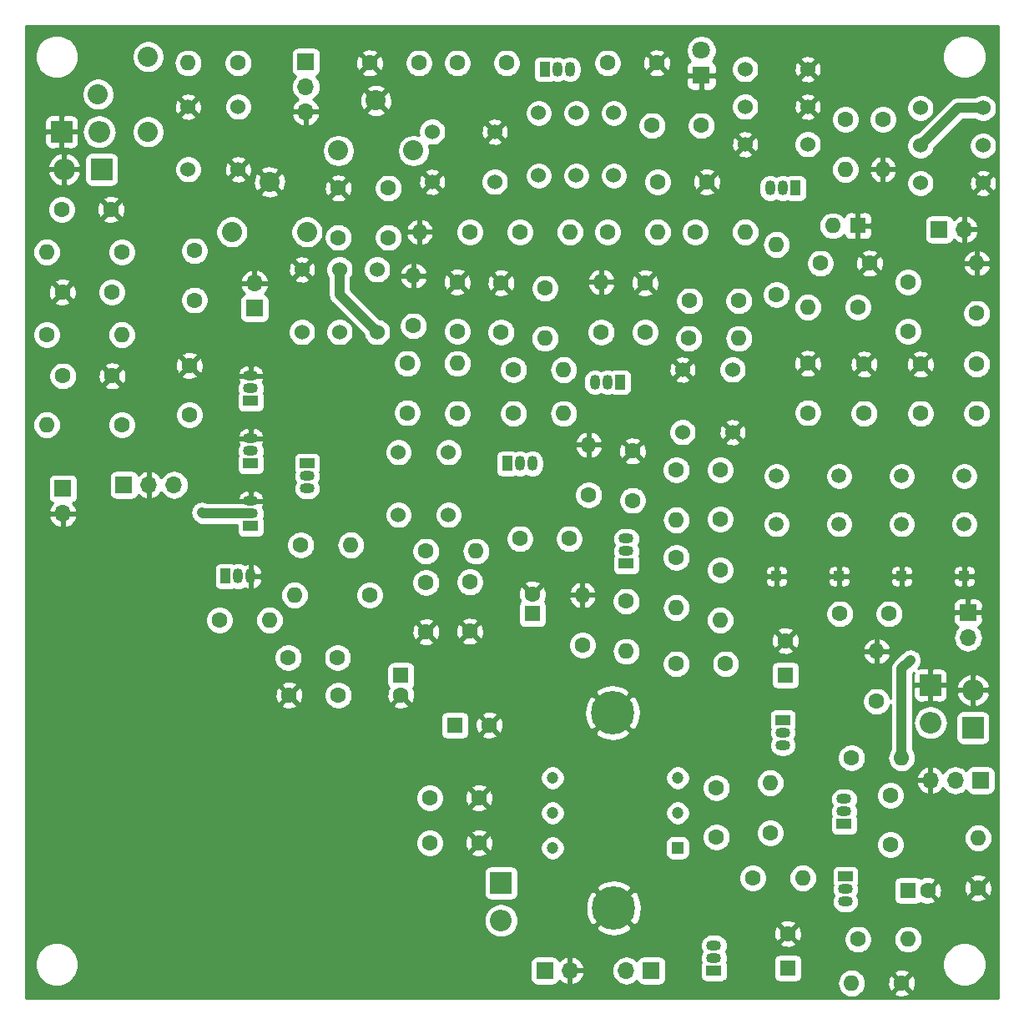
<source format=gbr>
G04 #@! TF.GenerationSoftware,KiCad,Pcbnew,(5.1.2)-2*
G04 #@! TF.CreationDate,2020-07-27T19:16:20-04:00*
G04 #@! TF.ProjectId,2n2-trans,326e322d-7472-4616-9e73-2e6b69636164,rev?*
G04 #@! TF.SameCoordinates,Original*
G04 #@! TF.FileFunction,Copper,L2,Bot*
G04 #@! TF.FilePolarity,Positive*
%FSLAX46Y46*%
G04 Gerber Fmt 4.6, Leading zero omitted, Abs format (unit mm)*
G04 Created by KiCad (PCBNEW (5.1.2)-2) date 2020-07-27 19:16:20*
%MOMM*%
%LPD*%
G04 APERTURE LIST*
%ADD10O,1.700000X1.700000*%
%ADD11R,1.700000X1.700000*%
%ADD12C,1.600000*%
%ADD13R,1.600000X1.600000*%
%ADD14O,1.600000X1.600000*%
%ADD15R,1.050000X1.500000*%
%ADD16O,1.050000X1.500000*%
%ADD17R,1.500000X1.050000*%
%ADD18O,1.500000X1.050000*%
%ADD19C,1.200000*%
%ADD20R,1.200000X1.200000*%
%ADD21C,0.700000*%
%ADD22C,4.400000*%
%ADD23C,1.524000*%
%ADD24C,1.500000*%
%ADD25R,1.000000X1.000000*%
%ADD26C,2.032000*%
%ADD27O,2.200000X2.200000*%
%ADD28R,2.200000X2.200000*%
%ADD29R,1.800000X1.800000*%
%ADD30C,1.800000*%
%ADD31C,0.800000*%
%ADD32C,1.016000*%
%ADD33C,0.254000*%
G04 APERTURE END LIST*
D10*
X172466000Y-107188000D03*
D11*
X172466000Y-104648000D03*
D12*
X123896000Y-116078000D03*
D13*
X120396000Y-116078000D03*
D12*
X154178000Y-137216000D03*
D13*
X154178000Y-140716000D03*
D12*
X153924000Y-107498000D03*
D13*
X153924000Y-110998000D03*
D10*
X137795000Y-140970000D03*
D11*
X140335000Y-140970000D03*
D14*
X78994000Y-68072000D03*
D12*
X86614000Y-68072000D03*
D14*
X109855000Y-97790000D03*
D12*
X104775000Y-97790000D03*
D14*
X101600000Y-105410000D03*
D12*
X96520000Y-105410000D03*
D15*
X97155000Y-100965000D03*
D16*
X99695000Y-100965000D03*
X98425000Y-100965000D03*
D17*
X105410000Y-89535000D03*
D18*
X105410000Y-92075000D03*
X105410000Y-90805000D03*
D17*
X99695000Y-95885000D03*
D18*
X99695000Y-93345000D03*
X99695000Y-94615000D03*
D17*
X99695000Y-89535000D03*
D18*
X99695000Y-86995000D03*
X99695000Y-88265000D03*
D17*
X99695000Y-83185000D03*
D18*
X99695000Y-80645000D03*
X99695000Y-81915000D03*
D14*
X78994000Y-85598000D03*
D12*
X86614000Y-85598000D03*
D14*
X86614000Y-76454000D03*
D12*
X78994000Y-76454000D03*
D14*
X104140000Y-102870000D03*
D12*
X111760000Y-102870000D03*
D10*
X91897200Y-91694000D03*
X89357200Y-91694000D03*
D11*
X86817200Y-91694000D03*
D10*
X80645000Y-94615000D03*
D11*
X80645000Y-92075000D03*
D12*
X93472000Y-79582000D03*
X93472000Y-84582000D03*
X85645000Y-80645000D03*
X80645000Y-80645000D03*
X80598000Y-72136000D03*
X85598000Y-72136000D03*
X85518000Y-63754000D03*
X80518000Y-63754000D03*
X93980000Y-72945000D03*
X93980000Y-67945000D03*
X103585000Y-113030000D03*
X108585000Y-113030000D03*
X108505000Y-109220000D03*
X103505000Y-109220000D03*
D19*
X130302000Y-128524000D03*
X130302000Y-124968000D03*
X130302000Y-121412000D03*
X143002000Y-121412000D03*
X143002000Y-124968000D03*
D20*
X143002000Y-128524000D03*
D21*
X137691726Y-133453274D03*
X136525000Y-132970000D03*
X135358274Y-133453274D03*
X134875000Y-134620000D03*
X135358274Y-135786726D03*
X136525000Y-136270000D03*
X137691726Y-135786726D03*
X138175000Y-134620000D03*
D22*
X136525000Y-134620000D03*
D21*
X137564726Y-113641274D03*
X136398000Y-113158000D03*
X135231274Y-113641274D03*
X134748000Y-114808000D03*
X135231274Y-115974726D03*
X136398000Y-116458000D03*
X137564726Y-115974726D03*
X138048000Y-114808000D03*
D22*
X136398000Y-114808000D03*
D12*
X156210000Y-79375000D03*
X156210000Y-84375000D03*
X161925000Y-79455000D03*
X161925000Y-84455000D03*
X167640000Y-79455000D03*
X167640000Y-84455000D03*
X173355000Y-79455000D03*
X173355000Y-84455000D03*
X147320000Y-95170000D03*
X147320000Y-90170000D03*
X114935000Y-113030000D03*
D13*
X114935000Y-111030000D03*
D12*
X168370000Y-132842000D03*
D13*
X166370000Y-132842000D03*
D17*
X159893000Y-126111000D03*
D18*
X159893000Y-123571000D03*
X159893000Y-124841000D03*
X137795000Y-98425000D03*
X137795000Y-97155000D03*
D17*
X137795000Y-99695000D03*
D14*
X137795000Y-108585000D03*
D12*
X137795000Y-103505000D03*
X133350000Y-107950000D03*
D14*
X133350000Y-102870000D03*
D12*
X128270000Y-102775000D03*
D13*
X128270000Y-104775000D03*
D23*
X114681000Y-94742000D03*
X114681000Y-88392000D03*
X119761000Y-94742000D03*
X119761000Y-88392000D03*
D24*
X159385000Y-95685000D03*
X159385000Y-90805000D03*
D15*
X129540000Y-49530000D03*
D16*
X132080000Y-49530000D03*
X130810000Y-49530000D03*
D25*
X153035000Y-100965000D03*
D24*
X153035000Y-90805000D03*
X153035000Y-95685000D03*
X172085000Y-95685000D03*
X172085000Y-90805000D03*
D23*
X149860000Y-49530000D03*
X156210000Y-49530000D03*
X149860000Y-53340000D03*
X156210000Y-53340000D03*
X149860000Y-57150000D03*
X156210000Y-57150000D03*
D12*
X157480000Y-69215000D03*
X162480000Y-69215000D03*
D25*
X159385000Y-100965000D03*
X165735000Y-100965000D03*
X172085000Y-100965000D03*
D14*
X155702000Y-131572000D03*
D12*
X150622000Y-131572000D03*
D14*
X152400000Y-121920000D03*
D12*
X152400000Y-127000000D03*
D14*
X173482000Y-127508000D03*
D12*
X173482000Y-132588000D03*
D14*
X160655000Y-142240000D03*
D12*
X165735000Y-142240000D03*
D14*
X166370000Y-137795000D03*
D12*
X161290000Y-137795000D03*
D14*
X163195000Y-108585000D03*
D12*
X163195000Y-113665000D03*
D14*
X165735000Y-119380000D03*
D12*
X160655000Y-119380000D03*
D17*
X160020000Y-131445000D03*
D18*
X160020000Y-133985000D03*
X160020000Y-132715000D03*
D17*
X146685000Y-140970000D03*
D18*
X146685000Y-138430000D03*
X146685000Y-139700000D03*
D17*
X153670000Y-115570000D03*
D18*
X153670000Y-118110000D03*
X153670000Y-116840000D03*
D10*
X168656000Y-121666000D03*
X171196000Y-121666000D03*
D11*
X173736000Y-121666000D03*
D12*
X164592000Y-128190000D03*
X164592000Y-123190000D03*
X146939000Y-122428000D03*
X146939000Y-127428000D03*
X117856000Y-123444000D03*
X122856000Y-123444000D03*
D26*
X84201000Y-52070000D03*
X89281000Y-55880000D03*
X89281000Y-48260000D03*
X101600000Y-60960000D03*
X97790000Y-66040000D03*
X105410000Y-66040000D03*
X112395000Y-52705000D03*
X108585000Y-57785000D03*
X116205000Y-57785000D03*
D10*
X105283000Y-53848000D03*
X105283000Y-51308000D03*
D11*
X105283000Y-48768000D03*
D27*
X125095000Y-135890000D03*
D28*
X125095000Y-132080000D03*
D12*
X108585000Y-61595000D03*
X108585000Y-66595000D03*
X111760000Y-48895000D03*
X116760000Y-48895000D03*
X113665000Y-61595000D03*
X113665000Y-66595000D03*
X117856000Y-128016000D03*
X122856000Y-128016000D03*
X135890000Y-48895000D03*
X140890000Y-48895000D03*
X140415000Y-55245000D03*
X145415000Y-55245000D03*
X145970000Y-60960000D03*
X140970000Y-60960000D03*
X125650000Y-48895000D03*
X120650000Y-48895000D03*
X139700000Y-76200000D03*
X139700000Y-71200000D03*
X125095000Y-76200000D03*
X125095000Y-71200000D03*
X120650000Y-71120000D03*
X120650000Y-76120000D03*
X115570000Y-79375000D03*
X115570000Y-84375000D03*
X121920000Y-101553000D03*
X121920000Y-106553000D03*
X117475000Y-101600000D03*
X117475000Y-106600000D03*
X149225000Y-73025000D03*
X144225000Y-73025000D03*
X166370000Y-71120000D03*
X166370000Y-76120000D03*
X159465000Y-104775000D03*
X164465000Y-104775000D03*
X127000000Y-97155000D03*
X132000000Y-97155000D03*
X147875000Y-109855000D03*
X142875000Y-109855000D03*
X138430000Y-88265000D03*
X138430000Y-93265000D03*
D29*
X145415000Y-50165000D03*
D30*
X145415000Y-47625000D03*
D13*
X161290000Y-65405000D03*
D14*
X158750000Y-65405000D03*
D28*
X172974000Y-116332000D03*
D27*
X172974000Y-112522000D03*
X168656000Y-115824000D03*
D28*
X168656000Y-112014000D03*
D27*
X80772000Y-59690000D03*
D28*
X84582000Y-59690000D03*
X80518000Y-55880000D03*
D27*
X84328000Y-55880000D03*
D10*
X132080000Y-140970000D03*
D11*
X129540000Y-140970000D03*
X100076000Y-73787000D03*
D10*
X100076000Y-71247000D03*
X172085000Y-65786000D03*
D11*
X169545000Y-65786000D03*
D12*
X127000000Y-66040000D03*
D14*
X132080000Y-66040000D03*
X163830000Y-59690000D03*
D12*
X163830000Y-54610000D03*
X153035000Y-72390000D03*
D14*
X153035000Y-67310000D03*
X93345000Y-48895000D03*
D12*
X98425000Y-48895000D03*
D16*
X153670000Y-61595000D03*
X152400000Y-61595000D03*
D15*
X154940000Y-61595000D03*
D16*
X135890000Y-81280000D03*
X134620000Y-81280000D03*
D15*
X137160000Y-81280000D03*
X125730000Y-89535000D03*
D16*
X128270000Y-89535000D03*
X127000000Y-89535000D03*
D14*
X116840000Y-66040000D03*
D12*
X121920000Y-66040000D03*
D14*
X149860000Y-66040000D03*
D12*
X144780000Y-66040000D03*
X135890000Y-66040000D03*
D14*
X140970000Y-66040000D03*
D12*
X135255000Y-76200000D03*
D14*
X135255000Y-71120000D03*
D12*
X160020000Y-54610000D03*
D14*
X160020000Y-59690000D03*
X156210000Y-73660000D03*
D12*
X161290000Y-73660000D03*
D14*
X131445000Y-84455000D03*
D12*
X126365000Y-84455000D03*
X126365000Y-80010000D03*
D14*
X131445000Y-80010000D03*
D12*
X116205000Y-75565000D03*
D14*
X116205000Y-70485000D03*
X122555000Y-98425000D03*
D12*
X117475000Y-98425000D03*
X129540000Y-71755000D03*
D14*
X129540000Y-76835000D03*
D12*
X144145000Y-76835000D03*
D14*
X149225000Y-76835000D03*
D12*
X120650000Y-84455000D03*
D14*
X120650000Y-79375000D03*
X173355000Y-69215000D03*
D12*
X173355000Y-74295000D03*
X142875000Y-99060000D03*
D14*
X142875000Y-104140000D03*
X133985000Y-87630000D03*
D12*
X133985000Y-92710000D03*
X147320000Y-100330000D03*
D14*
X147320000Y-105410000D03*
D12*
X142875000Y-90170000D03*
D14*
X142875000Y-95250000D03*
D23*
X98425000Y-53340000D03*
X98425000Y-59690000D03*
X93345000Y-53340000D03*
X93345000Y-59690000D03*
X118110000Y-55880000D03*
X124460000Y-55880000D03*
X118110000Y-60960000D03*
X124460000Y-60960000D03*
X167640000Y-53467000D03*
X173990000Y-53467000D03*
X167640000Y-57277000D03*
X173990000Y-57277000D03*
X167640000Y-61087000D03*
X173990000Y-61087000D03*
X136525000Y-53975000D03*
X136525000Y-60325000D03*
X132715000Y-53975000D03*
X132715000Y-60325000D03*
X128905000Y-53975000D03*
X128905000Y-60325000D03*
X148590000Y-80010000D03*
X148590000Y-86360000D03*
X143510000Y-80010000D03*
X143510000Y-86360000D03*
X104902000Y-76200000D03*
X104902000Y-69850000D03*
X108712000Y-76200000D03*
X108712000Y-69850000D03*
X112522000Y-76200000D03*
X112522000Y-69850000D03*
D24*
X165735000Y-90805000D03*
X165735000Y-95685000D03*
D31*
X78486000Y-100076000D03*
X78486000Y-101854000D03*
X78486000Y-103632000D03*
X78486000Y-105410000D03*
X78486000Y-107188000D03*
X81280000Y-100076000D03*
X81280000Y-103632000D03*
X81280000Y-107188000D03*
X81280000Y-105410000D03*
X81280000Y-101854000D03*
X84328000Y-107188000D03*
X84328000Y-101854000D03*
X84328000Y-100076000D03*
X84328000Y-103632000D03*
X84328000Y-105410000D03*
X87376000Y-103632000D03*
X87376000Y-107188000D03*
X87376000Y-101854000D03*
X87376000Y-105410000D03*
X87376000Y-100076000D03*
X78486000Y-119126000D03*
X78486000Y-115570000D03*
X78486000Y-122682000D03*
X78486000Y-120904000D03*
X78486000Y-117348000D03*
X81026000Y-117348000D03*
X81026000Y-120904000D03*
X81026000Y-122682000D03*
X81026000Y-115570000D03*
X81026000Y-119126000D03*
X83820000Y-122682000D03*
X83820000Y-115570000D03*
X83820000Y-117348000D03*
X83820000Y-120904000D03*
X83820000Y-119126000D03*
X86868000Y-115570000D03*
X86868000Y-119126000D03*
X86868000Y-120904000D03*
X86868000Y-122682000D03*
X86868000Y-117348000D03*
X86868000Y-128778000D03*
X83820000Y-128778000D03*
X81026000Y-135890000D03*
X81026000Y-128778000D03*
X81026000Y-130556000D03*
X86868000Y-135890000D03*
X78486000Y-130556000D03*
X78486000Y-134112000D03*
X83820000Y-132334000D03*
X86868000Y-130556000D03*
X83820000Y-134112000D03*
X81026000Y-134112000D03*
X78486000Y-135890000D03*
X86868000Y-132334000D03*
X83820000Y-135890000D03*
X83820000Y-130556000D03*
X86868000Y-134112000D03*
X78486000Y-128778000D03*
X78486000Y-132334000D03*
X81026000Y-132334000D03*
X100838000Y-141986000D03*
X100838000Y-136652000D03*
X94996000Y-134874000D03*
X100838000Y-134874000D03*
X92456000Y-136652000D03*
X92456000Y-138430000D03*
X94996000Y-141986000D03*
X92456000Y-134874000D03*
X100838000Y-140208000D03*
X97790000Y-134874000D03*
X97790000Y-141986000D03*
X94996000Y-140208000D03*
X100838000Y-138430000D03*
X94996000Y-138430000D03*
X92456000Y-141986000D03*
X97790000Y-136652000D03*
X92456000Y-140208000D03*
X94996000Y-136652000D03*
X97790000Y-140208000D03*
X97790000Y-138430000D03*
X106172000Y-138430000D03*
X106172000Y-141986000D03*
X106172000Y-134874000D03*
X108712000Y-134874000D03*
X111506000Y-141986000D03*
X108712000Y-141986000D03*
X111506000Y-138430000D03*
X108712000Y-136652000D03*
X114554000Y-136652000D03*
X114554000Y-141986000D03*
X111506000Y-134874000D03*
X111506000Y-136652000D03*
X114554000Y-134874000D03*
X106172000Y-140208000D03*
X108712000Y-140208000D03*
X111506000Y-140208000D03*
X106172000Y-136652000D03*
X114554000Y-140208000D03*
X114554000Y-138430000D03*
X108712000Y-138430000D03*
X97790000Y-128016000D03*
X92456000Y-124460000D03*
X100838000Y-129794000D03*
X97790000Y-124460000D03*
X92456000Y-126238000D03*
X94996000Y-122682000D03*
X97790000Y-122682000D03*
X94996000Y-126238000D03*
X92456000Y-122682000D03*
X92456000Y-128016000D03*
X100838000Y-122682000D03*
X100838000Y-126238000D03*
X100838000Y-128016000D03*
X97790000Y-126238000D03*
X94996000Y-128016000D03*
X94996000Y-129794000D03*
X92456000Y-129794000D03*
X94996000Y-124460000D03*
X100838000Y-124460000D03*
X97790000Y-129794000D03*
X145796000Y-113284000D03*
X148844000Y-113284000D03*
X143002000Y-113284000D03*
X143002000Y-115570000D03*
X145796000Y-115570000D03*
X148844000Y-115570000D03*
X148844000Y-117856000D03*
X143002000Y-117856000D03*
X145796000Y-117856000D03*
X132080000Y-111506000D03*
X126238000Y-111506000D03*
X129032000Y-111506000D03*
X126238000Y-114046000D03*
X129032000Y-114046000D03*
X132080000Y-114046000D03*
X140462000Y-117856000D03*
X134620000Y-117856000D03*
X137414000Y-117856000D03*
X161544000Y-98552000D03*
X158496000Y-98552000D03*
X155702000Y-98552000D03*
X164592000Y-98552000D03*
X170434000Y-98552000D03*
X167386000Y-98552000D03*
X82804000Y-45974000D03*
X85598000Y-45974000D03*
X88646000Y-45974000D03*
X95758000Y-45974000D03*
X92964000Y-45974000D03*
X98806000Y-45974000D03*
X108966000Y-45974000D03*
X103124000Y-45974000D03*
X105918000Y-45974000D03*
X98552000Y-56642000D03*
X92710000Y-56642000D03*
X95504000Y-56642000D03*
X103632000Y-56642000D03*
X100838000Y-56642000D03*
X106680000Y-56642000D03*
X118872000Y-45974000D03*
X113030000Y-45974000D03*
X115824000Y-45974000D03*
X127508000Y-45974000D03*
X121666000Y-45974000D03*
X124460000Y-45974000D03*
X135636000Y-45974000D03*
X132588000Y-45974000D03*
X129794000Y-45974000D03*
X124460000Y-63500000D03*
X127508000Y-63500000D03*
X121666000Y-63500000D03*
X114046000Y-64008000D03*
X108204000Y-64008000D03*
X110998000Y-64008000D03*
X95250000Y-76454000D03*
X92202000Y-76454000D03*
X89408000Y-76454000D03*
X158750000Y-82042000D03*
X155956000Y-82042000D03*
X161798000Y-82042000D03*
X168910000Y-82042000D03*
X166116000Y-82042000D03*
X171958000Y-82042000D03*
X155143200Y-124307600D03*
X155168600Y-126542800D03*
X155219400Y-128930400D03*
X157937200Y-113131600D03*
X157886400Y-115646200D03*
X166624000Y-109474000D03*
X94742000Y-94488000D03*
D32*
X108712000Y-72390000D02*
X112522000Y-76200000D01*
X108712000Y-69850000D02*
X108712000Y-72390000D01*
X171450000Y-53467000D02*
X167640000Y-57277000D01*
X173990000Y-53467000D02*
X171450000Y-53467000D01*
X165735000Y-110363000D02*
X165735000Y-119380000D01*
X166624000Y-109474000D02*
X165735000Y-110363000D01*
X94869000Y-94615000D02*
X99695000Y-94615000D01*
X94742000Y-94488000D02*
X94869000Y-94615000D01*
D33*
G36*
X175540001Y-143790000D02*
G01*
X76860000Y-143790000D01*
X76860000Y-140114872D01*
X77775000Y-140114872D01*
X77775000Y-140555128D01*
X77860890Y-140986925D01*
X78029369Y-141393669D01*
X78273962Y-141759729D01*
X78585271Y-142071038D01*
X78951331Y-142315631D01*
X79358075Y-142484110D01*
X79789872Y-142570000D01*
X80230128Y-142570000D01*
X80661925Y-142484110D01*
X81068669Y-142315631D01*
X81434729Y-142071038D01*
X81746038Y-141759729D01*
X81990631Y-141393669D01*
X82159110Y-140986925D01*
X82245000Y-140555128D01*
X82245000Y-140120000D01*
X128051928Y-140120000D01*
X128051928Y-141820000D01*
X128064188Y-141944482D01*
X128100498Y-142064180D01*
X128159463Y-142174494D01*
X128238815Y-142271185D01*
X128335506Y-142350537D01*
X128445820Y-142409502D01*
X128565518Y-142445812D01*
X128690000Y-142458072D01*
X130390000Y-142458072D01*
X130514482Y-142445812D01*
X130634180Y-142409502D01*
X130744494Y-142350537D01*
X130841185Y-142271185D01*
X130920537Y-142174494D01*
X130979502Y-142064180D01*
X131003966Y-141983534D01*
X131079731Y-142067588D01*
X131313080Y-142241641D01*
X131575901Y-142366825D01*
X131723110Y-142411476D01*
X131953000Y-142290155D01*
X131953000Y-141097000D01*
X132207000Y-141097000D01*
X132207000Y-142290155D01*
X132436890Y-142411476D01*
X132584099Y-142366825D01*
X132846920Y-142241641D01*
X133080269Y-142067588D01*
X133275178Y-141851355D01*
X133424157Y-141601252D01*
X133521481Y-141326891D01*
X133400814Y-141097000D01*
X132207000Y-141097000D01*
X131953000Y-141097000D01*
X131933000Y-141097000D01*
X131933000Y-140970000D01*
X136302815Y-140970000D01*
X136331487Y-141261111D01*
X136416401Y-141541034D01*
X136554294Y-141799014D01*
X136739866Y-142025134D01*
X136965986Y-142210706D01*
X137223966Y-142348599D01*
X137503889Y-142433513D01*
X137722050Y-142455000D01*
X137867950Y-142455000D01*
X138086111Y-142433513D01*
X138366034Y-142348599D01*
X138624014Y-142210706D01*
X138850134Y-142025134D01*
X138874607Y-141995313D01*
X138895498Y-142064180D01*
X138954463Y-142174494D01*
X139033815Y-142271185D01*
X139130506Y-142350537D01*
X139240820Y-142409502D01*
X139360518Y-142445812D01*
X139485000Y-142458072D01*
X141185000Y-142458072D01*
X141309482Y-142445812D01*
X141429180Y-142409502D01*
X141539494Y-142350537D01*
X141636185Y-142271185D01*
X141661777Y-142240000D01*
X159213057Y-142240000D01*
X159240764Y-142521309D01*
X159322818Y-142791808D01*
X159456068Y-143041101D01*
X159635392Y-143259608D01*
X159853899Y-143438932D01*
X160103192Y-143572182D01*
X160373691Y-143654236D01*
X160584508Y-143675000D01*
X160725492Y-143675000D01*
X160936309Y-143654236D01*
X161206808Y-143572182D01*
X161456101Y-143438932D01*
X161674608Y-143259608D01*
X161696689Y-143232702D01*
X164921903Y-143232702D01*
X164993486Y-143476671D01*
X165248996Y-143597571D01*
X165523184Y-143666300D01*
X165805512Y-143680217D01*
X166085130Y-143638787D01*
X166351292Y-143543603D01*
X166476514Y-143476671D01*
X166548097Y-143232702D01*
X165735000Y-142419605D01*
X164921903Y-143232702D01*
X161696689Y-143232702D01*
X161853932Y-143041101D01*
X161987182Y-142791808D01*
X162069236Y-142521309D01*
X162089998Y-142310512D01*
X164294783Y-142310512D01*
X164336213Y-142590130D01*
X164431397Y-142856292D01*
X164498329Y-142981514D01*
X164742298Y-143053097D01*
X165555395Y-142240000D01*
X165914605Y-142240000D01*
X166727702Y-143053097D01*
X166971671Y-142981514D01*
X167092571Y-142726004D01*
X167161300Y-142451816D01*
X167175217Y-142169488D01*
X167133787Y-141889870D01*
X167038603Y-141623708D01*
X166971671Y-141498486D01*
X166727702Y-141426903D01*
X165914605Y-142240000D01*
X165555395Y-142240000D01*
X164742298Y-141426903D01*
X164498329Y-141498486D01*
X164377429Y-141753996D01*
X164308700Y-142028184D01*
X164294783Y-142310512D01*
X162089998Y-142310512D01*
X162096943Y-142240000D01*
X162069236Y-141958691D01*
X161987182Y-141688192D01*
X161853932Y-141438899D01*
X161696690Y-141247298D01*
X164921903Y-141247298D01*
X165735000Y-142060395D01*
X166548097Y-141247298D01*
X166476514Y-141003329D01*
X166221004Y-140882429D01*
X165946816Y-140813700D01*
X165664488Y-140799783D01*
X165384870Y-140841213D01*
X165118708Y-140936397D01*
X164993486Y-141003329D01*
X164921903Y-141247298D01*
X161696690Y-141247298D01*
X161674608Y-141220392D01*
X161456101Y-141041068D01*
X161206808Y-140907818D01*
X160936309Y-140825764D01*
X160725492Y-140805000D01*
X160584508Y-140805000D01*
X160373691Y-140825764D01*
X160103192Y-140907818D01*
X159853899Y-141041068D01*
X159635392Y-141220392D01*
X159456068Y-141438899D01*
X159322818Y-141688192D01*
X159240764Y-141958691D01*
X159213057Y-142240000D01*
X141661777Y-142240000D01*
X141715537Y-142174494D01*
X141774502Y-142064180D01*
X141810812Y-141944482D01*
X141823072Y-141820000D01*
X141823072Y-140120000D01*
X141810812Y-139995518D01*
X141774502Y-139875820D01*
X141715537Y-139765506D01*
X141636185Y-139668815D01*
X141539494Y-139589463D01*
X141429180Y-139530498D01*
X141309482Y-139494188D01*
X141185000Y-139481928D01*
X139485000Y-139481928D01*
X139360518Y-139494188D01*
X139240820Y-139530498D01*
X139130506Y-139589463D01*
X139033815Y-139668815D01*
X138954463Y-139765506D01*
X138895498Y-139875820D01*
X138874607Y-139944687D01*
X138850134Y-139914866D01*
X138624014Y-139729294D01*
X138366034Y-139591401D01*
X138086111Y-139506487D01*
X137867950Y-139485000D01*
X137722050Y-139485000D01*
X137503889Y-139506487D01*
X137223966Y-139591401D01*
X136965986Y-139729294D01*
X136739866Y-139914866D01*
X136554294Y-140140986D01*
X136416401Y-140398966D01*
X136331487Y-140678889D01*
X136302815Y-140970000D01*
X131933000Y-140970000D01*
X131933000Y-140843000D01*
X131953000Y-140843000D01*
X131953000Y-139649845D01*
X132207000Y-139649845D01*
X132207000Y-140843000D01*
X133400814Y-140843000D01*
X133521481Y-140613109D01*
X133424157Y-140338748D01*
X133275178Y-140088645D01*
X133080269Y-139872412D01*
X132846920Y-139698359D01*
X132584099Y-139573175D01*
X132436890Y-139528524D01*
X132207000Y-139649845D01*
X131953000Y-139649845D01*
X131723110Y-139528524D01*
X131575901Y-139573175D01*
X131313080Y-139698359D01*
X131079731Y-139872412D01*
X131003966Y-139956466D01*
X130979502Y-139875820D01*
X130920537Y-139765506D01*
X130841185Y-139668815D01*
X130744494Y-139589463D01*
X130634180Y-139530498D01*
X130514482Y-139494188D01*
X130390000Y-139481928D01*
X128690000Y-139481928D01*
X128565518Y-139494188D01*
X128445820Y-139530498D01*
X128335506Y-139589463D01*
X128238815Y-139668815D01*
X128159463Y-139765506D01*
X128100498Y-139875820D01*
X128064188Y-139995518D01*
X128051928Y-140120000D01*
X82245000Y-140120000D01*
X82245000Y-140114872D01*
X82159110Y-139683075D01*
X81990631Y-139276331D01*
X81746038Y-138910271D01*
X81434729Y-138598962D01*
X81181860Y-138430000D01*
X145294388Y-138430000D01*
X145316785Y-138657400D01*
X145383115Y-138876060D01*
X145484105Y-139065000D01*
X145383115Y-139253940D01*
X145316785Y-139472600D01*
X145294388Y-139700000D01*
X145316785Y-139927400D01*
X145380093Y-140136098D01*
X145345498Y-140200820D01*
X145309188Y-140320518D01*
X145296928Y-140445000D01*
X145296928Y-141495000D01*
X145309188Y-141619482D01*
X145345498Y-141739180D01*
X145404463Y-141849494D01*
X145483815Y-141946185D01*
X145580506Y-142025537D01*
X145690820Y-142084502D01*
X145810518Y-142120812D01*
X145935000Y-142133072D01*
X147435000Y-142133072D01*
X147559482Y-142120812D01*
X147679180Y-142084502D01*
X147789494Y-142025537D01*
X147886185Y-141946185D01*
X147965537Y-141849494D01*
X148024502Y-141739180D01*
X148060812Y-141619482D01*
X148073072Y-141495000D01*
X148073072Y-140445000D01*
X148060812Y-140320518D01*
X148024502Y-140200820D01*
X147989907Y-140136098D01*
X148053215Y-139927400D01*
X148054337Y-139916000D01*
X152739928Y-139916000D01*
X152739928Y-141516000D01*
X152752188Y-141640482D01*
X152788498Y-141760180D01*
X152847463Y-141870494D01*
X152926815Y-141967185D01*
X153023506Y-142046537D01*
X153133820Y-142105502D01*
X153253518Y-142141812D01*
X153378000Y-142154072D01*
X154978000Y-142154072D01*
X155102482Y-142141812D01*
X155222180Y-142105502D01*
X155332494Y-142046537D01*
X155429185Y-141967185D01*
X155508537Y-141870494D01*
X155567502Y-141760180D01*
X155603812Y-141640482D01*
X155616072Y-141516000D01*
X155616072Y-140114872D01*
X169850000Y-140114872D01*
X169850000Y-140555128D01*
X169935890Y-140986925D01*
X170104369Y-141393669D01*
X170348962Y-141759729D01*
X170660271Y-142071038D01*
X171026331Y-142315631D01*
X171433075Y-142484110D01*
X171864872Y-142570000D01*
X172305128Y-142570000D01*
X172736925Y-142484110D01*
X173143669Y-142315631D01*
X173509729Y-142071038D01*
X173821038Y-141759729D01*
X174065631Y-141393669D01*
X174234110Y-140986925D01*
X174320000Y-140555128D01*
X174320000Y-140114872D01*
X174234110Y-139683075D01*
X174065631Y-139276331D01*
X173821038Y-138910271D01*
X173509729Y-138598962D01*
X173143669Y-138354369D01*
X172736925Y-138185890D01*
X172305128Y-138100000D01*
X171864872Y-138100000D01*
X171433075Y-138185890D01*
X171026331Y-138354369D01*
X170660271Y-138598962D01*
X170348962Y-138910271D01*
X170104369Y-139276331D01*
X169935890Y-139683075D01*
X169850000Y-140114872D01*
X155616072Y-140114872D01*
X155616072Y-139916000D01*
X155603812Y-139791518D01*
X155567502Y-139671820D01*
X155508537Y-139561506D01*
X155429185Y-139464815D01*
X155332494Y-139385463D01*
X155222180Y-139326498D01*
X155102482Y-139290188D01*
X154978000Y-139277928D01*
X153378000Y-139277928D01*
X153253518Y-139290188D01*
X153133820Y-139326498D01*
X153023506Y-139385463D01*
X152926815Y-139464815D01*
X152847463Y-139561506D01*
X152788498Y-139671820D01*
X152752188Y-139791518D01*
X152739928Y-139916000D01*
X148054337Y-139916000D01*
X148075612Y-139700000D01*
X148053215Y-139472600D01*
X147986885Y-139253940D01*
X147885895Y-139065000D01*
X147986885Y-138876060D01*
X148053215Y-138657400D01*
X148075612Y-138430000D01*
X148053816Y-138208702D01*
X153364903Y-138208702D01*
X153436486Y-138452671D01*
X153691996Y-138573571D01*
X153966184Y-138642300D01*
X154248512Y-138656217D01*
X154528130Y-138614787D01*
X154794292Y-138519603D01*
X154919514Y-138452671D01*
X154991097Y-138208702D01*
X154178000Y-137395605D01*
X153364903Y-138208702D01*
X148053816Y-138208702D01*
X148053215Y-138202600D01*
X147986885Y-137983940D01*
X147879171Y-137782421D01*
X147734212Y-137605788D01*
X147557579Y-137460829D01*
X147356060Y-137353115D01*
X147137400Y-137286785D01*
X147134629Y-137286512D01*
X152737783Y-137286512D01*
X152779213Y-137566130D01*
X152874397Y-137832292D01*
X152941329Y-137957514D01*
X153185298Y-138029097D01*
X153998395Y-137216000D01*
X154357605Y-137216000D01*
X155170702Y-138029097D01*
X155414671Y-137957514D01*
X155535571Y-137702004D01*
X155547687Y-137653665D01*
X159855000Y-137653665D01*
X159855000Y-137936335D01*
X159910147Y-138213574D01*
X160018320Y-138474727D01*
X160175363Y-138709759D01*
X160375241Y-138909637D01*
X160610273Y-139066680D01*
X160871426Y-139174853D01*
X161148665Y-139230000D01*
X161431335Y-139230000D01*
X161708574Y-139174853D01*
X161969727Y-139066680D01*
X162204759Y-138909637D01*
X162404637Y-138709759D01*
X162561680Y-138474727D01*
X162669853Y-138213574D01*
X162725000Y-137936335D01*
X162725000Y-137795000D01*
X164928057Y-137795000D01*
X164955764Y-138076309D01*
X165037818Y-138346808D01*
X165171068Y-138596101D01*
X165350392Y-138814608D01*
X165568899Y-138993932D01*
X165818192Y-139127182D01*
X166088691Y-139209236D01*
X166299508Y-139230000D01*
X166440492Y-139230000D01*
X166651309Y-139209236D01*
X166921808Y-139127182D01*
X167171101Y-138993932D01*
X167389608Y-138814608D01*
X167568932Y-138596101D01*
X167702182Y-138346808D01*
X167784236Y-138076309D01*
X167811943Y-137795000D01*
X167784236Y-137513691D01*
X167702182Y-137243192D01*
X167568932Y-136993899D01*
X167389608Y-136775392D01*
X167171101Y-136596068D01*
X166921808Y-136462818D01*
X166651309Y-136380764D01*
X166440492Y-136360000D01*
X166299508Y-136360000D01*
X166088691Y-136380764D01*
X165818192Y-136462818D01*
X165568899Y-136596068D01*
X165350392Y-136775392D01*
X165171068Y-136993899D01*
X165037818Y-137243192D01*
X164955764Y-137513691D01*
X164928057Y-137795000D01*
X162725000Y-137795000D01*
X162725000Y-137653665D01*
X162669853Y-137376426D01*
X162561680Y-137115273D01*
X162404637Y-136880241D01*
X162204759Y-136680363D01*
X161969727Y-136523320D01*
X161708574Y-136415147D01*
X161431335Y-136360000D01*
X161148665Y-136360000D01*
X160871426Y-136415147D01*
X160610273Y-136523320D01*
X160375241Y-136680363D01*
X160175363Y-136880241D01*
X160018320Y-137115273D01*
X159910147Y-137376426D01*
X159855000Y-137653665D01*
X155547687Y-137653665D01*
X155604300Y-137427816D01*
X155618217Y-137145488D01*
X155576787Y-136865870D01*
X155481603Y-136599708D01*
X155414671Y-136474486D01*
X155170702Y-136402903D01*
X154357605Y-137216000D01*
X153998395Y-137216000D01*
X153185298Y-136402903D01*
X152941329Y-136474486D01*
X152820429Y-136729996D01*
X152751700Y-137004184D01*
X152737783Y-137286512D01*
X147134629Y-137286512D01*
X146966979Y-137270000D01*
X146403021Y-137270000D01*
X146232600Y-137286785D01*
X146013940Y-137353115D01*
X145812421Y-137460829D01*
X145635788Y-137605788D01*
X145490829Y-137782421D01*
X145383115Y-137983940D01*
X145316785Y-138202600D01*
X145294388Y-138430000D01*
X81181860Y-138430000D01*
X81068669Y-138354369D01*
X80661925Y-138185890D01*
X80230128Y-138100000D01*
X79789872Y-138100000D01*
X79358075Y-138185890D01*
X78951331Y-138354369D01*
X78585271Y-138598962D01*
X78273962Y-138910271D01*
X78029369Y-139276331D01*
X77860890Y-139683075D01*
X77775000Y-140114872D01*
X76860000Y-140114872D01*
X76860000Y-135890000D01*
X123351606Y-135890000D01*
X123385105Y-136230119D01*
X123484314Y-136557168D01*
X123645421Y-136858578D01*
X123862234Y-137122766D01*
X124126422Y-137339579D01*
X124427832Y-137500686D01*
X124754881Y-137599895D01*
X125009775Y-137625000D01*
X125180225Y-137625000D01*
X125435119Y-137599895D01*
X125762168Y-137500686D01*
X126063578Y-137339579D01*
X126327766Y-137122766D01*
X126544579Y-136858578D01*
X126677566Y-136609775D01*
X134714830Y-136609775D01*
X134954976Y-136997018D01*
X135448877Y-137257641D01*
X135984133Y-137416901D01*
X136540174Y-137468678D01*
X137095632Y-137410981D01*
X137629161Y-137246028D01*
X138095024Y-136997018D01*
X138335170Y-136609775D01*
X136525000Y-134799605D01*
X134714830Y-136609775D01*
X126677566Y-136609775D01*
X126705686Y-136557168D01*
X126804895Y-136230119D01*
X126838394Y-135890000D01*
X126804895Y-135549881D01*
X126705686Y-135222832D01*
X126544579Y-134921422D01*
X126327766Y-134657234D01*
X126300886Y-134635174D01*
X133676322Y-134635174D01*
X133734019Y-135190632D01*
X133898972Y-135724161D01*
X134147982Y-136190024D01*
X134535225Y-136430170D01*
X136345395Y-134620000D01*
X136704605Y-134620000D01*
X138514775Y-136430170D01*
X138848362Y-136223298D01*
X153364903Y-136223298D01*
X154178000Y-137036395D01*
X154991097Y-136223298D01*
X154919514Y-135979329D01*
X154664004Y-135858429D01*
X154389816Y-135789700D01*
X154107488Y-135775783D01*
X153827870Y-135817213D01*
X153561708Y-135912397D01*
X153436486Y-135979329D01*
X153364903Y-136223298D01*
X138848362Y-136223298D01*
X138902018Y-136190024D01*
X139162641Y-135696123D01*
X139321901Y-135160867D01*
X139373678Y-134604826D01*
X139315981Y-134049368D01*
X139151028Y-133515839D01*
X138902018Y-133049976D01*
X138514775Y-132809830D01*
X136704605Y-134620000D01*
X136345395Y-134620000D01*
X134535225Y-132809830D01*
X134147982Y-133049976D01*
X133887359Y-133543877D01*
X133728099Y-134079133D01*
X133676322Y-134635174D01*
X126300886Y-134635174D01*
X126063578Y-134440421D01*
X125762168Y-134279314D01*
X125435119Y-134180105D01*
X125180225Y-134155000D01*
X125009775Y-134155000D01*
X124754881Y-134180105D01*
X124427832Y-134279314D01*
X124126422Y-134440421D01*
X123862234Y-134657234D01*
X123645421Y-134921422D01*
X123484314Y-135222832D01*
X123385105Y-135549881D01*
X123351606Y-135890000D01*
X76860000Y-135890000D01*
X76860000Y-130980000D01*
X123356928Y-130980000D01*
X123356928Y-133180000D01*
X123369188Y-133304482D01*
X123405498Y-133424180D01*
X123464463Y-133534494D01*
X123543815Y-133631185D01*
X123640506Y-133710537D01*
X123750820Y-133769502D01*
X123870518Y-133805812D01*
X123995000Y-133818072D01*
X126195000Y-133818072D01*
X126319482Y-133805812D01*
X126439180Y-133769502D01*
X126549494Y-133710537D01*
X126646185Y-133631185D01*
X126725537Y-133534494D01*
X126784502Y-133424180D01*
X126820812Y-133304482D01*
X126833072Y-133180000D01*
X126833072Y-132630225D01*
X134714830Y-132630225D01*
X136525000Y-134440395D01*
X138335170Y-132630225D01*
X138095024Y-132242982D01*
X137601123Y-131982359D01*
X137065867Y-131823099D01*
X136509826Y-131771322D01*
X135954368Y-131829019D01*
X135420839Y-131993972D01*
X134954976Y-132242982D01*
X134714830Y-132630225D01*
X126833072Y-132630225D01*
X126833072Y-131430665D01*
X149187000Y-131430665D01*
X149187000Y-131713335D01*
X149242147Y-131990574D01*
X149350320Y-132251727D01*
X149507363Y-132486759D01*
X149707241Y-132686637D01*
X149942273Y-132843680D01*
X150203426Y-132951853D01*
X150480665Y-133007000D01*
X150763335Y-133007000D01*
X151040574Y-132951853D01*
X151301727Y-132843680D01*
X151536759Y-132686637D01*
X151736637Y-132486759D01*
X151893680Y-132251727D01*
X152001853Y-131990574D01*
X152057000Y-131713335D01*
X152057000Y-131572000D01*
X154260057Y-131572000D01*
X154287764Y-131853309D01*
X154369818Y-132123808D01*
X154503068Y-132373101D01*
X154682392Y-132591608D01*
X154900899Y-132770932D01*
X155150192Y-132904182D01*
X155420691Y-132986236D01*
X155631508Y-133007000D01*
X155772492Y-133007000D01*
X155983309Y-132986236D01*
X156253808Y-132904182D01*
X156503101Y-132770932D01*
X156571254Y-132715000D01*
X158629388Y-132715000D01*
X158651785Y-132942400D01*
X158718115Y-133161060D01*
X158819105Y-133350000D01*
X158718115Y-133538940D01*
X158651785Y-133757600D01*
X158629388Y-133985000D01*
X158651785Y-134212400D01*
X158718115Y-134431060D01*
X158825829Y-134632579D01*
X158970788Y-134809212D01*
X159147421Y-134954171D01*
X159348940Y-135061885D01*
X159567600Y-135128215D01*
X159738021Y-135145000D01*
X160301979Y-135145000D01*
X160472400Y-135128215D01*
X160691060Y-135061885D01*
X160892579Y-134954171D01*
X161069212Y-134809212D01*
X161214171Y-134632579D01*
X161321885Y-134431060D01*
X161388215Y-134212400D01*
X161410612Y-133985000D01*
X161388215Y-133757600D01*
X161321885Y-133538940D01*
X161220895Y-133350000D01*
X161321885Y-133161060D01*
X161388215Y-132942400D01*
X161410612Y-132715000D01*
X161388215Y-132487600D01*
X161324907Y-132278902D01*
X161359502Y-132214180D01*
X161395812Y-132094482D01*
X161400980Y-132042000D01*
X164931928Y-132042000D01*
X164931928Y-133642000D01*
X164944188Y-133766482D01*
X164980498Y-133886180D01*
X165039463Y-133996494D01*
X165118815Y-134093185D01*
X165215506Y-134172537D01*
X165325820Y-134231502D01*
X165445518Y-134267812D01*
X165570000Y-134280072D01*
X167170000Y-134280072D01*
X167294482Y-134267812D01*
X167414180Y-134231502D01*
X167524494Y-134172537D01*
X167621185Y-134093185D01*
X167631807Y-134080242D01*
X167883996Y-134199571D01*
X168158184Y-134268300D01*
X168440512Y-134282217D01*
X168720130Y-134240787D01*
X168986292Y-134145603D01*
X169111514Y-134078671D01*
X169183097Y-133834702D01*
X168370000Y-133021605D01*
X168355858Y-133035748D01*
X168176253Y-132856143D01*
X168190395Y-132842000D01*
X168549605Y-132842000D01*
X169362702Y-133655097D01*
X169606671Y-133583514D01*
X169608001Y-133580702D01*
X172668903Y-133580702D01*
X172740486Y-133824671D01*
X172995996Y-133945571D01*
X173270184Y-134014300D01*
X173552512Y-134028217D01*
X173832130Y-133986787D01*
X174098292Y-133891603D01*
X174223514Y-133824671D01*
X174295097Y-133580702D01*
X173482000Y-132767605D01*
X172668903Y-133580702D01*
X169608001Y-133580702D01*
X169727571Y-133328004D01*
X169796300Y-133053816D01*
X169810217Y-132771488D01*
X169793478Y-132658512D01*
X172041783Y-132658512D01*
X172083213Y-132938130D01*
X172178397Y-133204292D01*
X172245329Y-133329514D01*
X172489298Y-133401097D01*
X173302395Y-132588000D01*
X173661605Y-132588000D01*
X174474702Y-133401097D01*
X174718671Y-133329514D01*
X174839571Y-133074004D01*
X174908300Y-132799816D01*
X174922217Y-132517488D01*
X174880787Y-132237870D01*
X174785603Y-131971708D01*
X174718671Y-131846486D01*
X174474702Y-131774903D01*
X173661605Y-132588000D01*
X173302395Y-132588000D01*
X172489298Y-131774903D01*
X172245329Y-131846486D01*
X172124429Y-132101996D01*
X172055700Y-132376184D01*
X172041783Y-132658512D01*
X169793478Y-132658512D01*
X169768787Y-132491870D01*
X169673603Y-132225708D01*
X169606671Y-132100486D01*
X169362702Y-132028903D01*
X168549605Y-132842000D01*
X168190395Y-132842000D01*
X168176253Y-132827858D01*
X168355858Y-132648253D01*
X168370000Y-132662395D01*
X169183097Y-131849298D01*
X169111514Y-131605329D01*
X169090315Y-131595298D01*
X172668903Y-131595298D01*
X173482000Y-132408395D01*
X174295097Y-131595298D01*
X174223514Y-131351329D01*
X173968004Y-131230429D01*
X173693816Y-131161700D01*
X173411488Y-131147783D01*
X173131870Y-131189213D01*
X172865708Y-131284397D01*
X172740486Y-131351329D01*
X172668903Y-131595298D01*
X169090315Y-131595298D01*
X168856004Y-131484429D01*
X168581816Y-131415700D01*
X168299488Y-131401783D01*
X168019870Y-131443213D01*
X167753708Y-131538397D01*
X167631691Y-131603616D01*
X167621185Y-131590815D01*
X167524494Y-131511463D01*
X167414180Y-131452498D01*
X167294482Y-131416188D01*
X167170000Y-131403928D01*
X165570000Y-131403928D01*
X165445518Y-131416188D01*
X165325820Y-131452498D01*
X165215506Y-131511463D01*
X165118815Y-131590815D01*
X165039463Y-131687506D01*
X164980498Y-131797820D01*
X164944188Y-131917518D01*
X164931928Y-132042000D01*
X161400980Y-132042000D01*
X161408072Y-131970000D01*
X161408072Y-130920000D01*
X161395812Y-130795518D01*
X161359502Y-130675820D01*
X161300537Y-130565506D01*
X161221185Y-130468815D01*
X161124494Y-130389463D01*
X161014180Y-130330498D01*
X160894482Y-130294188D01*
X160770000Y-130281928D01*
X159270000Y-130281928D01*
X159145518Y-130294188D01*
X159025820Y-130330498D01*
X158915506Y-130389463D01*
X158818815Y-130468815D01*
X158739463Y-130565506D01*
X158680498Y-130675820D01*
X158644188Y-130795518D01*
X158631928Y-130920000D01*
X158631928Y-131970000D01*
X158644188Y-132094482D01*
X158680498Y-132214180D01*
X158715093Y-132278902D01*
X158651785Y-132487600D01*
X158629388Y-132715000D01*
X156571254Y-132715000D01*
X156721608Y-132591608D01*
X156900932Y-132373101D01*
X157034182Y-132123808D01*
X157116236Y-131853309D01*
X157143943Y-131572000D01*
X157116236Y-131290691D01*
X157034182Y-131020192D01*
X156900932Y-130770899D01*
X156721608Y-130552392D01*
X156503101Y-130373068D01*
X156253808Y-130239818D01*
X155983309Y-130157764D01*
X155772492Y-130137000D01*
X155631508Y-130137000D01*
X155420691Y-130157764D01*
X155150192Y-130239818D01*
X154900899Y-130373068D01*
X154682392Y-130552392D01*
X154503068Y-130770899D01*
X154369818Y-131020192D01*
X154287764Y-131290691D01*
X154260057Y-131572000D01*
X152057000Y-131572000D01*
X152057000Y-131430665D01*
X152001853Y-131153426D01*
X151893680Y-130892273D01*
X151736637Y-130657241D01*
X151536759Y-130457363D01*
X151301727Y-130300320D01*
X151040574Y-130192147D01*
X150763335Y-130137000D01*
X150480665Y-130137000D01*
X150203426Y-130192147D01*
X149942273Y-130300320D01*
X149707241Y-130457363D01*
X149507363Y-130657241D01*
X149350320Y-130892273D01*
X149242147Y-131153426D01*
X149187000Y-131430665D01*
X126833072Y-131430665D01*
X126833072Y-130980000D01*
X126820812Y-130855518D01*
X126784502Y-130735820D01*
X126725537Y-130625506D01*
X126646185Y-130528815D01*
X126549494Y-130449463D01*
X126439180Y-130390498D01*
X126319482Y-130354188D01*
X126195000Y-130341928D01*
X123995000Y-130341928D01*
X123870518Y-130354188D01*
X123750820Y-130390498D01*
X123640506Y-130449463D01*
X123543815Y-130528815D01*
X123464463Y-130625506D01*
X123405498Y-130735820D01*
X123369188Y-130855518D01*
X123356928Y-130980000D01*
X76860000Y-130980000D01*
X76860000Y-127874665D01*
X116421000Y-127874665D01*
X116421000Y-128157335D01*
X116476147Y-128434574D01*
X116584320Y-128695727D01*
X116741363Y-128930759D01*
X116941241Y-129130637D01*
X117176273Y-129287680D01*
X117437426Y-129395853D01*
X117714665Y-129451000D01*
X117997335Y-129451000D01*
X118274574Y-129395853D01*
X118535727Y-129287680D01*
X118770759Y-129130637D01*
X118892694Y-129008702D01*
X122042903Y-129008702D01*
X122114486Y-129252671D01*
X122369996Y-129373571D01*
X122644184Y-129442300D01*
X122926512Y-129456217D01*
X123206130Y-129414787D01*
X123472292Y-129319603D01*
X123597514Y-129252671D01*
X123669097Y-129008702D01*
X122856000Y-128195605D01*
X122042903Y-129008702D01*
X118892694Y-129008702D01*
X118970637Y-128930759D01*
X119127680Y-128695727D01*
X119235853Y-128434574D01*
X119291000Y-128157335D01*
X119291000Y-128086512D01*
X121415783Y-128086512D01*
X121457213Y-128366130D01*
X121552397Y-128632292D01*
X121619329Y-128757514D01*
X121863298Y-128829097D01*
X122676395Y-128016000D01*
X123035605Y-128016000D01*
X123848702Y-128829097D01*
X124092671Y-128757514D01*
X124213571Y-128502004D01*
X124238547Y-128402363D01*
X129067000Y-128402363D01*
X129067000Y-128645637D01*
X129114460Y-128884236D01*
X129207557Y-129108992D01*
X129342713Y-129311267D01*
X129514733Y-129483287D01*
X129717008Y-129618443D01*
X129941764Y-129711540D01*
X130180363Y-129759000D01*
X130423637Y-129759000D01*
X130662236Y-129711540D01*
X130886992Y-129618443D01*
X131089267Y-129483287D01*
X131261287Y-129311267D01*
X131396443Y-129108992D01*
X131489540Y-128884236D01*
X131537000Y-128645637D01*
X131537000Y-128402363D01*
X131489540Y-128163764D01*
X131396443Y-127939008D01*
X131386415Y-127924000D01*
X141763928Y-127924000D01*
X141763928Y-129124000D01*
X141776188Y-129248482D01*
X141812498Y-129368180D01*
X141871463Y-129478494D01*
X141950815Y-129575185D01*
X142047506Y-129654537D01*
X142157820Y-129713502D01*
X142277518Y-129749812D01*
X142402000Y-129762072D01*
X143602000Y-129762072D01*
X143726482Y-129749812D01*
X143846180Y-129713502D01*
X143956494Y-129654537D01*
X144053185Y-129575185D01*
X144132537Y-129478494D01*
X144191502Y-129368180D01*
X144227812Y-129248482D01*
X144240072Y-129124000D01*
X144240072Y-127924000D01*
X144227812Y-127799518D01*
X144191502Y-127679820D01*
X144132537Y-127569506D01*
X144053185Y-127472815D01*
X143956494Y-127393463D01*
X143846180Y-127334498D01*
X143726482Y-127298188D01*
X143609484Y-127286665D01*
X145504000Y-127286665D01*
X145504000Y-127569335D01*
X145559147Y-127846574D01*
X145667320Y-128107727D01*
X145824363Y-128342759D01*
X146024241Y-128542637D01*
X146259273Y-128699680D01*
X146520426Y-128807853D01*
X146797665Y-128863000D01*
X147080335Y-128863000D01*
X147357574Y-128807853D01*
X147618727Y-128699680D01*
X147853759Y-128542637D01*
X148053637Y-128342759D01*
X148210680Y-128107727D01*
X148318853Y-127846574D01*
X148374000Y-127569335D01*
X148374000Y-127286665D01*
X148318853Y-127009426D01*
X148256406Y-126858665D01*
X150965000Y-126858665D01*
X150965000Y-127141335D01*
X151020147Y-127418574D01*
X151128320Y-127679727D01*
X151285363Y-127914759D01*
X151485241Y-128114637D01*
X151720273Y-128271680D01*
X151981426Y-128379853D01*
X152258665Y-128435000D01*
X152541335Y-128435000D01*
X152818574Y-128379853D01*
X153079727Y-128271680D01*
X153314759Y-128114637D01*
X153380731Y-128048665D01*
X163157000Y-128048665D01*
X163157000Y-128331335D01*
X163212147Y-128608574D01*
X163320320Y-128869727D01*
X163477363Y-129104759D01*
X163677241Y-129304637D01*
X163912273Y-129461680D01*
X164173426Y-129569853D01*
X164450665Y-129625000D01*
X164733335Y-129625000D01*
X165010574Y-129569853D01*
X165271727Y-129461680D01*
X165506759Y-129304637D01*
X165706637Y-129104759D01*
X165863680Y-128869727D01*
X165971853Y-128608574D01*
X166027000Y-128331335D01*
X166027000Y-128048665D01*
X165971853Y-127771426D01*
X165863680Y-127510273D01*
X165862162Y-127508000D01*
X172040057Y-127508000D01*
X172067764Y-127789309D01*
X172149818Y-128059808D01*
X172283068Y-128309101D01*
X172462392Y-128527608D01*
X172680899Y-128706932D01*
X172930192Y-128840182D01*
X173200691Y-128922236D01*
X173411508Y-128943000D01*
X173552492Y-128943000D01*
X173763309Y-128922236D01*
X174033808Y-128840182D01*
X174283101Y-128706932D01*
X174501608Y-128527608D01*
X174680932Y-128309101D01*
X174814182Y-128059808D01*
X174896236Y-127789309D01*
X174923943Y-127508000D01*
X174896236Y-127226691D01*
X174814182Y-126956192D01*
X174680932Y-126706899D01*
X174501608Y-126488392D01*
X174283101Y-126309068D01*
X174033808Y-126175818D01*
X173763309Y-126093764D01*
X173552492Y-126073000D01*
X173411508Y-126073000D01*
X173200691Y-126093764D01*
X172930192Y-126175818D01*
X172680899Y-126309068D01*
X172462392Y-126488392D01*
X172283068Y-126706899D01*
X172149818Y-126956192D01*
X172067764Y-127226691D01*
X172040057Y-127508000D01*
X165862162Y-127508000D01*
X165706637Y-127275241D01*
X165506759Y-127075363D01*
X165271727Y-126918320D01*
X165010574Y-126810147D01*
X164733335Y-126755000D01*
X164450665Y-126755000D01*
X164173426Y-126810147D01*
X163912273Y-126918320D01*
X163677241Y-127075363D01*
X163477363Y-127275241D01*
X163320320Y-127510273D01*
X163212147Y-127771426D01*
X163157000Y-128048665D01*
X153380731Y-128048665D01*
X153514637Y-127914759D01*
X153671680Y-127679727D01*
X153779853Y-127418574D01*
X153835000Y-127141335D01*
X153835000Y-126858665D01*
X153779853Y-126581426D01*
X153671680Y-126320273D01*
X153514637Y-126085241D01*
X153314759Y-125885363D01*
X153079727Y-125728320D01*
X152818574Y-125620147D01*
X152541335Y-125565000D01*
X152258665Y-125565000D01*
X151981426Y-125620147D01*
X151720273Y-125728320D01*
X151485241Y-125885363D01*
X151285363Y-126085241D01*
X151128320Y-126320273D01*
X151020147Y-126581426D01*
X150965000Y-126858665D01*
X148256406Y-126858665D01*
X148210680Y-126748273D01*
X148053637Y-126513241D01*
X147853759Y-126313363D01*
X147618727Y-126156320D01*
X147357574Y-126048147D01*
X147080335Y-125993000D01*
X146797665Y-125993000D01*
X146520426Y-126048147D01*
X146259273Y-126156320D01*
X146024241Y-126313363D01*
X145824363Y-126513241D01*
X145667320Y-126748273D01*
X145559147Y-127009426D01*
X145504000Y-127286665D01*
X143609484Y-127286665D01*
X143602000Y-127285928D01*
X142402000Y-127285928D01*
X142277518Y-127298188D01*
X142157820Y-127334498D01*
X142047506Y-127393463D01*
X141950815Y-127472815D01*
X141871463Y-127569506D01*
X141812498Y-127679820D01*
X141776188Y-127799518D01*
X141763928Y-127924000D01*
X131386415Y-127924000D01*
X131261287Y-127736733D01*
X131089267Y-127564713D01*
X130886992Y-127429557D01*
X130662236Y-127336460D01*
X130423637Y-127289000D01*
X130180363Y-127289000D01*
X129941764Y-127336460D01*
X129717008Y-127429557D01*
X129514733Y-127564713D01*
X129342713Y-127736733D01*
X129207557Y-127939008D01*
X129114460Y-128163764D01*
X129067000Y-128402363D01*
X124238547Y-128402363D01*
X124282300Y-128227816D01*
X124296217Y-127945488D01*
X124254787Y-127665870D01*
X124159603Y-127399708D01*
X124092671Y-127274486D01*
X123848702Y-127202903D01*
X123035605Y-128016000D01*
X122676395Y-128016000D01*
X121863298Y-127202903D01*
X121619329Y-127274486D01*
X121498429Y-127529996D01*
X121429700Y-127804184D01*
X121415783Y-128086512D01*
X119291000Y-128086512D01*
X119291000Y-127874665D01*
X119235853Y-127597426D01*
X119127680Y-127336273D01*
X118970637Y-127101241D01*
X118892694Y-127023298D01*
X122042903Y-127023298D01*
X122856000Y-127836395D01*
X123669097Y-127023298D01*
X123597514Y-126779329D01*
X123342004Y-126658429D01*
X123067816Y-126589700D01*
X122785488Y-126575783D01*
X122505870Y-126617213D01*
X122239708Y-126712397D01*
X122114486Y-126779329D01*
X122042903Y-127023298D01*
X118892694Y-127023298D01*
X118770759Y-126901363D01*
X118535727Y-126744320D01*
X118274574Y-126636147D01*
X117997335Y-126581000D01*
X117714665Y-126581000D01*
X117437426Y-126636147D01*
X117176273Y-126744320D01*
X116941241Y-126901363D01*
X116741363Y-127101241D01*
X116584320Y-127336273D01*
X116476147Y-127597426D01*
X116421000Y-127874665D01*
X76860000Y-127874665D01*
X76860000Y-123302665D01*
X116421000Y-123302665D01*
X116421000Y-123585335D01*
X116476147Y-123862574D01*
X116584320Y-124123727D01*
X116741363Y-124358759D01*
X116941241Y-124558637D01*
X117176273Y-124715680D01*
X117437426Y-124823853D01*
X117714665Y-124879000D01*
X117997335Y-124879000D01*
X118274574Y-124823853D01*
X118535727Y-124715680D01*
X118770759Y-124558637D01*
X118892694Y-124436702D01*
X122042903Y-124436702D01*
X122114486Y-124680671D01*
X122369996Y-124801571D01*
X122644184Y-124870300D01*
X122926512Y-124884217D01*
X123181994Y-124846363D01*
X129067000Y-124846363D01*
X129067000Y-125089637D01*
X129114460Y-125328236D01*
X129207557Y-125552992D01*
X129342713Y-125755267D01*
X129514733Y-125927287D01*
X129717008Y-126062443D01*
X129941764Y-126155540D01*
X130180363Y-126203000D01*
X130423637Y-126203000D01*
X130662236Y-126155540D01*
X130886992Y-126062443D01*
X131089267Y-125927287D01*
X131261287Y-125755267D01*
X131396443Y-125552992D01*
X131489540Y-125328236D01*
X131537000Y-125089637D01*
X131537000Y-124846363D01*
X141767000Y-124846363D01*
X141767000Y-125089637D01*
X141814460Y-125328236D01*
X141907557Y-125552992D01*
X142042713Y-125755267D01*
X142214733Y-125927287D01*
X142417008Y-126062443D01*
X142641764Y-126155540D01*
X142880363Y-126203000D01*
X143123637Y-126203000D01*
X143362236Y-126155540D01*
X143586992Y-126062443D01*
X143789267Y-125927287D01*
X143961287Y-125755267D01*
X144096443Y-125552992D01*
X144189540Y-125328236D01*
X144237000Y-125089637D01*
X144237000Y-124846363D01*
X144189540Y-124607764D01*
X144096443Y-124383008D01*
X143961287Y-124180733D01*
X143789267Y-124008713D01*
X143586992Y-123873557D01*
X143362236Y-123780460D01*
X143123637Y-123733000D01*
X142880363Y-123733000D01*
X142641764Y-123780460D01*
X142417008Y-123873557D01*
X142214733Y-124008713D01*
X142042713Y-124180733D01*
X141907557Y-124383008D01*
X141814460Y-124607764D01*
X141767000Y-124846363D01*
X131537000Y-124846363D01*
X131489540Y-124607764D01*
X131396443Y-124383008D01*
X131261287Y-124180733D01*
X131089267Y-124008713D01*
X130886992Y-123873557D01*
X130662236Y-123780460D01*
X130423637Y-123733000D01*
X130180363Y-123733000D01*
X129941764Y-123780460D01*
X129717008Y-123873557D01*
X129514733Y-124008713D01*
X129342713Y-124180733D01*
X129207557Y-124383008D01*
X129114460Y-124607764D01*
X129067000Y-124846363D01*
X123181994Y-124846363D01*
X123206130Y-124842787D01*
X123472292Y-124747603D01*
X123597514Y-124680671D01*
X123669097Y-124436702D01*
X122856000Y-123623605D01*
X122042903Y-124436702D01*
X118892694Y-124436702D01*
X118970637Y-124358759D01*
X119127680Y-124123727D01*
X119235853Y-123862574D01*
X119291000Y-123585335D01*
X119291000Y-123514512D01*
X121415783Y-123514512D01*
X121457213Y-123794130D01*
X121552397Y-124060292D01*
X121619329Y-124185514D01*
X121863298Y-124257097D01*
X122676395Y-123444000D01*
X123035605Y-123444000D01*
X123848702Y-124257097D01*
X124092671Y-124185514D01*
X124213571Y-123930004D01*
X124282300Y-123655816D01*
X124296217Y-123373488D01*
X124254787Y-123093870D01*
X124159603Y-122827708D01*
X124092671Y-122702486D01*
X123848702Y-122630903D01*
X123035605Y-123444000D01*
X122676395Y-123444000D01*
X121863298Y-122630903D01*
X121619329Y-122702486D01*
X121498429Y-122957996D01*
X121429700Y-123232184D01*
X121415783Y-123514512D01*
X119291000Y-123514512D01*
X119291000Y-123302665D01*
X119235853Y-123025426D01*
X119127680Y-122764273D01*
X118970637Y-122529241D01*
X118892694Y-122451298D01*
X122042903Y-122451298D01*
X122856000Y-123264395D01*
X123669097Y-122451298D01*
X123597514Y-122207329D01*
X123342004Y-122086429D01*
X123067816Y-122017700D01*
X122785488Y-122003783D01*
X122505870Y-122045213D01*
X122239708Y-122140397D01*
X122114486Y-122207329D01*
X122042903Y-122451298D01*
X118892694Y-122451298D01*
X118770759Y-122329363D01*
X118535727Y-122172320D01*
X118274574Y-122064147D01*
X117997335Y-122009000D01*
X117714665Y-122009000D01*
X117437426Y-122064147D01*
X117176273Y-122172320D01*
X116941241Y-122329363D01*
X116741363Y-122529241D01*
X116584320Y-122764273D01*
X116476147Y-123025426D01*
X116421000Y-123302665D01*
X76860000Y-123302665D01*
X76860000Y-121290363D01*
X129067000Y-121290363D01*
X129067000Y-121533637D01*
X129114460Y-121772236D01*
X129207557Y-121996992D01*
X129342713Y-122199267D01*
X129514733Y-122371287D01*
X129717008Y-122506443D01*
X129941764Y-122599540D01*
X130180363Y-122647000D01*
X130423637Y-122647000D01*
X130662236Y-122599540D01*
X130886992Y-122506443D01*
X131089267Y-122371287D01*
X131261287Y-122199267D01*
X131396443Y-121996992D01*
X131489540Y-121772236D01*
X131537000Y-121533637D01*
X131537000Y-121290363D01*
X141767000Y-121290363D01*
X141767000Y-121533637D01*
X141814460Y-121772236D01*
X141907557Y-121996992D01*
X142042713Y-122199267D01*
X142214733Y-122371287D01*
X142417008Y-122506443D01*
X142641764Y-122599540D01*
X142880363Y-122647000D01*
X143123637Y-122647000D01*
X143362236Y-122599540D01*
X143586992Y-122506443D01*
X143789267Y-122371287D01*
X143873889Y-122286665D01*
X145504000Y-122286665D01*
X145504000Y-122569335D01*
X145559147Y-122846574D01*
X145667320Y-123107727D01*
X145824363Y-123342759D01*
X146024241Y-123542637D01*
X146259273Y-123699680D01*
X146520426Y-123807853D01*
X146797665Y-123863000D01*
X147080335Y-123863000D01*
X147357574Y-123807853D01*
X147618727Y-123699680D01*
X147811310Y-123571000D01*
X158502388Y-123571000D01*
X158524785Y-123798400D01*
X158591115Y-124017060D01*
X158692105Y-124206000D01*
X158591115Y-124394940D01*
X158524785Y-124613600D01*
X158502388Y-124841000D01*
X158524785Y-125068400D01*
X158588093Y-125277098D01*
X158553498Y-125341820D01*
X158517188Y-125461518D01*
X158504928Y-125586000D01*
X158504928Y-126636000D01*
X158517188Y-126760482D01*
X158553498Y-126880180D01*
X158612463Y-126990494D01*
X158691815Y-127087185D01*
X158788506Y-127166537D01*
X158898820Y-127225502D01*
X159018518Y-127261812D01*
X159143000Y-127274072D01*
X160643000Y-127274072D01*
X160767482Y-127261812D01*
X160887180Y-127225502D01*
X160997494Y-127166537D01*
X161094185Y-127087185D01*
X161173537Y-126990494D01*
X161232502Y-126880180D01*
X161268812Y-126760482D01*
X161281072Y-126636000D01*
X161281072Y-125586000D01*
X161268812Y-125461518D01*
X161232502Y-125341820D01*
X161197907Y-125277098D01*
X161261215Y-125068400D01*
X161283612Y-124841000D01*
X161261215Y-124613600D01*
X161194885Y-124394940D01*
X161093895Y-124206000D01*
X161194885Y-124017060D01*
X161261215Y-123798400D01*
X161283612Y-123571000D01*
X161261215Y-123343600D01*
X161194885Y-123124940D01*
X161154116Y-123048665D01*
X163157000Y-123048665D01*
X163157000Y-123331335D01*
X163212147Y-123608574D01*
X163320320Y-123869727D01*
X163477363Y-124104759D01*
X163677241Y-124304637D01*
X163912273Y-124461680D01*
X164173426Y-124569853D01*
X164450665Y-124625000D01*
X164733335Y-124625000D01*
X165010574Y-124569853D01*
X165271727Y-124461680D01*
X165506759Y-124304637D01*
X165706637Y-124104759D01*
X165863680Y-123869727D01*
X165971853Y-123608574D01*
X166027000Y-123331335D01*
X166027000Y-123048665D01*
X165971853Y-122771426D01*
X165863680Y-122510273D01*
X165706637Y-122275241D01*
X165506759Y-122075363D01*
X165428229Y-122022891D01*
X167214519Y-122022891D01*
X167311843Y-122297252D01*
X167460822Y-122547355D01*
X167655731Y-122763588D01*
X167889080Y-122937641D01*
X168151901Y-123062825D01*
X168299110Y-123107476D01*
X168529000Y-122986155D01*
X168529000Y-121793000D01*
X167335186Y-121793000D01*
X167214519Y-122022891D01*
X165428229Y-122022891D01*
X165271727Y-121918320D01*
X165010574Y-121810147D01*
X164733335Y-121755000D01*
X164450665Y-121755000D01*
X164173426Y-121810147D01*
X163912273Y-121918320D01*
X163677241Y-122075363D01*
X163477363Y-122275241D01*
X163320320Y-122510273D01*
X163212147Y-122771426D01*
X163157000Y-123048665D01*
X161154116Y-123048665D01*
X161087171Y-122923421D01*
X160942212Y-122746788D01*
X160765579Y-122601829D01*
X160564060Y-122494115D01*
X160345400Y-122427785D01*
X160174979Y-122411000D01*
X159611021Y-122411000D01*
X159440600Y-122427785D01*
X159221940Y-122494115D01*
X159020421Y-122601829D01*
X158843788Y-122746788D01*
X158698829Y-122923421D01*
X158591115Y-123124940D01*
X158524785Y-123343600D01*
X158502388Y-123571000D01*
X147811310Y-123571000D01*
X147853759Y-123542637D01*
X148053637Y-123342759D01*
X148210680Y-123107727D01*
X148318853Y-122846574D01*
X148374000Y-122569335D01*
X148374000Y-122286665D01*
X148318853Y-122009426D01*
X148281812Y-121920000D01*
X150958057Y-121920000D01*
X150985764Y-122201309D01*
X151067818Y-122471808D01*
X151201068Y-122721101D01*
X151380392Y-122939608D01*
X151598899Y-123118932D01*
X151848192Y-123252182D01*
X152118691Y-123334236D01*
X152329508Y-123355000D01*
X152470492Y-123355000D01*
X152681309Y-123334236D01*
X152951808Y-123252182D01*
X153201101Y-123118932D01*
X153419608Y-122939608D01*
X153598932Y-122721101D01*
X153732182Y-122471808D01*
X153814236Y-122201309D01*
X153841943Y-121920000D01*
X153814236Y-121638691D01*
X153732182Y-121368192D01*
X153700602Y-121309109D01*
X167214519Y-121309109D01*
X167335186Y-121539000D01*
X168529000Y-121539000D01*
X168529000Y-120345845D01*
X168783000Y-120345845D01*
X168783000Y-121539000D01*
X168803000Y-121539000D01*
X168803000Y-121793000D01*
X168783000Y-121793000D01*
X168783000Y-122986155D01*
X169012890Y-123107476D01*
X169160099Y-123062825D01*
X169422920Y-122937641D01*
X169656269Y-122763588D01*
X169851178Y-122547355D01*
X169920799Y-122430477D01*
X169955294Y-122495014D01*
X170140866Y-122721134D01*
X170366986Y-122906706D01*
X170624966Y-123044599D01*
X170904889Y-123129513D01*
X171123050Y-123151000D01*
X171268950Y-123151000D01*
X171487111Y-123129513D01*
X171767034Y-123044599D01*
X172025014Y-122906706D01*
X172251134Y-122721134D01*
X172275607Y-122691313D01*
X172296498Y-122760180D01*
X172355463Y-122870494D01*
X172434815Y-122967185D01*
X172531506Y-123046537D01*
X172641820Y-123105502D01*
X172761518Y-123141812D01*
X172886000Y-123154072D01*
X174586000Y-123154072D01*
X174710482Y-123141812D01*
X174830180Y-123105502D01*
X174940494Y-123046537D01*
X175037185Y-122967185D01*
X175116537Y-122870494D01*
X175175502Y-122760180D01*
X175211812Y-122640482D01*
X175224072Y-122516000D01*
X175224072Y-120816000D01*
X175211812Y-120691518D01*
X175175502Y-120571820D01*
X175116537Y-120461506D01*
X175037185Y-120364815D01*
X174940494Y-120285463D01*
X174830180Y-120226498D01*
X174710482Y-120190188D01*
X174586000Y-120177928D01*
X172886000Y-120177928D01*
X172761518Y-120190188D01*
X172641820Y-120226498D01*
X172531506Y-120285463D01*
X172434815Y-120364815D01*
X172355463Y-120461506D01*
X172296498Y-120571820D01*
X172275607Y-120640687D01*
X172251134Y-120610866D01*
X172025014Y-120425294D01*
X171767034Y-120287401D01*
X171487111Y-120202487D01*
X171268950Y-120181000D01*
X171123050Y-120181000D01*
X170904889Y-120202487D01*
X170624966Y-120287401D01*
X170366986Y-120425294D01*
X170140866Y-120610866D01*
X169955294Y-120836986D01*
X169920799Y-120901523D01*
X169851178Y-120784645D01*
X169656269Y-120568412D01*
X169422920Y-120394359D01*
X169160099Y-120269175D01*
X169012890Y-120224524D01*
X168783000Y-120345845D01*
X168529000Y-120345845D01*
X168299110Y-120224524D01*
X168151901Y-120269175D01*
X167889080Y-120394359D01*
X167655731Y-120568412D01*
X167460822Y-120784645D01*
X167311843Y-121034748D01*
X167214519Y-121309109D01*
X153700602Y-121309109D01*
X153598932Y-121118899D01*
X153419608Y-120900392D01*
X153201101Y-120721068D01*
X152951808Y-120587818D01*
X152681309Y-120505764D01*
X152470492Y-120485000D01*
X152329508Y-120485000D01*
X152118691Y-120505764D01*
X151848192Y-120587818D01*
X151598899Y-120721068D01*
X151380392Y-120900392D01*
X151201068Y-121118899D01*
X151067818Y-121368192D01*
X150985764Y-121638691D01*
X150958057Y-121920000D01*
X148281812Y-121920000D01*
X148210680Y-121748273D01*
X148053637Y-121513241D01*
X147853759Y-121313363D01*
X147618727Y-121156320D01*
X147357574Y-121048147D01*
X147080335Y-120993000D01*
X146797665Y-120993000D01*
X146520426Y-121048147D01*
X146259273Y-121156320D01*
X146024241Y-121313363D01*
X145824363Y-121513241D01*
X145667320Y-121748273D01*
X145559147Y-122009426D01*
X145504000Y-122286665D01*
X143873889Y-122286665D01*
X143961287Y-122199267D01*
X144096443Y-121996992D01*
X144189540Y-121772236D01*
X144237000Y-121533637D01*
X144237000Y-121290363D01*
X144189540Y-121051764D01*
X144096443Y-120827008D01*
X143961287Y-120624733D01*
X143789267Y-120452713D01*
X143586992Y-120317557D01*
X143362236Y-120224460D01*
X143123637Y-120177000D01*
X142880363Y-120177000D01*
X142641764Y-120224460D01*
X142417008Y-120317557D01*
X142214733Y-120452713D01*
X142042713Y-120624733D01*
X141907557Y-120827008D01*
X141814460Y-121051764D01*
X141767000Y-121290363D01*
X131537000Y-121290363D01*
X131489540Y-121051764D01*
X131396443Y-120827008D01*
X131261287Y-120624733D01*
X131089267Y-120452713D01*
X130886992Y-120317557D01*
X130662236Y-120224460D01*
X130423637Y-120177000D01*
X130180363Y-120177000D01*
X129941764Y-120224460D01*
X129717008Y-120317557D01*
X129514733Y-120452713D01*
X129342713Y-120624733D01*
X129207557Y-120827008D01*
X129114460Y-121051764D01*
X129067000Y-121290363D01*
X76860000Y-121290363D01*
X76860000Y-115278000D01*
X118957928Y-115278000D01*
X118957928Y-116878000D01*
X118970188Y-117002482D01*
X119006498Y-117122180D01*
X119065463Y-117232494D01*
X119144815Y-117329185D01*
X119241506Y-117408537D01*
X119351820Y-117467502D01*
X119471518Y-117503812D01*
X119596000Y-117516072D01*
X121196000Y-117516072D01*
X121320482Y-117503812D01*
X121440180Y-117467502D01*
X121550494Y-117408537D01*
X121647185Y-117329185D01*
X121726537Y-117232494D01*
X121785502Y-117122180D01*
X121801117Y-117070702D01*
X123082903Y-117070702D01*
X123154486Y-117314671D01*
X123409996Y-117435571D01*
X123684184Y-117504300D01*
X123966512Y-117518217D01*
X124246130Y-117476787D01*
X124512292Y-117381603D01*
X124637514Y-117314671D01*
X124709097Y-117070702D01*
X123896000Y-116257605D01*
X123082903Y-117070702D01*
X121801117Y-117070702D01*
X121821812Y-117002482D01*
X121834072Y-116878000D01*
X121834072Y-116148512D01*
X122455783Y-116148512D01*
X122497213Y-116428130D01*
X122592397Y-116694292D01*
X122659329Y-116819514D01*
X122903298Y-116891097D01*
X123716395Y-116078000D01*
X124075605Y-116078000D01*
X124888702Y-116891097D01*
X125132671Y-116819514D01*
X125142957Y-116797775D01*
X134587830Y-116797775D01*
X134827976Y-117185018D01*
X135321877Y-117445641D01*
X135857133Y-117604901D01*
X136413174Y-117656678D01*
X136968632Y-117598981D01*
X137502161Y-117434028D01*
X137968024Y-117185018D01*
X138181984Y-116840000D01*
X152279388Y-116840000D01*
X152301785Y-117067400D01*
X152368115Y-117286060D01*
X152469105Y-117475000D01*
X152368115Y-117663940D01*
X152301785Y-117882600D01*
X152279388Y-118110000D01*
X152301785Y-118337400D01*
X152368115Y-118556060D01*
X152475829Y-118757579D01*
X152620788Y-118934212D01*
X152797421Y-119079171D01*
X152998940Y-119186885D01*
X153217600Y-119253215D01*
X153388021Y-119270000D01*
X153951979Y-119270000D01*
X154122400Y-119253215D01*
X154170364Y-119238665D01*
X159220000Y-119238665D01*
X159220000Y-119521335D01*
X159275147Y-119798574D01*
X159383320Y-120059727D01*
X159540363Y-120294759D01*
X159740241Y-120494637D01*
X159975273Y-120651680D01*
X160236426Y-120759853D01*
X160513665Y-120815000D01*
X160796335Y-120815000D01*
X161073574Y-120759853D01*
X161334727Y-120651680D01*
X161569759Y-120494637D01*
X161769637Y-120294759D01*
X161926680Y-120059727D01*
X162034853Y-119798574D01*
X162090000Y-119521335D01*
X162090000Y-119238665D01*
X162034853Y-118961426D01*
X161926680Y-118700273D01*
X161769637Y-118465241D01*
X161569759Y-118265363D01*
X161334727Y-118108320D01*
X161073574Y-118000147D01*
X160796335Y-117945000D01*
X160513665Y-117945000D01*
X160236426Y-118000147D01*
X159975273Y-118108320D01*
X159740241Y-118265363D01*
X159540363Y-118465241D01*
X159383320Y-118700273D01*
X159275147Y-118961426D01*
X159220000Y-119238665D01*
X154170364Y-119238665D01*
X154341060Y-119186885D01*
X154542579Y-119079171D01*
X154719212Y-118934212D01*
X154864171Y-118757579D01*
X154971885Y-118556060D01*
X155038215Y-118337400D01*
X155060612Y-118110000D01*
X155038215Y-117882600D01*
X154971885Y-117663940D01*
X154870895Y-117475000D01*
X154971885Y-117286060D01*
X155038215Y-117067400D01*
X155060612Y-116840000D01*
X155038215Y-116612600D01*
X154974907Y-116403902D01*
X155009502Y-116339180D01*
X155045812Y-116219482D01*
X155058072Y-116095000D01*
X155058072Y-115045000D01*
X155045812Y-114920518D01*
X155009502Y-114800820D01*
X154950537Y-114690506D01*
X154871185Y-114593815D01*
X154774494Y-114514463D01*
X154664180Y-114455498D01*
X154544482Y-114419188D01*
X154420000Y-114406928D01*
X152920000Y-114406928D01*
X152795518Y-114419188D01*
X152675820Y-114455498D01*
X152565506Y-114514463D01*
X152468815Y-114593815D01*
X152389463Y-114690506D01*
X152330498Y-114800820D01*
X152294188Y-114920518D01*
X152281928Y-115045000D01*
X152281928Y-116095000D01*
X152294188Y-116219482D01*
X152330498Y-116339180D01*
X152365093Y-116403902D01*
X152301785Y-116612600D01*
X152279388Y-116840000D01*
X138181984Y-116840000D01*
X138208170Y-116797775D01*
X136398000Y-114987605D01*
X134587830Y-116797775D01*
X125142957Y-116797775D01*
X125253571Y-116564004D01*
X125322300Y-116289816D01*
X125336217Y-116007488D01*
X125294787Y-115727870D01*
X125199603Y-115461708D01*
X125132671Y-115336486D01*
X124888702Y-115264903D01*
X124075605Y-116078000D01*
X123716395Y-116078000D01*
X122903298Y-115264903D01*
X122659329Y-115336486D01*
X122538429Y-115591996D01*
X122469700Y-115866184D01*
X122455783Y-116148512D01*
X121834072Y-116148512D01*
X121834072Y-115278000D01*
X121821812Y-115153518D01*
X121801118Y-115085298D01*
X123082903Y-115085298D01*
X123896000Y-115898395D01*
X124709097Y-115085298D01*
X124637514Y-114841329D01*
X124599146Y-114823174D01*
X133549322Y-114823174D01*
X133607019Y-115378632D01*
X133771972Y-115912161D01*
X134020982Y-116378024D01*
X134408225Y-116618170D01*
X136218395Y-114808000D01*
X136577605Y-114808000D01*
X138387775Y-116618170D01*
X138775018Y-116378024D01*
X139035641Y-115884123D01*
X139194901Y-115348867D01*
X139246678Y-114792826D01*
X139188981Y-114237368D01*
X139024028Y-113703839D01*
X138927723Y-113523665D01*
X161760000Y-113523665D01*
X161760000Y-113806335D01*
X161815147Y-114083574D01*
X161923320Y-114344727D01*
X162080363Y-114579759D01*
X162280241Y-114779637D01*
X162515273Y-114936680D01*
X162776426Y-115044853D01*
X163053665Y-115100000D01*
X163336335Y-115100000D01*
X163613574Y-115044853D01*
X163874727Y-114936680D01*
X164109759Y-114779637D01*
X164309637Y-114579759D01*
X164466680Y-114344727D01*
X164574853Y-114083574D01*
X164592000Y-113997369D01*
X164592001Y-118510745D01*
X164536068Y-118578899D01*
X164402818Y-118828192D01*
X164320764Y-119098691D01*
X164293057Y-119380000D01*
X164320764Y-119661309D01*
X164402818Y-119931808D01*
X164536068Y-120181101D01*
X164715392Y-120399608D01*
X164933899Y-120578932D01*
X165183192Y-120712182D01*
X165453691Y-120794236D01*
X165664508Y-120815000D01*
X165805492Y-120815000D01*
X166016309Y-120794236D01*
X166286808Y-120712182D01*
X166536101Y-120578932D01*
X166754608Y-120399608D01*
X166933932Y-120181101D01*
X167067182Y-119931808D01*
X167149236Y-119661309D01*
X167176943Y-119380000D01*
X167149236Y-119098691D01*
X167067182Y-118828192D01*
X166933932Y-118578899D01*
X166878000Y-118510746D01*
X166878000Y-115824000D01*
X166912606Y-115824000D01*
X166946105Y-116164119D01*
X167045314Y-116491168D01*
X167206421Y-116792578D01*
X167423234Y-117056766D01*
X167687422Y-117273579D01*
X167988832Y-117434686D01*
X168315881Y-117533895D01*
X168570775Y-117559000D01*
X168741225Y-117559000D01*
X168996119Y-117533895D01*
X169323168Y-117434686D01*
X169624578Y-117273579D01*
X169888766Y-117056766D01*
X170105579Y-116792578D01*
X170266686Y-116491168D01*
X170365895Y-116164119D01*
X170399394Y-115824000D01*
X170365895Y-115483881D01*
X170289488Y-115232000D01*
X171235928Y-115232000D01*
X171235928Y-117432000D01*
X171248188Y-117556482D01*
X171284498Y-117676180D01*
X171343463Y-117786494D01*
X171422815Y-117883185D01*
X171519506Y-117962537D01*
X171629820Y-118021502D01*
X171749518Y-118057812D01*
X171874000Y-118070072D01*
X174074000Y-118070072D01*
X174198482Y-118057812D01*
X174318180Y-118021502D01*
X174428494Y-117962537D01*
X174525185Y-117883185D01*
X174604537Y-117786494D01*
X174663502Y-117676180D01*
X174699812Y-117556482D01*
X174712072Y-117432000D01*
X174712072Y-115232000D01*
X174699812Y-115107518D01*
X174663502Y-114987820D01*
X174604537Y-114877506D01*
X174525185Y-114780815D01*
X174428494Y-114701463D01*
X174318180Y-114642498D01*
X174198482Y-114606188D01*
X174074000Y-114593928D01*
X171874000Y-114593928D01*
X171749518Y-114606188D01*
X171629820Y-114642498D01*
X171519506Y-114701463D01*
X171422815Y-114780815D01*
X171343463Y-114877506D01*
X171284498Y-114987820D01*
X171248188Y-115107518D01*
X171235928Y-115232000D01*
X170289488Y-115232000D01*
X170266686Y-115156832D01*
X170105579Y-114855422D01*
X169888766Y-114591234D01*
X169624578Y-114374421D01*
X169323168Y-114213314D01*
X168996119Y-114114105D01*
X168741225Y-114089000D01*
X168570775Y-114089000D01*
X168315881Y-114114105D01*
X167988832Y-114213314D01*
X167687422Y-114374421D01*
X167423234Y-114591234D01*
X167206421Y-114855422D01*
X167045314Y-115156832D01*
X166946105Y-115483881D01*
X166912606Y-115824000D01*
X166878000Y-115824000D01*
X166878000Y-113114000D01*
X166917928Y-113114000D01*
X166930188Y-113238482D01*
X166966498Y-113358180D01*
X167025463Y-113468494D01*
X167104815Y-113565185D01*
X167201506Y-113644537D01*
X167311820Y-113703502D01*
X167431518Y-113739812D01*
X167556000Y-113752072D01*
X168370250Y-113749000D01*
X168529000Y-113590250D01*
X168529000Y-112141000D01*
X168783000Y-112141000D01*
X168783000Y-113590250D01*
X168941750Y-113749000D01*
X169756000Y-113752072D01*
X169880482Y-113739812D01*
X170000180Y-113703502D01*
X170110494Y-113644537D01*
X170207185Y-113565185D01*
X170286537Y-113468494D01*
X170345502Y-113358180D01*
X170381812Y-113238482D01*
X170394072Y-113114000D01*
X170393333Y-112918123D01*
X171284821Y-112918123D01*
X171394558Y-113240054D01*
X171564992Y-113534391D01*
X171789573Y-113789822D01*
X172059671Y-113996531D01*
X172364906Y-114146575D01*
X172577878Y-114211175D01*
X172847000Y-114093125D01*
X172847000Y-112649000D01*
X173101000Y-112649000D01*
X173101000Y-114093125D01*
X173370122Y-114211175D01*
X173583094Y-114146575D01*
X173888329Y-113996531D01*
X174158427Y-113789822D01*
X174383008Y-113534391D01*
X174553442Y-113240054D01*
X174663179Y-112918123D01*
X174545600Y-112649000D01*
X173101000Y-112649000D01*
X172847000Y-112649000D01*
X171402400Y-112649000D01*
X171284821Y-112918123D01*
X170393333Y-112918123D01*
X170391000Y-112299750D01*
X170232250Y-112141000D01*
X168783000Y-112141000D01*
X168529000Y-112141000D01*
X167079750Y-112141000D01*
X166921000Y-112299750D01*
X166917928Y-113114000D01*
X166878000Y-113114000D01*
X166878000Y-112125877D01*
X171284821Y-112125877D01*
X171402400Y-112395000D01*
X172847000Y-112395000D01*
X172847000Y-110950875D01*
X173101000Y-110950875D01*
X173101000Y-112395000D01*
X174545600Y-112395000D01*
X174663179Y-112125877D01*
X174553442Y-111803946D01*
X174383008Y-111509609D01*
X174158427Y-111254178D01*
X173888329Y-111047469D01*
X173583094Y-110897425D01*
X173370122Y-110832825D01*
X173101000Y-110950875D01*
X172847000Y-110950875D01*
X172577878Y-110832825D01*
X172364906Y-110897425D01*
X172059671Y-111047469D01*
X171789573Y-111254178D01*
X171564992Y-111509609D01*
X171394558Y-111803946D01*
X171284821Y-112125877D01*
X166878000Y-112125877D01*
X166878000Y-110836445D01*
X166932479Y-110781967D01*
X166930188Y-110789518D01*
X166917928Y-110914000D01*
X166921000Y-111728250D01*
X167079750Y-111887000D01*
X168529000Y-111887000D01*
X168529000Y-110437750D01*
X168783000Y-110437750D01*
X168783000Y-111887000D01*
X170232250Y-111887000D01*
X170391000Y-111728250D01*
X170394072Y-110914000D01*
X170381812Y-110789518D01*
X170345502Y-110669820D01*
X170286537Y-110559506D01*
X170207185Y-110462815D01*
X170110494Y-110383463D01*
X170000180Y-110324498D01*
X169880482Y-110288188D01*
X169756000Y-110275928D01*
X168941750Y-110279000D01*
X168783000Y-110437750D01*
X168529000Y-110437750D01*
X168370250Y-110279000D01*
X167556000Y-110275928D01*
X167431518Y-110288188D01*
X167423968Y-110290478D01*
X167471924Y-110242522D01*
X167578967Y-110112089D01*
X167685102Y-109913524D01*
X167750461Y-109698068D01*
X167772529Y-109474000D01*
X167750461Y-109249933D01*
X167685102Y-109034477D01*
X167578967Y-108835911D01*
X167436133Y-108661867D01*
X167262089Y-108519033D01*
X167063523Y-108412898D01*
X166848067Y-108347539D01*
X166624000Y-108325471D01*
X166399932Y-108347539D01*
X166184476Y-108412898D01*
X165985911Y-108519033D01*
X165855478Y-108626076D01*
X164966482Y-109515073D01*
X164922867Y-109550867D01*
X164780032Y-109724912D01*
X164673897Y-109923478D01*
X164608539Y-110138934D01*
X164592000Y-110306855D01*
X164592000Y-110306861D01*
X164586471Y-110363000D01*
X164592000Y-110419139D01*
X164592000Y-113332630D01*
X164574853Y-113246426D01*
X164466680Y-112985273D01*
X164309637Y-112750241D01*
X164109759Y-112550363D01*
X163874727Y-112393320D01*
X163613574Y-112285147D01*
X163336335Y-112230000D01*
X163053665Y-112230000D01*
X162776426Y-112285147D01*
X162515273Y-112393320D01*
X162280241Y-112550363D01*
X162080363Y-112750241D01*
X161923320Y-112985273D01*
X161815147Y-113246426D01*
X161760000Y-113523665D01*
X138927723Y-113523665D01*
X138775018Y-113237976D01*
X138387775Y-112997830D01*
X136577605Y-114808000D01*
X136218395Y-114808000D01*
X134408225Y-112997830D01*
X134020982Y-113237976D01*
X133760359Y-113731877D01*
X133601099Y-114267133D01*
X133549322Y-114823174D01*
X124599146Y-114823174D01*
X124382004Y-114720429D01*
X124107816Y-114651700D01*
X123825488Y-114637783D01*
X123545870Y-114679213D01*
X123279708Y-114774397D01*
X123154486Y-114841329D01*
X123082903Y-115085298D01*
X121801118Y-115085298D01*
X121785502Y-115033820D01*
X121726537Y-114923506D01*
X121647185Y-114826815D01*
X121550494Y-114747463D01*
X121440180Y-114688498D01*
X121320482Y-114652188D01*
X121196000Y-114639928D01*
X119596000Y-114639928D01*
X119471518Y-114652188D01*
X119351820Y-114688498D01*
X119241506Y-114747463D01*
X119144815Y-114826815D01*
X119065463Y-114923506D01*
X119006498Y-115033820D01*
X118970188Y-115153518D01*
X118957928Y-115278000D01*
X76860000Y-115278000D01*
X76860000Y-114022702D01*
X102771903Y-114022702D01*
X102843486Y-114266671D01*
X103098996Y-114387571D01*
X103373184Y-114456300D01*
X103655512Y-114470217D01*
X103935130Y-114428787D01*
X104201292Y-114333603D01*
X104326514Y-114266671D01*
X104398097Y-114022702D01*
X103585000Y-113209605D01*
X102771903Y-114022702D01*
X76860000Y-114022702D01*
X76860000Y-113100512D01*
X102144783Y-113100512D01*
X102186213Y-113380130D01*
X102281397Y-113646292D01*
X102348329Y-113771514D01*
X102592298Y-113843097D01*
X103405395Y-113030000D01*
X103764605Y-113030000D01*
X104577702Y-113843097D01*
X104821671Y-113771514D01*
X104942571Y-113516004D01*
X105011300Y-113241816D01*
X105025217Y-112959488D01*
X105014724Y-112888665D01*
X107150000Y-112888665D01*
X107150000Y-113171335D01*
X107205147Y-113448574D01*
X107313320Y-113709727D01*
X107470363Y-113944759D01*
X107670241Y-114144637D01*
X107905273Y-114301680D01*
X108166426Y-114409853D01*
X108443665Y-114465000D01*
X108726335Y-114465000D01*
X109003574Y-114409853D01*
X109264727Y-114301680D01*
X109499759Y-114144637D01*
X109621694Y-114022702D01*
X114121903Y-114022702D01*
X114193486Y-114266671D01*
X114448996Y-114387571D01*
X114723184Y-114456300D01*
X115005512Y-114470217D01*
X115285130Y-114428787D01*
X115551292Y-114333603D01*
X115676514Y-114266671D01*
X115748097Y-114022702D01*
X114935000Y-113209605D01*
X114121903Y-114022702D01*
X109621694Y-114022702D01*
X109699637Y-113944759D01*
X109856680Y-113709727D01*
X109964853Y-113448574D01*
X110020000Y-113171335D01*
X110020000Y-113100512D01*
X113494783Y-113100512D01*
X113536213Y-113380130D01*
X113631397Y-113646292D01*
X113698329Y-113771514D01*
X113942298Y-113843097D01*
X114755395Y-113030000D01*
X114741253Y-113015858D01*
X114920858Y-112836253D01*
X114935000Y-112850395D01*
X114949143Y-112836253D01*
X115128748Y-113015858D01*
X115114605Y-113030000D01*
X115927702Y-113843097D01*
X116171671Y-113771514D01*
X116292571Y-113516004D01*
X116361300Y-113241816D01*
X116375217Y-112959488D01*
X116354287Y-112818225D01*
X134587830Y-112818225D01*
X136398000Y-114628395D01*
X138208170Y-112818225D01*
X137968024Y-112430982D01*
X137474123Y-112170359D01*
X136938867Y-112011099D01*
X136382826Y-111959322D01*
X135827368Y-112017019D01*
X135293839Y-112181972D01*
X134827976Y-112430982D01*
X134587830Y-112818225D01*
X116354287Y-112818225D01*
X116333787Y-112679870D01*
X116238603Y-112413708D01*
X116173384Y-112291691D01*
X116186185Y-112281185D01*
X116265537Y-112184494D01*
X116324502Y-112074180D01*
X116360812Y-111954482D01*
X116373072Y-111830000D01*
X116373072Y-110230000D01*
X116360812Y-110105518D01*
X116324502Y-109985820D01*
X116265537Y-109875506D01*
X116186185Y-109778815D01*
X116089494Y-109699463D01*
X115979180Y-109640498D01*
X115859482Y-109604188D01*
X115735000Y-109591928D01*
X114135000Y-109591928D01*
X114010518Y-109604188D01*
X113890820Y-109640498D01*
X113780506Y-109699463D01*
X113683815Y-109778815D01*
X113604463Y-109875506D01*
X113545498Y-109985820D01*
X113509188Y-110105518D01*
X113496928Y-110230000D01*
X113496928Y-111830000D01*
X113509188Y-111954482D01*
X113545498Y-112074180D01*
X113604463Y-112184494D01*
X113683815Y-112281185D01*
X113696758Y-112291807D01*
X113577429Y-112543996D01*
X113508700Y-112818184D01*
X113494783Y-113100512D01*
X110020000Y-113100512D01*
X110020000Y-112888665D01*
X109964853Y-112611426D01*
X109856680Y-112350273D01*
X109699637Y-112115241D01*
X109499759Y-111915363D01*
X109264727Y-111758320D01*
X109003574Y-111650147D01*
X108726335Y-111595000D01*
X108443665Y-111595000D01*
X108166426Y-111650147D01*
X107905273Y-111758320D01*
X107670241Y-111915363D01*
X107470363Y-112115241D01*
X107313320Y-112350273D01*
X107205147Y-112611426D01*
X107150000Y-112888665D01*
X105014724Y-112888665D01*
X104983787Y-112679870D01*
X104888603Y-112413708D01*
X104821671Y-112288486D01*
X104577702Y-112216903D01*
X103764605Y-113030000D01*
X103405395Y-113030000D01*
X102592298Y-112216903D01*
X102348329Y-112288486D01*
X102227429Y-112543996D01*
X102158700Y-112818184D01*
X102144783Y-113100512D01*
X76860000Y-113100512D01*
X76860000Y-112037298D01*
X102771903Y-112037298D01*
X103585000Y-112850395D01*
X104398097Y-112037298D01*
X104326514Y-111793329D01*
X104071004Y-111672429D01*
X103796816Y-111603700D01*
X103514488Y-111589783D01*
X103234870Y-111631213D01*
X102968708Y-111726397D01*
X102843486Y-111793329D01*
X102771903Y-112037298D01*
X76860000Y-112037298D01*
X76860000Y-109078665D01*
X102070000Y-109078665D01*
X102070000Y-109361335D01*
X102125147Y-109638574D01*
X102233320Y-109899727D01*
X102390363Y-110134759D01*
X102590241Y-110334637D01*
X102825273Y-110491680D01*
X103086426Y-110599853D01*
X103363665Y-110655000D01*
X103646335Y-110655000D01*
X103923574Y-110599853D01*
X104184727Y-110491680D01*
X104419759Y-110334637D01*
X104619637Y-110134759D01*
X104776680Y-109899727D01*
X104884853Y-109638574D01*
X104940000Y-109361335D01*
X104940000Y-109078665D01*
X107070000Y-109078665D01*
X107070000Y-109361335D01*
X107125147Y-109638574D01*
X107233320Y-109899727D01*
X107390363Y-110134759D01*
X107590241Y-110334637D01*
X107825273Y-110491680D01*
X108086426Y-110599853D01*
X108363665Y-110655000D01*
X108646335Y-110655000D01*
X108923574Y-110599853D01*
X109184727Y-110491680D01*
X109419759Y-110334637D01*
X109619637Y-110134759D01*
X109776680Y-109899727D01*
X109884853Y-109638574D01*
X109940000Y-109361335D01*
X109940000Y-109078665D01*
X109884853Y-108801426D01*
X109776680Y-108540273D01*
X109619637Y-108305241D01*
X109419759Y-108105363D01*
X109184727Y-107948320D01*
X108923574Y-107840147D01*
X108646335Y-107785000D01*
X108363665Y-107785000D01*
X108086426Y-107840147D01*
X107825273Y-107948320D01*
X107590241Y-108105363D01*
X107390363Y-108305241D01*
X107233320Y-108540273D01*
X107125147Y-108801426D01*
X107070000Y-109078665D01*
X104940000Y-109078665D01*
X104884853Y-108801426D01*
X104776680Y-108540273D01*
X104619637Y-108305241D01*
X104419759Y-108105363D01*
X104184727Y-107948320D01*
X103923574Y-107840147D01*
X103646335Y-107785000D01*
X103363665Y-107785000D01*
X103086426Y-107840147D01*
X102825273Y-107948320D01*
X102590241Y-108105363D01*
X102390363Y-108305241D01*
X102233320Y-108540273D01*
X102125147Y-108801426D01*
X102070000Y-109078665D01*
X76860000Y-109078665D01*
X76860000Y-107592702D01*
X116661903Y-107592702D01*
X116733486Y-107836671D01*
X116988996Y-107957571D01*
X117263184Y-108026300D01*
X117545512Y-108040217D01*
X117825130Y-107998787D01*
X118091292Y-107903603D01*
X118216514Y-107836671D01*
X118288097Y-107592702D01*
X118241097Y-107545702D01*
X121106903Y-107545702D01*
X121178486Y-107789671D01*
X121433996Y-107910571D01*
X121708184Y-107979300D01*
X121990512Y-107993217D01*
X122270130Y-107951787D01*
X122536292Y-107856603D01*
X122625978Y-107808665D01*
X131915000Y-107808665D01*
X131915000Y-108091335D01*
X131970147Y-108368574D01*
X132078320Y-108629727D01*
X132235363Y-108864759D01*
X132435241Y-109064637D01*
X132670273Y-109221680D01*
X132931426Y-109329853D01*
X133208665Y-109385000D01*
X133491335Y-109385000D01*
X133768574Y-109329853D01*
X134029727Y-109221680D01*
X134264759Y-109064637D01*
X134464637Y-108864759D01*
X134621680Y-108629727D01*
X134640206Y-108585000D01*
X136353057Y-108585000D01*
X136380764Y-108866309D01*
X136462818Y-109136808D01*
X136596068Y-109386101D01*
X136775392Y-109604608D01*
X136993899Y-109783932D01*
X137243192Y-109917182D01*
X137513691Y-109999236D01*
X137724508Y-110020000D01*
X137865492Y-110020000D01*
X138076309Y-109999236D01*
X138346808Y-109917182D01*
X138596101Y-109783932D01*
X138681721Y-109713665D01*
X141440000Y-109713665D01*
X141440000Y-109996335D01*
X141495147Y-110273574D01*
X141603320Y-110534727D01*
X141760363Y-110769759D01*
X141960241Y-110969637D01*
X142195273Y-111126680D01*
X142456426Y-111234853D01*
X142733665Y-111290000D01*
X143016335Y-111290000D01*
X143293574Y-111234853D01*
X143554727Y-111126680D01*
X143789759Y-110969637D01*
X143989637Y-110769759D01*
X144146680Y-110534727D01*
X144254853Y-110273574D01*
X144310000Y-109996335D01*
X144310000Y-109713665D01*
X146440000Y-109713665D01*
X146440000Y-109996335D01*
X146495147Y-110273574D01*
X146603320Y-110534727D01*
X146760363Y-110769759D01*
X146960241Y-110969637D01*
X147195273Y-111126680D01*
X147456426Y-111234853D01*
X147733665Y-111290000D01*
X148016335Y-111290000D01*
X148293574Y-111234853D01*
X148554727Y-111126680D01*
X148789759Y-110969637D01*
X148989637Y-110769759D01*
X149146680Y-110534727D01*
X149254853Y-110273574D01*
X149269885Y-110198000D01*
X152485928Y-110198000D01*
X152485928Y-111798000D01*
X152498188Y-111922482D01*
X152534498Y-112042180D01*
X152593463Y-112152494D01*
X152672815Y-112249185D01*
X152769506Y-112328537D01*
X152879820Y-112387502D01*
X152999518Y-112423812D01*
X153124000Y-112436072D01*
X154724000Y-112436072D01*
X154848482Y-112423812D01*
X154968180Y-112387502D01*
X155078494Y-112328537D01*
X155175185Y-112249185D01*
X155254537Y-112152494D01*
X155313502Y-112042180D01*
X155349812Y-111922482D01*
X155362072Y-111798000D01*
X155362072Y-110198000D01*
X155349812Y-110073518D01*
X155313502Y-109953820D01*
X155254537Y-109843506D01*
X155175185Y-109746815D01*
X155078494Y-109667463D01*
X154968180Y-109608498D01*
X154848482Y-109572188D01*
X154724000Y-109559928D01*
X153124000Y-109559928D01*
X152999518Y-109572188D01*
X152879820Y-109608498D01*
X152769506Y-109667463D01*
X152672815Y-109746815D01*
X152593463Y-109843506D01*
X152534498Y-109953820D01*
X152498188Y-110073518D01*
X152485928Y-110198000D01*
X149269885Y-110198000D01*
X149310000Y-109996335D01*
X149310000Y-109713665D01*
X149254853Y-109436426D01*
X149146680Y-109175273D01*
X148989637Y-108940241D01*
X148789759Y-108740363D01*
X148554727Y-108583320D01*
X148331128Y-108490702D01*
X153110903Y-108490702D01*
X153182486Y-108734671D01*
X153437996Y-108855571D01*
X153712184Y-108924300D01*
X153994512Y-108938217D01*
X154022703Y-108934040D01*
X161803091Y-108934040D01*
X161897930Y-109198881D01*
X162042615Y-109440131D01*
X162231586Y-109648519D01*
X162457580Y-109816037D01*
X162711913Y-109936246D01*
X162845961Y-109976904D01*
X163068000Y-109854915D01*
X163068000Y-108712000D01*
X163322000Y-108712000D01*
X163322000Y-109854915D01*
X163544039Y-109976904D01*
X163678087Y-109936246D01*
X163932420Y-109816037D01*
X164158414Y-109648519D01*
X164347385Y-109440131D01*
X164492070Y-109198881D01*
X164586909Y-108934040D01*
X164465624Y-108712000D01*
X163322000Y-108712000D01*
X163068000Y-108712000D01*
X161924376Y-108712000D01*
X161803091Y-108934040D01*
X154022703Y-108934040D01*
X154274130Y-108896787D01*
X154540292Y-108801603D01*
X154665514Y-108734671D01*
X154737097Y-108490702D01*
X153924000Y-107677605D01*
X153110903Y-108490702D01*
X148331128Y-108490702D01*
X148293574Y-108475147D01*
X148016335Y-108420000D01*
X147733665Y-108420000D01*
X147456426Y-108475147D01*
X147195273Y-108583320D01*
X146960241Y-108740363D01*
X146760363Y-108940241D01*
X146603320Y-109175273D01*
X146495147Y-109436426D01*
X146440000Y-109713665D01*
X144310000Y-109713665D01*
X144254853Y-109436426D01*
X144146680Y-109175273D01*
X143989637Y-108940241D01*
X143789759Y-108740363D01*
X143554727Y-108583320D01*
X143293574Y-108475147D01*
X143016335Y-108420000D01*
X142733665Y-108420000D01*
X142456426Y-108475147D01*
X142195273Y-108583320D01*
X141960241Y-108740363D01*
X141760363Y-108940241D01*
X141603320Y-109175273D01*
X141495147Y-109436426D01*
X141440000Y-109713665D01*
X138681721Y-109713665D01*
X138814608Y-109604608D01*
X138993932Y-109386101D01*
X139127182Y-109136808D01*
X139209236Y-108866309D01*
X139236943Y-108585000D01*
X139209236Y-108303691D01*
X139127182Y-108033192D01*
X138993932Y-107783899D01*
X138817169Y-107568512D01*
X152483783Y-107568512D01*
X152525213Y-107848130D01*
X152620397Y-108114292D01*
X152687329Y-108239514D01*
X152931298Y-108311097D01*
X153744395Y-107498000D01*
X154103605Y-107498000D01*
X154916702Y-108311097D01*
X155160671Y-108239514D01*
X155162352Y-108235960D01*
X161803091Y-108235960D01*
X161924376Y-108458000D01*
X163068000Y-108458000D01*
X163068000Y-107315085D01*
X163322000Y-107315085D01*
X163322000Y-108458000D01*
X164465624Y-108458000D01*
X164586909Y-108235960D01*
X164492070Y-107971119D01*
X164347385Y-107729869D01*
X164158414Y-107521481D01*
X163932420Y-107353963D01*
X163678087Y-107233754D01*
X163544039Y-107193096D01*
X163322000Y-107315085D01*
X163068000Y-107315085D01*
X162845961Y-107193096D01*
X162711913Y-107233754D01*
X162457580Y-107353963D01*
X162231586Y-107521481D01*
X162042615Y-107729869D01*
X161897930Y-107971119D01*
X161803091Y-108235960D01*
X155162352Y-108235960D01*
X155281571Y-107984004D01*
X155350300Y-107709816D01*
X155364217Y-107427488D01*
X155328733Y-107188000D01*
X170973815Y-107188000D01*
X171002487Y-107479111D01*
X171087401Y-107759034D01*
X171225294Y-108017014D01*
X171410866Y-108243134D01*
X171636986Y-108428706D01*
X171894966Y-108566599D01*
X172174889Y-108651513D01*
X172393050Y-108673000D01*
X172538950Y-108673000D01*
X172757111Y-108651513D01*
X173037034Y-108566599D01*
X173295014Y-108428706D01*
X173521134Y-108243134D01*
X173706706Y-108017014D01*
X173844599Y-107759034D01*
X173929513Y-107479111D01*
X173958185Y-107188000D01*
X173929513Y-106896889D01*
X173844599Y-106616966D01*
X173706706Y-106358986D01*
X173521134Y-106132866D01*
X173491313Y-106108393D01*
X173560180Y-106087502D01*
X173670494Y-106028537D01*
X173767185Y-105949185D01*
X173846537Y-105852494D01*
X173905502Y-105742180D01*
X173941812Y-105622482D01*
X173954072Y-105498000D01*
X173951000Y-104933750D01*
X173792250Y-104775000D01*
X172593000Y-104775000D01*
X172593000Y-104795000D01*
X172339000Y-104795000D01*
X172339000Y-104775000D01*
X171139750Y-104775000D01*
X170981000Y-104933750D01*
X170977928Y-105498000D01*
X170990188Y-105622482D01*
X171026498Y-105742180D01*
X171085463Y-105852494D01*
X171164815Y-105949185D01*
X171261506Y-106028537D01*
X171371820Y-106087502D01*
X171440687Y-106108393D01*
X171410866Y-106132866D01*
X171225294Y-106358986D01*
X171087401Y-106616966D01*
X171002487Y-106896889D01*
X170973815Y-107188000D01*
X155328733Y-107188000D01*
X155322787Y-107147870D01*
X155227603Y-106881708D01*
X155160671Y-106756486D01*
X154916702Y-106684903D01*
X154103605Y-107498000D01*
X153744395Y-107498000D01*
X152931298Y-106684903D01*
X152687329Y-106756486D01*
X152566429Y-107011996D01*
X152497700Y-107286184D01*
X152483783Y-107568512D01*
X138817169Y-107568512D01*
X138814608Y-107565392D01*
X138596101Y-107386068D01*
X138346808Y-107252818D01*
X138076309Y-107170764D01*
X137865492Y-107150000D01*
X137724508Y-107150000D01*
X137513691Y-107170764D01*
X137243192Y-107252818D01*
X136993899Y-107386068D01*
X136775392Y-107565392D01*
X136596068Y-107783899D01*
X136462818Y-108033192D01*
X136380764Y-108303691D01*
X136353057Y-108585000D01*
X134640206Y-108585000D01*
X134729853Y-108368574D01*
X134785000Y-108091335D01*
X134785000Y-107808665D01*
X134729853Y-107531426D01*
X134621680Y-107270273D01*
X134464637Y-107035241D01*
X134264759Y-106835363D01*
X134029727Y-106678320D01*
X133768574Y-106570147D01*
X133491335Y-106515000D01*
X133208665Y-106515000D01*
X132931426Y-106570147D01*
X132670273Y-106678320D01*
X132435241Y-106835363D01*
X132235363Y-107035241D01*
X132078320Y-107270273D01*
X131970147Y-107531426D01*
X131915000Y-107808665D01*
X122625978Y-107808665D01*
X122661514Y-107789671D01*
X122733097Y-107545702D01*
X121920000Y-106732605D01*
X121106903Y-107545702D01*
X118241097Y-107545702D01*
X117475000Y-106779605D01*
X116661903Y-107592702D01*
X76860000Y-107592702D01*
X76860000Y-105268665D01*
X95085000Y-105268665D01*
X95085000Y-105551335D01*
X95140147Y-105828574D01*
X95248320Y-106089727D01*
X95405363Y-106324759D01*
X95605241Y-106524637D01*
X95840273Y-106681680D01*
X96101426Y-106789853D01*
X96378665Y-106845000D01*
X96661335Y-106845000D01*
X96938574Y-106789853D01*
X97199727Y-106681680D01*
X97434759Y-106524637D01*
X97634637Y-106324759D01*
X97791680Y-106089727D01*
X97899853Y-105828574D01*
X97955000Y-105551335D01*
X97955000Y-105410000D01*
X100158057Y-105410000D01*
X100185764Y-105691309D01*
X100267818Y-105961808D01*
X100401068Y-106211101D01*
X100580392Y-106429608D01*
X100798899Y-106608932D01*
X101048192Y-106742182D01*
X101318691Y-106824236D01*
X101529508Y-106845000D01*
X101670492Y-106845000D01*
X101881309Y-106824236D01*
X102151808Y-106742182D01*
X102285893Y-106670512D01*
X116034783Y-106670512D01*
X116076213Y-106950130D01*
X116171397Y-107216292D01*
X116238329Y-107341514D01*
X116482298Y-107413097D01*
X117295395Y-106600000D01*
X117654605Y-106600000D01*
X118467702Y-107413097D01*
X118711671Y-107341514D01*
X118832571Y-107086004D01*
X118901300Y-106811816D01*
X118910582Y-106623512D01*
X120479783Y-106623512D01*
X120521213Y-106903130D01*
X120616397Y-107169292D01*
X120683329Y-107294514D01*
X120927298Y-107366097D01*
X121740395Y-106553000D01*
X122099605Y-106553000D01*
X122912702Y-107366097D01*
X123156671Y-107294514D01*
X123277571Y-107039004D01*
X123346300Y-106764816D01*
X123360217Y-106482488D01*
X123318787Y-106202870D01*
X123223603Y-105936708D01*
X123156671Y-105811486D01*
X122912702Y-105739903D01*
X122099605Y-106553000D01*
X121740395Y-106553000D01*
X120927298Y-105739903D01*
X120683329Y-105811486D01*
X120562429Y-106066996D01*
X120493700Y-106341184D01*
X120479783Y-106623512D01*
X118910582Y-106623512D01*
X118915217Y-106529488D01*
X118873787Y-106249870D01*
X118778603Y-105983708D01*
X118711671Y-105858486D01*
X118467702Y-105786903D01*
X117654605Y-106600000D01*
X117295395Y-106600000D01*
X116482298Y-105786903D01*
X116238329Y-105858486D01*
X116117429Y-106113996D01*
X116048700Y-106388184D01*
X116034783Y-106670512D01*
X102285893Y-106670512D01*
X102401101Y-106608932D01*
X102619608Y-106429608D01*
X102798932Y-106211101D01*
X102932182Y-105961808D01*
X103014236Y-105691309D01*
X103022510Y-105607298D01*
X116661903Y-105607298D01*
X117475000Y-106420395D01*
X118288097Y-105607298D01*
X118274307Y-105560298D01*
X121106903Y-105560298D01*
X121920000Y-106373395D01*
X122733097Y-105560298D01*
X122661514Y-105316329D01*
X122406004Y-105195429D01*
X122131816Y-105126700D01*
X121849488Y-105112783D01*
X121569870Y-105154213D01*
X121303708Y-105249397D01*
X121178486Y-105316329D01*
X121106903Y-105560298D01*
X118274307Y-105560298D01*
X118216514Y-105363329D01*
X117961004Y-105242429D01*
X117686816Y-105173700D01*
X117404488Y-105159783D01*
X117124870Y-105201213D01*
X116858708Y-105296397D01*
X116733486Y-105363329D01*
X116661903Y-105607298D01*
X103022510Y-105607298D01*
X103041943Y-105410000D01*
X103014236Y-105128691D01*
X102932182Y-104858192D01*
X102798932Y-104608899D01*
X102619608Y-104390392D01*
X102401101Y-104211068D01*
X102151808Y-104077818D01*
X101881309Y-103995764D01*
X101670492Y-103975000D01*
X101529508Y-103975000D01*
X101318691Y-103995764D01*
X101048192Y-104077818D01*
X100798899Y-104211068D01*
X100580392Y-104390392D01*
X100401068Y-104608899D01*
X100267818Y-104858192D01*
X100185764Y-105128691D01*
X100158057Y-105410000D01*
X97955000Y-105410000D01*
X97955000Y-105268665D01*
X97899853Y-104991426D01*
X97791680Y-104730273D01*
X97634637Y-104495241D01*
X97434759Y-104295363D01*
X97199727Y-104138320D01*
X96938574Y-104030147D01*
X96661335Y-103975000D01*
X96378665Y-103975000D01*
X96101426Y-104030147D01*
X95840273Y-104138320D01*
X95605241Y-104295363D01*
X95405363Y-104495241D01*
X95248320Y-104730273D01*
X95140147Y-104991426D01*
X95085000Y-105268665D01*
X76860000Y-105268665D01*
X76860000Y-102870000D01*
X102698057Y-102870000D01*
X102725764Y-103151309D01*
X102807818Y-103421808D01*
X102941068Y-103671101D01*
X103120392Y-103889608D01*
X103338899Y-104068932D01*
X103588192Y-104202182D01*
X103858691Y-104284236D01*
X104069508Y-104305000D01*
X104210492Y-104305000D01*
X104421309Y-104284236D01*
X104691808Y-104202182D01*
X104941101Y-104068932D01*
X105159608Y-103889608D01*
X105338932Y-103671101D01*
X105472182Y-103421808D01*
X105554236Y-103151309D01*
X105581943Y-102870000D01*
X105568023Y-102728665D01*
X110325000Y-102728665D01*
X110325000Y-103011335D01*
X110380147Y-103288574D01*
X110488320Y-103549727D01*
X110645363Y-103784759D01*
X110845241Y-103984637D01*
X111080273Y-104141680D01*
X111341426Y-104249853D01*
X111618665Y-104305000D01*
X111901335Y-104305000D01*
X112178574Y-104249853D01*
X112439727Y-104141680D01*
X112674759Y-103984637D01*
X112874637Y-103784759D01*
X113031680Y-103549727D01*
X113139853Y-103288574D01*
X113195000Y-103011335D01*
X113195000Y-102728665D01*
X113139853Y-102451426D01*
X113031680Y-102190273D01*
X112874637Y-101955241D01*
X112674759Y-101755363D01*
X112439727Y-101598320D01*
X112178574Y-101490147D01*
X112020306Y-101458665D01*
X116040000Y-101458665D01*
X116040000Y-101741335D01*
X116095147Y-102018574D01*
X116203320Y-102279727D01*
X116360363Y-102514759D01*
X116560241Y-102714637D01*
X116795273Y-102871680D01*
X117056426Y-102979853D01*
X117333665Y-103035000D01*
X117616335Y-103035000D01*
X117893574Y-102979853D01*
X118154727Y-102871680D01*
X118389759Y-102714637D01*
X118589637Y-102514759D01*
X118746680Y-102279727D01*
X118854853Y-102018574D01*
X118910000Y-101741335D01*
X118910000Y-101458665D01*
X118900651Y-101411665D01*
X120485000Y-101411665D01*
X120485000Y-101694335D01*
X120540147Y-101971574D01*
X120648320Y-102232727D01*
X120805363Y-102467759D01*
X121005241Y-102667637D01*
X121240273Y-102824680D01*
X121501426Y-102932853D01*
X121778665Y-102988000D01*
X122061335Y-102988000D01*
X122338574Y-102932853D01*
X122549434Y-102845512D01*
X126829783Y-102845512D01*
X126871213Y-103125130D01*
X126966397Y-103391292D01*
X127031616Y-103513309D01*
X127018815Y-103523815D01*
X126939463Y-103620506D01*
X126880498Y-103730820D01*
X126844188Y-103850518D01*
X126831928Y-103975000D01*
X126831928Y-105575000D01*
X126844188Y-105699482D01*
X126880498Y-105819180D01*
X126939463Y-105929494D01*
X127018815Y-106026185D01*
X127115506Y-106105537D01*
X127225820Y-106164502D01*
X127345518Y-106200812D01*
X127470000Y-106213072D01*
X129070000Y-106213072D01*
X129194482Y-106200812D01*
X129314180Y-106164502D01*
X129424494Y-106105537D01*
X129521185Y-106026185D01*
X129600537Y-105929494D01*
X129659502Y-105819180D01*
X129695812Y-105699482D01*
X129708072Y-105575000D01*
X129708072Y-103975000D01*
X129695812Y-103850518D01*
X129659502Y-103730820D01*
X129600537Y-103620506D01*
X129521185Y-103523815D01*
X129508242Y-103513193D01*
X129627571Y-103261004D01*
X129638089Y-103219040D01*
X131958091Y-103219040D01*
X132052930Y-103483881D01*
X132197615Y-103725131D01*
X132386586Y-103933519D01*
X132612580Y-104101037D01*
X132866913Y-104221246D01*
X133000961Y-104261904D01*
X133223000Y-104139915D01*
X133223000Y-102997000D01*
X133477000Y-102997000D01*
X133477000Y-104139915D01*
X133699039Y-104261904D01*
X133833087Y-104221246D01*
X134087420Y-104101037D01*
X134313414Y-103933519D01*
X134502385Y-103725131D01*
X134647070Y-103483881D01*
X134690119Y-103363665D01*
X136360000Y-103363665D01*
X136360000Y-103646335D01*
X136415147Y-103923574D01*
X136523320Y-104184727D01*
X136680363Y-104419759D01*
X136880241Y-104619637D01*
X137115273Y-104776680D01*
X137376426Y-104884853D01*
X137653665Y-104940000D01*
X137936335Y-104940000D01*
X138213574Y-104884853D01*
X138474727Y-104776680D01*
X138709759Y-104619637D01*
X138909637Y-104419759D01*
X139066680Y-104184727D01*
X139085206Y-104140000D01*
X141433057Y-104140000D01*
X141460764Y-104421309D01*
X141542818Y-104691808D01*
X141676068Y-104941101D01*
X141855392Y-105159608D01*
X142073899Y-105338932D01*
X142323192Y-105472182D01*
X142593691Y-105554236D01*
X142804508Y-105575000D01*
X142945492Y-105575000D01*
X143156309Y-105554236D01*
X143426808Y-105472182D01*
X143543142Y-105410000D01*
X145878057Y-105410000D01*
X145905764Y-105691309D01*
X145987818Y-105961808D01*
X146121068Y-106211101D01*
X146300392Y-106429608D01*
X146518899Y-106608932D01*
X146768192Y-106742182D01*
X147038691Y-106824236D01*
X147249508Y-106845000D01*
X147390492Y-106845000D01*
X147601309Y-106824236D01*
X147871808Y-106742182D01*
X148121101Y-106608932D01*
X148247379Y-106505298D01*
X153110903Y-106505298D01*
X153924000Y-107318395D01*
X154737097Y-106505298D01*
X154665514Y-106261329D01*
X154410004Y-106140429D01*
X154135816Y-106071700D01*
X153853488Y-106057783D01*
X153573870Y-106099213D01*
X153307708Y-106194397D01*
X153182486Y-106261329D01*
X153110903Y-106505298D01*
X148247379Y-106505298D01*
X148339608Y-106429608D01*
X148518932Y-106211101D01*
X148652182Y-105961808D01*
X148734236Y-105691309D01*
X148761943Y-105410000D01*
X148734236Y-105128691D01*
X148652182Y-104858192D01*
X148532170Y-104633665D01*
X158030000Y-104633665D01*
X158030000Y-104916335D01*
X158085147Y-105193574D01*
X158193320Y-105454727D01*
X158350363Y-105689759D01*
X158550241Y-105889637D01*
X158785273Y-106046680D01*
X159046426Y-106154853D01*
X159323665Y-106210000D01*
X159606335Y-106210000D01*
X159883574Y-106154853D01*
X160144727Y-106046680D01*
X160379759Y-105889637D01*
X160579637Y-105689759D01*
X160736680Y-105454727D01*
X160844853Y-105193574D01*
X160900000Y-104916335D01*
X160900000Y-104633665D01*
X163030000Y-104633665D01*
X163030000Y-104916335D01*
X163085147Y-105193574D01*
X163193320Y-105454727D01*
X163350363Y-105689759D01*
X163550241Y-105889637D01*
X163785273Y-106046680D01*
X164046426Y-106154853D01*
X164323665Y-106210000D01*
X164606335Y-106210000D01*
X164883574Y-106154853D01*
X165144727Y-106046680D01*
X165379759Y-105889637D01*
X165579637Y-105689759D01*
X165736680Y-105454727D01*
X165844853Y-105193574D01*
X165900000Y-104916335D01*
X165900000Y-104633665D01*
X165844853Y-104356426D01*
X165736680Y-104095273D01*
X165579637Y-103860241D01*
X165517396Y-103798000D01*
X170977928Y-103798000D01*
X170981000Y-104362250D01*
X171139750Y-104521000D01*
X172339000Y-104521000D01*
X172339000Y-103321750D01*
X172593000Y-103321750D01*
X172593000Y-104521000D01*
X173792250Y-104521000D01*
X173951000Y-104362250D01*
X173954072Y-103798000D01*
X173941812Y-103673518D01*
X173905502Y-103553820D01*
X173846537Y-103443506D01*
X173767185Y-103346815D01*
X173670494Y-103267463D01*
X173560180Y-103208498D01*
X173440482Y-103172188D01*
X173316000Y-103159928D01*
X172751750Y-103163000D01*
X172593000Y-103321750D01*
X172339000Y-103321750D01*
X172180250Y-103163000D01*
X171616000Y-103159928D01*
X171491518Y-103172188D01*
X171371820Y-103208498D01*
X171261506Y-103267463D01*
X171164815Y-103346815D01*
X171085463Y-103443506D01*
X171026498Y-103553820D01*
X170990188Y-103673518D01*
X170977928Y-103798000D01*
X165517396Y-103798000D01*
X165379759Y-103660363D01*
X165144727Y-103503320D01*
X164883574Y-103395147D01*
X164606335Y-103340000D01*
X164323665Y-103340000D01*
X164046426Y-103395147D01*
X163785273Y-103503320D01*
X163550241Y-103660363D01*
X163350363Y-103860241D01*
X163193320Y-104095273D01*
X163085147Y-104356426D01*
X163030000Y-104633665D01*
X160900000Y-104633665D01*
X160844853Y-104356426D01*
X160736680Y-104095273D01*
X160579637Y-103860241D01*
X160379759Y-103660363D01*
X160144727Y-103503320D01*
X159883574Y-103395147D01*
X159606335Y-103340000D01*
X159323665Y-103340000D01*
X159046426Y-103395147D01*
X158785273Y-103503320D01*
X158550241Y-103660363D01*
X158350363Y-103860241D01*
X158193320Y-104095273D01*
X158085147Y-104356426D01*
X158030000Y-104633665D01*
X148532170Y-104633665D01*
X148518932Y-104608899D01*
X148339608Y-104390392D01*
X148121101Y-104211068D01*
X147871808Y-104077818D01*
X147601309Y-103995764D01*
X147390492Y-103975000D01*
X147249508Y-103975000D01*
X147038691Y-103995764D01*
X146768192Y-104077818D01*
X146518899Y-104211068D01*
X146300392Y-104390392D01*
X146121068Y-104608899D01*
X145987818Y-104858192D01*
X145905764Y-105128691D01*
X145878057Y-105410000D01*
X143543142Y-105410000D01*
X143676101Y-105338932D01*
X143894608Y-105159608D01*
X144073932Y-104941101D01*
X144207182Y-104691808D01*
X144289236Y-104421309D01*
X144316943Y-104140000D01*
X144289236Y-103858691D01*
X144207182Y-103588192D01*
X144073932Y-103338899D01*
X143894608Y-103120392D01*
X143676101Y-102941068D01*
X143426808Y-102807818D01*
X143156309Y-102725764D01*
X142945492Y-102705000D01*
X142804508Y-102705000D01*
X142593691Y-102725764D01*
X142323192Y-102807818D01*
X142073899Y-102941068D01*
X141855392Y-103120392D01*
X141676068Y-103338899D01*
X141542818Y-103588192D01*
X141460764Y-103858691D01*
X141433057Y-104140000D01*
X139085206Y-104140000D01*
X139174853Y-103923574D01*
X139230000Y-103646335D01*
X139230000Y-103363665D01*
X139174853Y-103086426D01*
X139066680Y-102825273D01*
X138909637Y-102590241D01*
X138709759Y-102390363D01*
X138474727Y-102233320D01*
X138213574Y-102125147D01*
X137936335Y-102070000D01*
X137653665Y-102070000D01*
X137376426Y-102125147D01*
X137115273Y-102233320D01*
X136880241Y-102390363D01*
X136680363Y-102590241D01*
X136523320Y-102825273D01*
X136415147Y-103086426D01*
X136360000Y-103363665D01*
X134690119Y-103363665D01*
X134741909Y-103219040D01*
X134620624Y-102997000D01*
X133477000Y-102997000D01*
X133223000Y-102997000D01*
X132079376Y-102997000D01*
X131958091Y-103219040D01*
X129638089Y-103219040D01*
X129696300Y-102986816D01*
X129710217Y-102704488D01*
X129683025Y-102520960D01*
X131958091Y-102520960D01*
X132079376Y-102743000D01*
X133223000Y-102743000D01*
X133223000Y-101600085D01*
X133477000Y-101600085D01*
X133477000Y-102743000D01*
X134620624Y-102743000D01*
X134741909Y-102520960D01*
X134647070Y-102256119D01*
X134502385Y-102014869D01*
X134313414Y-101806481D01*
X134087420Y-101638963D01*
X133833087Y-101518754D01*
X133699039Y-101478096D01*
X133477000Y-101600085D01*
X133223000Y-101600085D01*
X133000961Y-101478096D01*
X132866913Y-101518754D01*
X132612580Y-101638963D01*
X132386586Y-101806481D01*
X132197615Y-102014869D01*
X132052930Y-102256119D01*
X131958091Y-102520960D01*
X129683025Y-102520960D01*
X129668787Y-102424870D01*
X129573603Y-102158708D01*
X129506671Y-102033486D01*
X129262702Y-101961903D01*
X128449605Y-102775000D01*
X128463748Y-102789143D01*
X128284143Y-102968748D01*
X128270000Y-102954605D01*
X128255858Y-102968748D01*
X128076253Y-102789143D01*
X128090395Y-102775000D01*
X127277298Y-101961903D01*
X127033329Y-102033486D01*
X126912429Y-102288996D01*
X126843700Y-102563184D01*
X126829783Y-102845512D01*
X122549434Y-102845512D01*
X122599727Y-102824680D01*
X122834759Y-102667637D01*
X123034637Y-102467759D01*
X123191680Y-102232727D01*
X123299853Y-101971574D01*
X123337502Y-101782298D01*
X127456903Y-101782298D01*
X128270000Y-102595395D01*
X129083097Y-101782298D01*
X129011514Y-101538329D01*
X128756004Y-101417429D01*
X128481816Y-101348700D01*
X128199488Y-101334783D01*
X127919870Y-101376213D01*
X127653708Y-101471397D01*
X127528486Y-101538329D01*
X127456903Y-101782298D01*
X123337502Y-101782298D01*
X123355000Y-101694335D01*
X123355000Y-101411665D01*
X123299853Y-101134426D01*
X123191680Y-100873273D01*
X123034637Y-100638241D01*
X122834759Y-100438363D01*
X122599727Y-100281320D01*
X122338574Y-100173147D01*
X122061335Y-100118000D01*
X121778665Y-100118000D01*
X121501426Y-100173147D01*
X121240273Y-100281320D01*
X121005241Y-100438363D01*
X120805363Y-100638241D01*
X120648320Y-100873273D01*
X120540147Y-101134426D01*
X120485000Y-101411665D01*
X118900651Y-101411665D01*
X118854853Y-101181426D01*
X118746680Y-100920273D01*
X118589637Y-100685241D01*
X118389759Y-100485363D01*
X118154727Y-100328320D01*
X117893574Y-100220147D01*
X117616335Y-100165000D01*
X117333665Y-100165000D01*
X117056426Y-100220147D01*
X116795273Y-100328320D01*
X116560241Y-100485363D01*
X116360363Y-100685241D01*
X116203320Y-100920273D01*
X116095147Y-101181426D01*
X116040000Y-101458665D01*
X112020306Y-101458665D01*
X111901335Y-101435000D01*
X111618665Y-101435000D01*
X111341426Y-101490147D01*
X111080273Y-101598320D01*
X110845241Y-101755363D01*
X110645363Y-101955241D01*
X110488320Y-102190273D01*
X110380147Y-102451426D01*
X110325000Y-102728665D01*
X105568023Y-102728665D01*
X105554236Y-102588691D01*
X105472182Y-102318192D01*
X105338932Y-102068899D01*
X105159608Y-101850392D01*
X104941101Y-101671068D01*
X104691808Y-101537818D01*
X104421309Y-101455764D01*
X104210492Y-101435000D01*
X104069508Y-101435000D01*
X103858691Y-101455764D01*
X103588192Y-101537818D01*
X103338899Y-101671068D01*
X103120392Y-101850392D01*
X102941068Y-102068899D01*
X102807818Y-102318192D01*
X102725764Y-102588691D01*
X102698057Y-102870000D01*
X76860000Y-102870000D01*
X76860000Y-100215000D01*
X95991928Y-100215000D01*
X95991928Y-101715000D01*
X96004188Y-101839482D01*
X96040498Y-101959180D01*
X96099463Y-102069494D01*
X96178815Y-102166185D01*
X96275506Y-102245537D01*
X96385820Y-102304502D01*
X96505518Y-102340812D01*
X96630000Y-102353072D01*
X97680000Y-102353072D01*
X97804482Y-102340812D01*
X97924180Y-102304502D01*
X97988902Y-102269907D01*
X98197601Y-102333215D01*
X98425000Y-102355612D01*
X98652400Y-102333215D01*
X98871060Y-102266885D01*
X99059669Y-102166071D01*
X99118118Y-102207275D01*
X99327663Y-102300272D01*
X99389190Y-102308964D01*
X99568000Y-102183163D01*
X99568000Y-101418108D01*
X99568215Y-101417399D01*
X99585000Y-101246978D01*
X99585000Y-101092000D01*
X99822000Y-101092000D01*
X99822000Y-102183163D01*
X100000810Y-102308964D01*
X100062337Y-102300272D01*
X100271882Y-102207275D01*
X100459258Y-102075184D01*
X100617264Y-101909076D01*
X100739828Y-101715334D01*
X100822239Y-101501404D01*
X100861331Y-101275507D01*
X100701598Y-101092000D01*
X99822000Y-101092000D01*
X99585000Y-101092000D01*
X99585000Y-100683021D01*
X99568215Y-100512600D01*
X99568000Y-100511891D01*
X99568000Y-99746837D01*
X99822000Y-99746837D01*
X99822000Y-100838000D01*
X100701598Y-100838000D01*
X100861331Y-100654493D01*
X100822239Y-100428596D01*
X100739828Y-100214666D01*
X100617264Y-100020924D01*
X100459258Y-99854816D01*
X100271882Y-99722725D01*
X100062337Y-99629728D01*
X100000810Y-99621036D01*
X99822000Y-99746837D01*
X99568000Y-99746837D01*
X99389190Y-99621036D01*
X99327663Y-99629728D01*
X99118118Y-99722725D01*
X99059669Y-99763929D01*
X98871059Y-99663115D01*
X98652399Y-99596785D01*
X98425000Y-99574388D01*
X98197600Y-99596785D01*
X97988902Y-99660093D01*
X97924180Y-99625498D01*
X97804482Y-99589188D01*
X97680000Y-99576928D01*
X96630000Y-99576928D01*
X96505518Y-99589188D01*
X96385820Y-99625498D01*
X96275506Y-99684463D01*
X96178815Y-99763815D01*
X96099463Y-99860506D01*
X96040498Y-99970820D01*
X96004188Y-100090518D01*
X95991928Y-100215000D01*
X76860000Y-100215000D01*
X76860000Y-97648665D01*
X103340000Y-97648665D01*
X103340000Y-97931335D01*
X103395147Y-98208574D01*
X103503320Y-98469727D01*
X103660363Y-98704759D01*
X103860241Y-98904637D01*
X104095273Y-99061680D01*
X104356426Y-99169853D01*
X104633665Y-99225000D01*
X104916335Y-99225000D01*
X105193574Y-99169853D01*
X105454727Y-99061680D01*
X105689759Y-98904637D01*
X105889637Y-98704759D01*
X106046680Y-98469727D01*
X106154853Y-98208574D01*
X106210000Y-97931335D01*
X106210000Y-97790000D01*
X108413057Y-97790000D01*
X108440764Y-98071309D01*
X108522818Y-98341808D01*
X108656068Y-98591101D01*
X108835392Y-98809608D01*
X109053899Y-98988932D01*
X109303192Y-99122182D01*
X109573691Y-99204236D01*
X109784508Y-99225000D01*
X109925492Y-99225000D01*
X110136309Y-99204236D01*
X110406808Y-99122182D01*
X110656101Y-98988932D01*
X110874608Y-98809608D01*
X111053932Y-98591101D01*
X111187182Y-98341808D01*
X111204819Y-98283665D01*
X116040000Y-98283665D01*
X116040000Y-98566335D01*
X116095147Y-98843574D01*
X116203320Y-99104727D01*
X116360363Y-99339759D01*
X116560241Y-99539637D01*
X116795273Y-99696680D01*
X117056426Y-99804853D01*
X117333665Y-99860000D01*
X117616335Y-99860000D01*
X117893574Y-99804853D01*
X118154727Y-99696680D01*
X118389759Y-99539637D01*
X118589637Y-99339759D01*
X118746680Y-99104727D01*
X118854853Y-98843574D01*
X118910000Y-98566335D01*
X118910000Y-98425000D01*
X121113057Y-98425000D01*
X121140764Y-98706309D01*
X121222818Y-98976808D01*
X121356068Y-99226101D01*
X121535392Y-99444608D01*
X121753899Y-99623932D01*
X122003192Y-99757182D01*
X122273691Y-99839236D01*
X122484508Y-99860000D01*
X122625492Y-99860000D01*
X122836309Y-99839236D01*
X123106808Y-99757182D01*
X123356101Y-99623932D01*
X123574608Y-99444608D01*
X123753932Y-99226101D01*
X123887182Y-98976808D01*
X123969236Y-98706309D01*
X123996943Y-98425000D01*
X123969236Y-98143691D01*
X123887182Y-97873192D01*
X123753932Y-97623899D01*
X123574608Y-97405392D01*
X123356101Y-97226068D01*
X123106808Y-97092818D01*
X122845873Y-97013665D01*
X125565000Y-97013665D01*
X125565000Y-97296335D01*
X125620147Y-97573574D01*
X125728320Y-97834727D01*
X125885363Y-98069759D01*
X126085241Y-98269637D01*
X126320273Y-98426680D01*
X126581426Y-98534853D01*
X126858665Y-98590000D01*
X127141335Y-98590000D01*
X127418574Y-98534853D01*
X127679727Y-98426680D01*
X127914759Y-98269637D01*
X128114637Y-98069759D01*
X128271680Y-97834727D01*
X128379853Y-97573574D01*
X128435000Y-97296335D01*
X128435000Y-97013665D01*
X130565000Y-97013665D01*
X130565000Y-97296335D01*
X130620147Y-97573574D01*
X130728320Y-97834727D01*
X130885363Y-98069759D01*
X131085241Y-98269637D01*
X131320273Y-98426680D01*
X131581426Y-98534853D01*
X131858665Y-98590000D01*
X132141335Y-98590000D01*
X132418574Y-98534853D01*
X132679727Y-98426680D01*
X132914759Y-98269637D01*
X133114637Y-98069759D01*
X133271680Y-97834727D01*
X133379853Y-97573574D01*
X133435000Y-97296335D01*
X133435000Y-97155000D01*
X136404388Y-97155000D01*
X136426785Y-97382400D01*
X136493115Y-97601060D01*
X136594105Y-97790000D01*
X136493115Y-97978940D01*
X136426785Y-98197600D01*
X136404388Y-98425000D01*
X136426785Y-98652400D01*
X136490093Y-98861098D01*
X136455498Y-98925820D01*
X136419188Y-99045518D01*
X136406928Y-99170000D01*
X136406928Y-100220000D01*
X136419188Y-100344482D01*
X136455498Y-100464180D01*
X136514463Y-100574494D01*
X136593815Y-100671185D01*
X136690506Y-100750537D01*
X136800820Y-100809502D01*
X136920518Y-100845812D01*
X137045000Y-100858072D01*
X138545000Y-100858072D01*
X138669482Y-100845812D01*
X138789180Y-100809502D01*
X138899494Y-100750537D01*
X138996185Y-100671185D01*
X139075537Y-100574494D01*
X139134502Y-100464180D01*
X139170812Y-100344482D01*
X139183072Y-100220000D01*
X139183072Y-99170000D01*
X139170812Y-99045518D01*
X139134502Y-98925820D01*
X139130678Y-98918665D01*
X141440000Y-98918665D01*
X141440000Y-99201335D01*
X141495147Y-99478574D01*
X141603320Y-99739727D01*
X141760363Y-99974759D01*
X141960241Y-100174637D01*
X142195273Y-100331680D01*
X142456426Y-100439853D01*
X142733665Y-100495000D01*
X143016335Y-100495000D01*
X143293574Y-100439853D01*
X143554727Y-100331680D01*
X143768764Y-100188665D01*
X145885000Y-100188665D01*
X145885000Y-100471335D01*
X145940147Y-100748574D01*
X146048320Y-101009727D01*
X146205363Y-101244759D01*
X146405241Y-101444637D01*
X146640273Y-101601680D01*
X146901426Y-101709853D01*
X147178665Y-101765000D01*
X147461335Y-101765000D01*
X147738574Y-101709853D01*
X147999727Y-101601680D01*
X148204283Y-101465000D01*
X151896928Y-101465000D01*
X151909188Y-101589482D01*
X151945498Y-101709180D01*
X152004463Y-101819494D01*
X152083815Y-101916185D01*
X152180506Y-101995537D01*
X152290820Y-102054502D01*
X152410518Y-102090812D01*
X152535000Y-102103072D01*
X152749250Y-102100000D01*
X152908000Y-101941250D01*
X152908000Y-101092000D01*
X153162000Y-101092000D01*
X153162000Y-101941250D01*
X153320750Y-102100000D01*
X153535000Y-102103072D01*
X153659482Y-102090812D01*
X153779180Y-102054502D01*
X153889494Y-101995537D01*
X153986185Y-101916185D01*
X154065537Y-101819494D01*
X154124502Y-101709180D01*
X154160812Y-101589482D01*
X154173072Y-101465000D01*
X158246928Y-101465000D01*
X158259188Y-101589482D01*
X158295498Y-101709180D01*
X158354463Y-101819494D01*
X158433815Y-101916185D01*
X158530506Y-101995537D01*
X158640820Y-102054502D01*
X158760518Y-102090812D01*
X158885000Y-102103072D01*
X159099250Y-102100000D01*
X159258000Y-101941250D01*
X159258000Y-101092000D01*
X159512000Y-101092000D01*
X159512000Y-101941250D01*
X159670750Y-102100000D01*
X159885000Y-102103072D01*
X160009482Y-102090812D01*
X160129180Y-102054502D01*
X160239494Y-101995537D01*
X160336185Y-101916185D01*
X160415537Y-101819494D01*
X160474502Y-101709180D01*
X160510812Y-101589482D01*
X160523072Y-101465000D01*
X164596928Y-101465000D01*
X164609188Y-101589482D01*
X164645498Y-101709180D01*
X164704463Y-101819494D01*
X164783815Y-101916185D01*
X164880506Y-101995537D01*
X164990820Y-102054502D01*
X165110518Y-102090812D01*
X165235000Y-102103072D01*
X165449250Y-102100000D01*
X165608000Y-101941250D01*
X165608000Y-101092000D01*
X165862000Y-101092000D01*
X165862000Y-101941250D01*
X166020750Y-102100000D01*
X166235000Y-102103072D01*
X166359482Y-102090812D01*
X166479180Y-102054502D01*
X166589494Y-101995537D01*
X166686185Y-101916185D01*
X166765537Y-101819494D01*
X166824502Y-101709180D01*
X166860812Y-101589482D01*
X166873072Y-101465000D01*
X170946928Y-101465000D01*
X170959188Y-101589482D01*
X170995498Y-101709180D01*
X171054463Y-101819494D01*
X171133815Y-101916185D01*
X171230506Y-101995537D01*
X171340820Y-102054502D01*
X171460518Y-102090812D01*
X171585000Y-102103072D01*
X171799250Y-102100000D01*
X171958000Y-101941250D01*
X171958000Y-101092000D01*
X172212000Y-101092000D01*
X172212000Y-101941250D01*
X172370750Y-102100000D01*
X172585000Y-102103072D01*
X172709482Y-102090812D01*
X172829180Y-102054502D01*
X172939494Y-101995537D01*
X173036185Y-101916185D01*
X173115537Y-101819494D01*
X173174502Y-101709180D01*
X173210812Y-101589482D01*
X173223072Y-101465000D01*
X173220000Y-101250750D01*
X173061250Y-101092000D01*
X172212000Y-101092000D01*
X171958000Y-101092000D01*
X171108750Y-101092000D01*
X170950000Y-101250750D01*
X170946928Y-101465000D01*
X166873072Y-101465000D01*
X166870000Y-101250750D01*
X166711250Y-101092000D01*
X165862000Y-101092000D01*
X165608000Y-101092000D01*
X164758750Y-101092000D01*
X164600000Y-101250750D01*
X164596928Y-101465000D01*
X160523072Y-101465000D01*
X160520000Y-101250750D01*
X160361250Y-101092000D01*
X159512000Y-101092000D01*
X159258000Y-101092000D01*
X158408750Y-101092000D01*
X158250000Y-101250750D01*
X158246928Y-101465000D01*
X154173072Y-101465000D01*
X154170000Y-101250750D01*
X154011250Y-101092000D01*
X153162000Y-101092000D01*
X152908000Y-101092000D01*
X152058750Y-101092000D01*
X151900000Y-101250750D01*
X151896928Y-101465000D01*
X148204283Y-101465000D01*
X148234759Y-101444637D01*
X148434637Y-101244759D01*
X148591680Y-101009727D01*
X148699853Y-100748574D01*
X148755000Y-100471335D01*
X148755000Y-100465000D01*
X151896928Y-100465000D01*
X151900000Y-100679250D01*
X152058750Y-100838000D01*
X152908000Y-100838000D01*
X152908000Y-99988750D01*
X153162000Y-99988750D01*
X153162000Y-100838000D01*
X154011250Y-100838000D01*
X154170000Y-100679250D01*
X154173072Y-100465000D01*
X158246928Y-100465000D01*
X158250000Y-100679250D01*
X158408750Y-100838000D01*
X159258000Y-100838000D01*
X159258000Y-99988750D01*
X159512000Y-99988750D01*
X159512000Y-100838000D01*
X160361250Y-100838000D01*
X160520000Y-100679250D01*
X160523072Y-100465000D01*
X164596928Y-100465000D01*
X164600000Y-100679250D01*
X164758750Y-100838000D01*
X165608000Y-100838000D01*
X165608000Y-99988750D01*
X165862000Y-99988750D01*
X165862000Y-100838000D01*
X166711250Y-100838000D01*
X166870000Y-100679250D01*
X166873072Y-100465000D01*
X170946928Y-100465000D01*
X170950000Y-100679250D01*
X171108750Y-100838000D01*
X171958000Y-100838000D01*
X171958000Y-99988750D01*
X172212000Y-99988750D01*
X172212000Y-100838000D01*
X173061250Y-100838000D01*
X173220000Y-100679250D01*
X173223072Y-100465000D01*
X173210812Y-100340518D01*
X173174502Y-100220820D01*
X173115537Y-100110506D01*
X173036185Y-100013815D01*
X172939494Y-99934463D01*
X172829180Y-99875498D01*
X172709482Y-99839188D01*
X172585000Y-99826928D01*
X172370750Y-99830000D01*
X172212000Y-99988750D01*
X171958000Y-99988750D01*
X171799250Y-99830000D01*
X171585000Y-99826928D01*
X171460518Y-99839188D01*
X171340820Y-99875498D01*
X171230506Y-99934463D01*
X171133815Y-100013815D01*
X171054463Y-100110506D01*
X170995498Y-100220820D01*
X170959188Y-100340518D01*
X170946928Y-100465000D01*
X166873072Y-100465000D01*
X166860812Y-100340518D01*
X166824502Y-100220820D01*
X166765537Y-100110506D01*
X166686185Y-100013815D01*
X166589494Y-99934463D01*
X166479180Y-99875498D01*
X166359482Y-99839188D01*
X166235000Y-99826928D01*
X166020750Y-99830000D01*
X165862000Y-99988750D01*
X165608000Y-99988750D01*
X165449250Y-99830000D01*
X165235000Y-99826928D01*
X165110518Y-99839188D01*
X164990820Y-99875498D01*
X164880506Y-99934463D01*
X164783815Y-100013815D01*
X164704463Y-100110506D01*
X164645498Y-100220820D01*
X164609188Y-100340518D01*
X164596928Y-100465000D01*
X160523072Y-100465000D01*
X160510812Y-100340518D01*
X160474502Y-100220820D01*
X160415537Y-100110506D01*
X160336185Y-100013815D01*
X160239494Y-99934463D01*
X160129180Y-99875498D01*
X160009482Y-99839188D01*
X159885000Y-99826928D01*
X159670750Y-99830000D01*
X159512000Y-99988750D01*
X159258000Y-99988750D01*
X159099250Y-99830000D01*
X158885000Y-99826928D01*
X158760518Y-99839188D01*
X158640820Y-99875498D01*
X158530506Y-99934463D01*
X158433815Y-100013815D01*
X158354463Y-100110506D01*
X158295498Y-100220820D01*
X158259188Y-100340518D01*
X158246928Y-100465000D01*
X154173072Y-100465000D01*
X154160812Y-100340518D01*
X154124502Y-100220820D01*
X154065537Y-100110506D01*
X153986185Y-100013815D01*
X153889494Y-99934463D01*
X153779180Y-99875498D01*
X153659482Y-99839188D01*
X153535000Y-99826928D01*
X153320750Y-99830000D01*
X153162000Y-99988750D01*
X152908000Y-99988750D01*
X152749250Y-99830000D01*
X152535000Y-99826928D01*
X152410518Y-99839188D01*
X152290820Y-99875498D01*
X152180506Y-99934463D01*
X152083815Y-100013815D01*
X152004463Y-100110506D01*
X151945498Y-100220820D01*
X151909188Y-100340518D01*
X151896928Y-100465000D01*
X148755000Y-100465000D01*
X148755000Y-100188665D01*
X148699853Y-99911426D01*
X148591680Y-99650273D01*
X148434637Y-99415241D01*
X148234759Y-99215363D01*
X147999727Y-99058320D01*
X147738574Y-98950147D01*
X147461335Y-98895000D01*
X147178665Y-98895000D01*
X146901426Y-98950147D01*
X146640273Y-99058320D01*
X146405241Y-99215363D01*
X146205363Y-99415241D01*
X146048320Y-99650273D01*
X145940147Y-99911426D01*
X145885000Y-100188665D01*
X143768764Y-100188665D01*
X143789759Y-100174637D01*
X143989637Y-99974759D01*
X144146680Y-99739727D01*
X144254853Y-99478574D01*
X144310000Y-99201335D01*
X144310000Y-98918665D01*
X144254853Y-98641426D01*
X144146680Y-98380273D01*
X143989637Y-98145241D01*
X143789759Y-97945363D01*
X143554727Y-97788320D01*
X143293574Y-97680147D01*
X143016335Y-97625000D01*
X142733665Y-97625000D01*
X142456426Y-97680147D01*
X142195273Y-97788320D01*
X141960241Y-97945363D01*
X141760363Y-98145241D01*
X141603320Y-98380273D01*
X141495147Y-98641426D01*
X141440000Y-98918665D01*
X139130678Y-98918665D01*
X139099907Y-98861098D01*
X139163215Y-98652400D01*
X139185612Y-98425000D01*
X139163215Y-98197600D01*
X139096885Y-97978940D01*
X138995895Y-97790000D01*
X139096885Y-97601060D01*
X139163215Y-97382400D01*
X139185612Y-97155000D01*
X139163215Y-96927600D01*
X139096885Y-96708940D01*
X138989171Y-96507421D01*
X138844212Y-96330788D01*
X138667579Y-96185829D01*
X138466060Y-96078115D01*
X138247400Y-96011785D01*
X138076979Y-95995000D01*
X137513021Y-95995000D01*
X137342600Y-96011785D01*
X137123940Y-96078115D01*
X136922421Y-96185829D01*
X136745788Y-96330788D01*
X136600829Y-96507421D01*
X136493115Y-96708940D01*
X136426785Y-96927600D01*
X136404388Y-97155000D01*
X133435000Y-97155000D01*
X133435000Y-97013665D01*
X133379853Y-96736426D01*
X133271680Y-96475273D01*
X133114637Y-96240241D01*
X132914759Y-96040363D01*
X132679727Y-95883320D01*
X132418574Y-95775147D01*
X132141335Y-95720000D01*
X131858665Y-95720000D01*
X131581426Y-95775147D01*
X131320273Y-95883320D01*
X131085241Y-96040363D01*
X130885363Y-96240241D01*
X130728320Y-96475273D01*
X130620147Y-96736426D01*
X130565000Y-97013665D01*
X128435000Y-97013665D01*
X128379853Y-96736426D01*
X128271680Y-96475273D01*
X128114637Y-96240241D01*
X127914759Y-96040363D01*
X127679727Y-95883320D01*
X127418574Y-95775147D01*
X127141335Y-95720000D01*
X126858665Y-95720000D01*
X126581426Y-95775147D01*
X126320273Y-95883320D01*
X126085241Y-96040363D01*
X125885363Y-96240241D01*
X125728320Y-96475273D01*
X125620147Y-96736426D01*
X125565000Y-97013665D01*
X122845873Y-97013665D01*
X122836309Y-97010764D01*
X122625492Y-96990000D01*
X122484508Y-96990000D01*
X122273691Y-97010764D01*
X122003192Y-97092818D01*
X121753899Y-97226068D01*
X121535392Y-97405392D01*
X121356068Y-97623899D01*
X121222818Y-97873192D01*
X121140764Y-98143691D01*
X121113057Y-98425000D01*
X118910000Y-98425000D01*
X118910000Y-98283665D01*
X118854853Y-98006426D01*
X118746680Y-97745273D01*
X118589637Y-97510241D01*
X118389759Y-97310363D01*
X118154727Y-97153320D01*
X117893574Y-97045147D01*
X117616335Y-96990000D01*
X117333665Y-96990000D01*
X117056426Y-97045147D01*
X116795273Y-97153320D01*
X116560241Y-97310363D01*
X116360363Y-97510241D01*
X116203320Y-97745273D01*
X116095147Y-98006426D01*
X116040000Y-98283665D01*
X111204819Y-98283665D01*
X111269236Y-98071309D01*
X111296943Y-97790000D01*
X111269236Y-97508691D01*
X111187182Y-97238192D01*
X111053932Y-96988899D01*
X110874608Y-96770392D01*
X110656101Y-96591068D01*
X110406808Y-96457818D01*
X110136309Y-96375764D01*
X109925492Y-96355000D01*
X109784508Y-96355000D01*
X109573691Y-96375764D01*
X109303192Y-96457818D01*
X109053899Y-96591068D01*
X108835392Y-96770392D01*
X108656068Y-96988899D01*
X108522818Y-97238192D01*
X108440764Y-97508691D01*
X108413057Y-97790000D01*
X106210000Y-97790000D01*
X106210000Y-97648665D01*
X106154853Y-97371426D01*
X106046680Y-97110273D01*
X105889637Y-96875241D01*
X105689759Y-96675363D01*
X105454727Y-96518320D01*
X105193574Y-96410147D01*
X104916335Y-96355000D01*
X104633665Y-96355000D01*
X104356426Y-96410147D01*
X104095273Y-96518320D01*
X103860241Y-96675363D01*
X103660363Y-96875241D01*
X103503320Y-97110273D01*
X103395147Y-97371426D01*
X103340000Y-97648665D01*
X76860000Y-97648665D01*
X76860000Y-94971890D01*
X79203524Y-94971890D01*
X79248175Y-95119099D01*
X79373359Y-95381920D01*
X79547412Y-95615269D01*
X79763645Y-95810178D01*
X80013748Y-95959157D01*
X80288109Y-96056481D01*
X80518000Y-95935814D01*
X80518000Y-94742000D01*
X80772000Y-94742000D01*
X80772000Y-95935814D01*
X81001891Y-96056481D01*
X81276252Y-95959157D01*
X81526355Y-95810178D01*
X81742588Y-95615269D01*
X81916641Y-95381920D01*
X82041825Y-95119099D01*
X82086476Y-94971890D01*
X81965155Y-94742000D01*
X80772000Y-94742000D01*
X80518000Y-94742000D01*
X79324845Y-94742000D01*
X79203524Y-94971890D01*
X76860000Y-94971890D01*
X76860000Y-91225000D01*
X79156928Y-91225000D01*
X79156928Y-92925000D01*
X79169188Y-93049482D01*
X79205498Y-93169180D01*
X79264463Y-93279494D01*
X79343815Y-93376185D01*
X79440506Y-93455537D01*
X79550820Y-93514502D01*
X79631466Y-93538966D01*
X79547412Y-93614731D01*
X79373359Y-93848080D01*
X79248175Y-94110901D01*
X79203524Y-94258110D01*
X79324845Y-94488000D01*
X80518000Y-94488000D01*
X80518000Y-94468000D01*
X80772000Y-94468000D01*
X80772000Y-94488000D01*
X81965155Y-94488000D01*
X93593471Y-94488000D01*
X93615539Y-94712067D01*
X93680898Y-94927523D01*
X93787033Y-95126088D01*
X93894076Y-95256521D01*
X94021072Y-95383517D01*
X94056867Y-95427133D01*
X94230911Y-95569968D01*
X94429477Y-95676103D01*
X94644933Y-95741461D01*
X94812854Y-95758000D01*
X94812861Y-95758000D01*
X94868999Y-95763529D01*
X94925138Y-95758000D01*
X98306928Y-95758000D01*
X98306928Y-96410000D01*
X98319188Y-96534482D01*
X98355498Y-96654180D01*
X98414463Y-96764494D01*
X98493815Y-96861185D01*
X98590506Y-96940537D01*
X98700820Y-96999502D01*
X98820518Y-97035812D01*
X98945000Y-97048072D01*
X100445000Y-97048072D01*
X100569482Y-97035812D01*
X100689180Y-96999502D01*
X100799494Y-96940537D01*
X100896185Y-96861185D01*
X100975537Y-96764494D01*
X101034502Y-96654180D01*
X101070812Y-96534482D01*
X101083072Y-96410000D01*
X101083072Y-95360000D01*
X101070812Y-95235518D01*
X101034502Y-95115820D01*
X100999907Y-95051098D01*
X101063215Y-94842400D01*
X101085612Y-94615000D01*
X101084569Y-94604408D01*
X113284000Y-94604408D01*
X113284000Y-94879592D01*
X113337686Y-95149490D01*
X113442995Y-95403727D01*
X113595880Y-95632535D01*
X113790465Y-95827120D01*
X114019273Y-95980005D01*
X114273510Y-96085314D01*
X114543408Y-96139000D01*
X114818592Y-96139000D01*
X115088490Y-96085314D01*
X115342727Y-95980005D01*
X115571535Y-95827120D01*
X115766120Y-95632535D01*
X115919005Y-95403727D01*
X116024314Y-95149490D01*
X116078000Y-94879592D01*
X116078000Y-94604408D01*
X118364000Y-94604408D01*
X118364000Y-94879592D01*
X118417686Y-95149490D01*
X118522995Y-95403727D01*
X118675880Y-95632535D01*
X118870465Y-95827120D01*
X119099273Y-95980005D01*
X119353510Y-96085314D01*
X119623408Y-96139000D01*
X119898592Y-96139000D01*
X120168490Y-96085314D01*
X120422727Y-95980005D01*
X120651535Y-95827120D01*
X120846120Y-95632535D01*
X120999005Y-95403727D01*
X121062681Y-95250000D01*
X141433057Y-95250000D01*
X141460764Y-95531309D01*
X141542818Y-95801808D01*
X141676068Y-96051101D01*
X141855392Y-96269608D01*
X142073899Y-96448932D01*
X142323192Y-96582182D01*
X142593691Y-96664236D01*
X142804508Y-96685000D01*
X142945492Y-96685000D01*
X143156309Y-96664236D01*
X143426808Y-96582182D01*
X143676101Y-96448932D01*
X143894608Y-96269608D01*
X144073932Y-96051101D01*
X144207182Y-95801808D01*
X144289236Y-95531309D01*
X144316943Y-95250000D01*
X144295144Y-95028665D01*
X145885000Y-95028665D01*
X145885000Y-95311335D01*
X145940147Y-95588574D01*
X146048320Y-95849727D01*
X146205363Y-96084759D01*
X146405241Y-96284637D01*
X146640273Y-96441680D01*
X146901426Y-96549853D01*
X147178665Y-96605000D01*
X147461335Y-96605000D01*
X147738574Y-96549853D01*
X147999727Y-96441680D01*
X148234759Y-96284637D01*
X148434637Y-96084759D01*
X148591680Y-95849727D01*
X148699853Y-95588574D01*
X148707806Y-95548589D01*
X151650000Y-95548589D01*
X151650000Y-95821411D01*
X151703225Y-96088989D01*
X151807629Y-96341043D01*
X151959201Y-96567886D01*
X152152114Y-96760799D01*
X152378957Y-96912371D01*
X152631011Y-97016775D01*
X152898589Y-97070000D01*
X153171411Y-97070000D01*
X153438989Y-97016775D01*
X153691043Y-96912371D01*
X153917886Y-96760799D01*
X154110799Y-96567886D01*
X154262371Y-96341043D01*
X154366775Y-96088989D01*
X154420000Y-95821411D01*
X154420000Y-95548589D01*
X158000000Y-95548589D01*
X158000000Y-95821411D01*
X158053225Y-96088989D01*
X158157629Y-96341043D01*
X158309201Y-96567886D01*
X158502114Y-96760799D01*
X158728957Y-96912371D01*
X158981011Y-97016775D01*
X159248589Y-97070000D01*
X159521411Y-97070000D01*
X159788989Y-97016775D01*
X160041043Y-96912371D01*
X160267886Y-96760799D01*
X160460799Y-96567886D01*
X160612371Y-96341043D01*
X160716775Y-96088989D01*
X160770000Y-95821411D01*
X160770000Y-95548589D01*
X164350000Y-95548589D01*
X164350000Y-95821411D01*
X164403225Y-96088989D01*
X164507629Y-96341043D01*
X164659201Y-96567886D01*
X164852114Y-96760799D01*
X165078957Y-96912371D01*
X165331011Y-97016775D01*
X165598589Y-97070000D01*
X165871411Y-97070000D01*
X166138989Y-97016775D01*
X166391043Y-96912371D01*
X166617886Y-96760799D01*
X166810799Y-96567886D01*
X166962371Y-96341043D01*
X167066775Y-96088989D01*
X167120000Y-95821411D01*
X167120000Y-95548589D01*
X170700000Y-95548589D01*
X170700000Y-95821411D01*
X170753225Y-96088989D01*
X170857629Y-96341043D01*
X171009201Y-96567886D01*
X171202114Y-96760799D01*
X171428957Y-96912371D01*
X171681011Y-97016775D01*
X171948589Y-97070000D01*
X172221411Y-97070000D01*
X172488989Y-97016775D01*
X172741043Y-96912371D01*
X172967886Y-96760799D01*
X173160799Y-96567886D01*
X173312371Y-96341043D01*
X173416775Y-96088989D01*
X173470000Y-95821411D01*
X173470000Y-95548589D01*
X173416775Y-95281011D01*
X173312371Y-95028957D01*
X173160799Y-94802114D01*
X172967886Y-94609201D01*
X172741043Y-94457629D01*
X172488989Y-94353225D01*
X172221411Y-94300000D01*
X171948589Y-94300000D01*
X171681011Y-94353225D01*
X171428957Y-94457629D01*
X171202114Y-94609201D01*
X171009201Y-94802114D01*
X170857629Y-95028957D01*
X170753225Y-95281011D01*
X170700000Y-95548589D01*
X167120000Y-95548589D01*
X167066775Y-95281011D01*
X166962371Y-95028957D01*
X166810799Y-94802114D01*
X166617886Y-94609201D01*
X166391043Y-94457629D01*
X166138989Y-94353225D01*
X165871411Y-94300000D01*
X165598589Y-94300000D01*
X165331011Y-94353225D01*
X165078957Y-94457629D01*
X164852114Y-94609201D01*
X164659201Y-94802114D01*
X164507629Y-95028957D01*
X164403225Y-95281011D01*
X164350000Y-95548589D01*
X160770000Y-95548589D01*
X160716775Y-95281011D01*
X160612371Y-95028957D01*
X160460799Y-94802114D01*
X160267886Y-94609201D01*
X160041043Y-94457629D01*
X159788989Y-94353225D01*
X159521411Y-94300000D01*
X159248589Y-94300000D01*
X158981011Y-94353225D01*
X158728957Y-94457629D01*
X158502114Y-94609201D01*
X158309201Y-94802114D01*
X158157629Y-95028957D01*
X158053225Y-95281011D01*
X158000000Y-95548589D01*
X154420000Y-95548589D01*
X154366775Y-95281011D01*
X154262371Y-95028957D01*
X154110799Y-94802114D01*
X153917886Y-94609201D01*
X153691043Y-94457629D01*
X153438989Y-94353225D01*
X153171411Y-94300000D01*
X152898589Y-94300000D01*
X152631011Y-94353225D01*
X152378957Y-94457629D01*
X152152114Y-94609201D01*
X151959201Y-94802114D01*
X151807629Y-95028957D01*
X151703225Y-95281011D01*
X151650000Y-95548589D01*
X148707806Y-95548589D01*
X148755000Y-95311335D01*
X148755000Y-95028665D01*
X148699853Y-94751426D01*
X148591680Y-94490273D01*
X148434637Y-94255241D01*
X148234759Y-94055363D01*
X147999727Y-93898320D01*
X147738574Y-93790147D01*
X147461335Y-93735000D01*
X147178665Y-93735000D01*
X146901426Y-93790147D01*
X146640273Y-93898320D01*
X146405241Y-94055363D01*
X146205363Y-94255241D01*
X146048320Y-94490273D01*
X145940147Y-94751426D01*
X145885000Y-95028665D01*
X144295144Y-95028665D01*
X144289236Y-94968691D01*
X144207182Y-94698192D01*
X144073932Y-94448899D01*
X143894608Y-94230392D01*
X143676101Y-94051068D01*
X143426808Y-93917818D01*
X143156309Y-93835764D01*
X142945492Y-93815000D01*
X142804508Y-93815000D01*
X142593691Y-93835764D01*
X142323192Y-93917818D01*
X142073899Y-94051068D01*
X141855392Y-94230392D01*
X141676068Y-94448899D01*
X141542818Y-94698192D01*
X141460764Y-94968691D01*
X141433057Y-95250000D01*
X121062681Y-95250000D01*
X121104314Y-95149490D01*
X121158000Y-94879592D01*
X121158000Y-94604408D01*
X121104314Y-94334510D01*
X120999005Y-94080273D01*
X120846120Y-93851465D01*
X120651535Y-93656880D01*
X120422727Y-93503995D01*
X120168490Y-93398686D01*
X119898592Y-93345000D01*
X119623408Y-93345000D01*
X119353510Y-93398686D01*
X119099273Y-93503995D01*
X118870465Y-93656880D01*
X118675880Y-93851465D01*
X118522995Y-94080273D01*
X118417686Y-94334510D01*
X118364000Y-94604408D01*
X116078000Y-94604408D01*
X116024314Y-94334510D01*
X115919005Y-94080273D01*
X115766120Y-93851465D01*
X115571535Y-93656880D01*
X115342727Y-93503995D01*
X115088490Y-93398686D01*
X114818592Y-93345000D01*
X114543408Y-93345000D01*
X114273510Y-93398686D01*
X114019273Y-93503995D01*
X113790465Y-93656880D01*
X113595880Y-93851465D01*
X113442995Y-94080273D01*
X113337686Y-94334510D01*
X113284000Y-94604408D01*
X101084569Y-94604408D01*
X101063215Y-94387600D01*
X100996885Y-94168940D01*
X100896071Y-93980331D01*
X100937275Y-93921882D01*
X101030272Y-93712337D01*
X101038964Y-93650810D01*
X100913163Y-93472000D01*
X100148109Y-93472000D01*
X100147400Y-93471785D01*
X99976979Y-93455000D01*
X99413021Y-93455000D01*
X99242600Y-93471785D01*
X99241891Y-93472000D01*
X95265903Y-93472000D01*
X95181523Y-93426898D01*
X94966067Y-93361539D01*
X94742000Y-93339471D01*
X94517933Y-93361539D01*
X94302477Y-93426898D01*
X94103912Y-93533033D01*
X93929867Y-93675867D01*
X93787033Y-93849912D01*
X93680898Y-94048477D01*
X93615539Y-94263933D01*
X93593471Y-94488000D01*
X81965155Y-94488000D01*
X82086476Y-94258110D01*
X82041825Y-94110901D01*
X81916641Y-93848080D01*
X81742588Y-93614731D01*
X81658534Y-93538966D01*
X81739180Y-93514502D01*
X81849494Y-93455537D01*
X81946185Y-93376185D01*
X82025537Y-93279494D01*
X82084502Y-93169180D01*
X82120812Y-93049482D01*
X82133072Y-92925000D01*
X82133072Y-91225000D01*
X82120812Y-91100518D01*
X82084502Y-90980820D01*
X82025537Y-90870506D01*
X82003785Y-90844000D01*
X85329128Y-90844000D01*
X85329128Y-92544000D01*
X85341388Y-92668482D01*
X85377698Y-92788180D01*
X85436663Y-92898494D01*
X85516015Y-92995185D01*
X85612706Y-93074537D01*
X85723020Y-93133502D01*
X85842718Y-93169812D01*
X85967200Y-93182072D01*
X87667200Y-93182072D01*
X87791682Y-93169812D01*
X87911380Y-93133502D01*
X88021694Y-93074537D01*
X88118385Y-92995185D01*
X88197737Y-92898494D01*
X88256702Y-92788180D01*
X88281166Y-92707534D01*
X88356931Y-92791588D01*
X88590280Y-92965641D01*
X88853101Y-93090825D01*
X89000310Y-93135476D01*
X89230200Y-93014155D01*
X89230200Y-91821000D01*
X89210200Y-91821000D01*
X89210200Y-91567000D01*
X89230200Y-91567000D01*
X89230200Y-90373845D01*
X89484200Y-90373845D01*
X89484200Y-91567000D01*
X89504200Y-91567000D01*
X89504200Y-91821000D01*
X89484200Y-91821000D01*
X89484200Y-93014155D01*
X89714090Y-93135476D01*
X89861299Y-93090825D01*
X90124120Y-92965641D01*
X90357469Y-92791588D01*
X90552378Y-92575355D01*
X90621999Y-92458477D01*
X90656494Y-92523014D01*
X90842066Y-92749134D01*
X91068186Y-92934706D01*
X91326166Y-93072599D01*
X91606089Y-93157513D01*
X91824250Y-93179000D01*
X91970150Y-93179000D01*
X92188311Y-93157513D01*
X92468234Y-93072599D01*
X92530737Y-93039190D01*
X98351036Y-93039190D01*
X98476837Y-93218000D01*
X99568000Y-93218000D01*
X99568000Y-92338402D01*
X99822000Y-92338402D01*
X99822000Y-93218000D01*
X100913163Y-93218000D01*
X101038964Y-93039190D01*
X101030272Y-92977663D01*
X100937275Y-92768118D01*
X100805184Y-92580742D01*
X100639076Y-92422736D01*
X100445334Y-92300172D01*
X100231404Y-92217761D01*
X100005507Y-92178669D01*
X99822000Y-92338402D01*
X99568000Y-92338402D01*
X99384493Y-92178669D01*
X99158596Y-92217761D01*
X98944666Y-92300172D01*
X98750924Y-92422736D01*
X98584816Y-92580742D01*
X98452725Y-92768118D01*
X98359728Y-92977663D01*
X98351036Y-93039190D01*
X92530737Y-93039190D01*
X92726214Y-92934706D01*
X92952334Y-92749134D01*
X93137906Y-92523014D01*
X93275799Y-92265034D01*
X93360713Y-91985111D01*
X93389385Y-91694000D01*
X93360713Y-91402889D01*
X93275799Y-91122966D01*
X93137906Y-90864986D01*
X93088677Y-90805000D01*
X104019388Y-90805000D01*
X104041785Y-91032400D01*
X104108115Y-91251060D01*
X104209105Y-91440000D01*
X104108115Y-91628940D01*
X104041785Y-91847600D01*
X104019388Y-92075000D01*
X104041785Y-92302400D01*
X104108115Y-92521060D01*
X104215829Y-92722579D01*
X104360788Y-92899212D01*
X104537421Y-93044171D01*
X104738940Y-93151885D01*
X104957600Y-93218215D01*
X105128021Y-93235000D01*
X105691979Y-93235000D01*
X105862400Y-93218215D01*
X106081060Y-93151885D01*
X106282579Y-93044171D01*
X106459212Y-92899212D01*
X106604171Y-92722579D01*
X106686439Y-92568665D01*
X132550000Y-92568665D01*
X132550000Y-92851335D01*
X132605147Y-93128574D01*
X132713320Y-93389727D01*
X132870363Y-93624759D01*
X133070241Y-93824637D01*
X133305273Y-93981680D01*
X133566426Y-94089853D01*
X133843665Y-94145000D01*
X134126335Y-94145000D01*
X134403574Y-94089853D01*
X134664727Y-93981680D01*
X134899759Y-93824637D01*
X135099637Y-93624759D01*
X135256680Y-93389727D01*
X135364853Y-93128574D01*
X135365829Y-93123665D01*
X136995000Y-93123665D01*
X136995000Y-93406335D01*
X137050147Y-93683574D01*
X137158320Y-93944727D01*
X137315363Y-94179759D01*
X137515241Y-94379637D01*
X137750273Y-94536680D01*
X138011426Y-94644853D01*
X138288665Y-94700000D01*
X138571335Y-94700000D01*
X138848574Y-94644853D01*
X139109727Y-94536680D01*
X139344759Y-94379637D01*
X139544637Y-94179759D01*
X139701680Y-93944727D01*
X139809853Y-93683574D01*
X139865000Y-93406335D01*
X139865000Y-93123665D01*
X139809853Y-92846426D01*
X139701680Y-92585273D01*
X139544637Y-92350241D01*
X139344759Y-92150363D01*
X139109727Y-91993320D01*
X138848574Y-91885147D01*
X138571335Y-91830000D01*
X138288665Y-91830000D01*
X138011426Y-91885147D01*
X137750273Y-91993320D01*
X137515241Y-92150363D01*
X137315363Y-92350241D01*
X137158320Y-92585273D01*
X137050147Y-92846426D01*
X136995000Y-93123665D01*
X135365829Y-93123665D01*
X135420000Y-92851335D01*
X135420000Y-92568665D01*
X135364853Y-92291426D01*
X135256680Y-92030273D01*
X135099637Y-91795241D01*
X134899759Y-91595363D01*
X134664727Y-91438320D01*
X134403574Y-91330147D01*
X134126335Y-91275000D01*
X133843665Y-91275000D01*
X133566426Y-91330147D01*
X133305273Y-91438320D01*
X133070241Y-91595363D01*
X132870363Y-91795241D01*
X132713320Y-92030273D01*
X132605147Y-92291426D01*
X132550000Y-92568665D01*
X106686439Y-92568665D01*
X106711885Y-92521060D01*
X106778215Y-92302400D01*
X106800612Y-92075000D01*
X106778215Y-91847600D01*
X106711885Y-91628940D01*
X106610895Y-91440000D01*
X106711885Y-91251060D01*
X106778215Y-91032400D01*
X106800612Y-90805000D01*
X106778215Y-90577600D01*
X106714907Y-90368902D01*
X106749502Y-90304180D01*
X106785812Y-90184482D01*
X106798072Y-90060000D01*
X106798072Y-89010000D01*
X106785812Y-88885518D01*
X106749502Y-88765820D01*
X106690537Y-88655506D01*
X106611185Y-88558815D01*
X106514494Y-88479463D01*
X106404180Y-88420498D01*
X106284482Y-88384188D01*
X106160000Y-88371928D01*
X104660000Y-88371928D01*
X104535518Y-88384188D01*
X104415820Y-88420498D01*
X104305506Y-88479463D01*
X104208815Y-88558815D01*
X104129463Y-88655506D01*
X104070498Y-88765820D01*
X104034188Y-88885518D01*
X104021928Y-89010000D01*
X104021928Y-90060000D01*
X104034188Y-90184482D01*
X104070498Y-90304180D01*
X104105093Y-90368902D01*
X104041785Y-90577600D01*
X104019388Y-90805000D01*
X93088677Y-90805000D01*
X92952334Y-90638866D01*
X92726214Y-90453294D01*
X92468234Y-90315401D01*
X92188311Y-90230487D01*
X91970150Y-90209000D01*
X91824250Y-90209000D01*
X91606089Y-90230487D01*
X91326166Y-90315401D01*
X91068186Y-90453294D01*
X90842066Y-90638866D01*
X90656494Y-90864986D01*
X90621999Y-90929523D01*
X90552378Y-90812645D01*
X90357469Y-90596412D01*
X90124120Y-90422359D01*
X89861299Y-90297175D01*
X89714090Y-90252524D01*
X89484200Y-90373845D01*
X89230200Y-90373845D01*
X89000310Y-90252524D01*
X88853101Y-90297175D01*
X88590280Y-90422359D01*
X88356931Y-90596412D01*
X88281166Y-90680466D01*
X88256702Y-90599820D01*
X88197737Y-90489506D01*
X88118385Y-90392815D01*
X88021694Y-90313463D01*
X87911380Y-90254498D01*
X87791682Y-90218188D01*
X87667200Y-90205928D01*
X85967200Y-90205928D01*
X85842718Y-90218188D01*
X85723020Y-90254498D01*
X85612706Y-90313463D01*
X85516015Y-90392815D01*
X85436663Y-90489506D01*
X85377698Y-90599820D01*
X85341388Y-90719518D01*
X85329128Y-90844000D01*
X82003785Y-90844000D01*
X81946185Y-90773815D01*
X81849494Y-90694463D01*
X81739180Y-90635498D01*
X81619482Y-90599188D01*
X81495000Y-90586928D01*
X79795000Y-90586928D01*
X79670518Y-90599188D01*
X79550820Y-90635498D01*
X79440506Y-90694463D01*
X79343815Y-90773815D01*
X79264463Y-90870506D01*
X79205498Y-90980820D01*
X79169188Y-91100518D01*
X79156928Y-91225000D01*
X76860000Y-91225000D01*
X76860000Y-88265000D01*
X98304388Y-88265000D01*
X98326785Y-88492400D01*
X98390093Y-88701098D01*
X98355498Y-88765820D01*
X98319188Y-88885518D01*
X98306928Y-89010000D01*
X98306928Y-90060000D01*
X98319188Y-90184482D01*
X98355498Y-90304180D01*
X98414463Y-90414494D01*
X98493815Y-90511185D01*
X98590506Y-90590537D01*
X98700820Y-90649502D01*
X98820518Y-90685812D01*
X98945000Y-90698072D01*
X100445000Y-90698072D01*
X100569482Y-90685812D01*
X100689180Y-90649502D01*
X100799494Y-90590537D01*
X100896185Y-90511185D01*
X100975537Y-90414494D01*
X101034502Y-90304180D01*
X101070812Y-90184482D01*
X101083072Y-90060000D01*
X101083072Y-89010000D01*
X101070812Y-88885518D01*
X101034502Y-88765820D01*
X100999907Y-88701098D01*
X101063215Y-88492400D01*
X101085612Y-88265000D01*
X101084569Y-88254408D01*
X113284000Y-88254408D01*
X113284000Y-88529592D01*
X113337686Y-88799490D01*
X113442995Y-89053727D01*
X113595880Y-89282535D01*
X113790465Y-89477120D01*
X114019273Y-89630005D01*
X114273510Y-89735314D01*
X114543408Y-89789000D01*
X114818592Y-89789000D01*
X115088490Y-89735314D01*
X115342727Y-89630005D01*
X115571535Y-89477120D01*
X115766120Y-89282535D01*
X115919005Y-89053727D01*
X116024314Y-88799490D01*
X116078000Y-88529592D01*
X116078000Y-88254408D01*
X118364000Y-88254408D01*
X118364000Y-88529592D01*
X118417686Y-88799490D01*
X118522995Y-89053727D01*
X118675880Y-89282535D01*
X118870465Y-89477120D01*
X119099273Y-89630005D01*
X119353510Y-89735314D01*
X119623408Y-89789000D01*
X119898592Y-89789000D01*
X120168490Y-89735314D01*
X120422727Y-89630005D01*
X120651535Y-89477120D01*
X120846120Y-89282535D01*
X120999005Y-89053727D01*
X121104314Y-88799490D01*
X121107196Y-88785000D01*
X124566928Y-88785000D01*
X124566928Y-90285000D01*
X124579188Y-90409482D01*
X124615498Y-90529180D01*
X124674463Y-90639494D01*
X124753815Y-90736185D01*
X124850506Y-90815537D01*
X124960820Y-90874502D01*
X125080518Y-90910812D01*
X125205000Y-90923072D01*
X126255000Y-90923072D01*
X126379482Y-90910812D01*
X126499180Y-90874502D01*
X126563902Y-90839907D01*
X126772601Y-90903215D01*
X127000000Y-90925612D01*
X127227400Y-90903215D01*
X127446060Y-90836885D01*
X127635001Y-90735894D01*
X127823941Y-90836885D01*
X128042601Y-90903215D01*
X128270000Y-90925612D01*
X128497400Y-90903215D01*
X128716060Y-90836885D01*
X128917579Y-90729171D01*
X129094212Y-90584212D01*
X129239171Y-90407579D01*
X129346885Y-90206059D01*
X129400697Y-90028665D01*
X141440000Y-90028665D01*
X141440000Y-90311335D01*
X141495147Y-90588574D01*
X141603320Y-90849727D01*
X141760363Y-91084759D01*
X141960241Y-91284637D01*
X142195273Y-91441680D01*
X142456426Y-91549853D01*
X142733665Y-91605000D01*
X143016335Y-91605000D01*
X143293574Y-91549853D01*
X143554727Y-91441680D01*
X143789759Y-91284637D01*
X143989637Y-91084759D01*
X144146680Y-90849727D01*
X144254853Y-90588574D01*
X144310000Y-90311335D01*
X144310000Y-90028665D01*
X145885000Y-90028665D01*
X145885000Y-90311335D01*
X145940147Y-90588574D01*
X146048320Y-90849727D01*
X146205363Y-91084759D01*
X146405241Y-91284637D01*
X146640273Y-91441680D01*
X146901426Y-91549853D01*
X147178665Y-91605000D01*
X147461335Y-91605000D01*
X147738574Y-91549853D01*
X147999727Y-91441680D01*
X148234759Y-91284637D01*
X148434637Y-91084759D01*
X148591680Y-90849727D01*
X148666709Y-90668589D01*
X151650000Y-90668589D01*
X151650000Y-90941411D01*
X151703225Y-91208989D01*
X151807629Y-91461043D01*
X151959201Y-91687886D01*
X152152114Y-91880799D01*
X152378957Y-92032371D01*
X152631011Y-92136775D01*
X152898589Y-92190000D01*
X153171411Y-92190000D01*
X153438989Y-92136775D01*
X153691043Y-92032371D01*
X153917886Y-91880799D01*
X154110799Y-91687886D01*
X154262371Y-91461043D01*
X154366775Y-91208989D01*
X154420000Y-90941411D01*
X154420000Y-90668589D01*
X158000000Y-90668589D01*
X158000000Y-90941411D01*
X158053225Y-91208989D01*
X158157629Y-91461043D01*
X158309201Y-91687886D01*
X158502114Y-91880799D01*
X158728957Y-92032371D01*
X158981011Y-92136775D01*
X159248589Y-92190000D01*
X159521411Y-92190000D01*
X159788989Y-92136775D01*
X160041043Y-92032371D01*
X160267886Y-91880799D01*
X160460799Y-91687886D01*
X160612371Y-91461043D01*
X160716775Y-91208989D01*
X160770000Y-90941411D01*
X160770000Y-90668589D01*
X164350000Y-90668589D01*
X164350000Y-90941411D01*
X164403225Y-91208989D01*
X164507629Y-91461043D01*
X164659201Y-91687886D01*
X164852114Y-91880799D01*
X165078957Y-92032371D01*
X165331011Y-92136775D01*
X165598589Y-92190000D01*
X165871411Y-92190000D01*
X166138989Y-92136775D01*
X166391043Y-92032371D01*
X166617886Y-91880799D01*
X166810799Y-91687886D01*
X166962371Y-91461043D01*
X167066775Y-91208989D01*
X167120000Y-90941411D01*
X167120000Y-90668589D01*
X170700000Y-90668589D01*
X170700000Y-90941411D01*
X170753225Y-91208989D01*
X170857629Y-91461043D01*
X171009201Y-91687886D01*
X171202114Y-91880799D01*
X171428957Y-92032371D01*
X171681011Y-92136775D01*
X171948589Y-92190000D01*
X172221411Y-92190000D01*
X172488989Y-92136775D01*
X172741043Y-92032371D01*
X172967886Y-91880799D01*
X173160799Y-91687886D01*
X173312371Y-91461043D01*
X173416775Y-91208989D01*
X173470000Y-90941411D01*
X173470000Y-90668589D01*
X173416775Y-90401011D01*
X173312371Y-90148957D01*
X173160799Y-89922114D01*
X172967886Y-89729201D01*
X172741043Y-89577629D01*
X172488989Y-89473225D01*
X172221411Y-89420000D01*
X171948589Y-89420000D01*
X171681011Y-89473225D01*
X171428957Y-89577629D01*
X171202114Y-89729201D01*
X171009201Y-89922114D01*
X170857629Y-90148957D01*
X170753225Y-90401011D01*
X170700000Y-90668589D01*
X167120000Y-90668589D01*
X167066775Y-90401011D01*
X166962371Y-90148957D01*
X166810799Y-89922114D01*
X166617886Y-89729201D01*
X166391043Y-89577629D01*
X166138989Y-89473225D01*
X165871411Y-89420000D01*
X165598589Y-89420000D01*
X165331011Y-89473225D01*
X165078957Y-89577629D01*
X164852114Y-89729201D01*
X164659201Y-89922114D01*
X164507629Y-90148957D01*
X164403225Y-90401011D01*
X164350000Y-90668589D01*
X160770000Y-90668589D01*
X160716775Y-90401011D01*
X160612371Y-90148957D01*
X160460799Y-89922114D01*
X160267886Y-89729201D01*
X160041043Y-89577629D01*
X159788989Y-89473225D01*
X159521411Y-89420000D01*
X159248589Y-89420000D01*
X158981011Y-89473225D01*
X158728957Y-89577629D01*
X158502114Y-89729201D01*
X158309201Y-89922114D01*
X158157629Y-90148957D01*
X158053225Y-90401011D01*
X158000000Y-90668589D01*
X154420000Y-90668589D01*
X154366775Y-90401011D01*
X154262371Y-90148957D01*
X154110799Y-89922114D01*
X153917886Y-89729201D01*
X153691043Y-89577629D01*
X153438989Y-89473225D01*
X153171411Y-89420000D01*
X152898589Y-89420000D01*
X152631011Y-89473225D01*
X152378957Y-89577629D01*
X152152114Y-89729201D01*
X151959201Y-89922114D01*
X151807629Y-90148957D01*
X151703225Y-90401011D01*
X151650000Y-90668589D01*
X148666709Y-90668589D01*
X148699853Y-90588574D01*
X148755000Y-90311335D01*
X148755000Y-90028665D01*
X148699853Y-89751426D01*
X148591680Y-89490273D01*
X148434637Y-89255241D01*
X148234759Y-89055363D01*
X147999727Y-88898320D01*
X147738574Y-88790147D01*
X147461335Y-88735000D01*
X147178665Y-88735000D01*
X146901426Y-88790147D01*
X146640273Y-88898320D01*
X146405241Y-89055363D01*
X146205363Y-89255241D01*
X146048320Y-89490273D01*
X145940147Y-89751426D01*
X145885000Y-90028665D01*
X144310000Y-90028665D01*
X144254853Y-89751426D01*
X144146680Y-89490273D01*
X143989637Y-89255241D01*
X143789759Y-89055363D01*
X143554727Y-88898320D01*
X143293574Y-88790147D01*
X143016335Y-88735000D01*
X142733665Y-88735000D01*
X142456426Y-88790147D01*
X142195273Y-88898320D01*
X141960241Y-89055363D01*
X141760363Y-89255241D01*
X141603320Y-89490273D01*
X141495147Y-89751426D01*
X141440000Y-90028665D01*
X129400697Y-90028665D01*
X129413215Y-89987399D01*
X129430000Y-89816978D01*
X129430000Y-89257702D01*
X137616903Y-89257702D01*
X137688486Y-89501671D01*
X137943996Y-89622571D01*
X138218184Y-89691300D01*
X138500512Y-89705217D01*
X138780130Y-89663787D01*
X139046292Y-89568603D01*
X139171514Y-89501671D01*
X139243097Y-89257702D01*
X138430000Y-88444605D01*
X137616903Y-89257702D01*
X129430000Y-89257702D01*
X129430000Y-89253021D01*
X129413215Y-89082600D01*
X129346885Y-88863940D01*
X129239171Y-88662421D01*
X129094212Y-88485788D01*
X128917578Y-88340829D01*
X128716059Y-88233115D01*
X128497399Y-88166785D01*
X128270000Y-88144388D01*
X128042600Y-88166785D01*
X127823940Y-88233115D01*
X127634999Y-88334106D01*
X127446059Y-88233115D01*
X127227399Y-88166785D01*
X127000000Y-88144388D01*
X126772600Y-88166785D01*
X126563902Y-88230093D01*
X126499180Y-88195498D01*
X126379482Y-88159188D01*
X126255000Y-88146928D01*
X125205000Y-88146928D01*
X125080518Y-88159188D01*
X124960820Y-88195498D01*
X124850506Y-88254463D01*
X124753815Y-88333815D01*
X124674463Y-88430506D01*
X124615498Y-88540820D01*
X124579188Y-88660518D01*
X124566928Y-88785000D01*
X121107196Y-88785000D01*
X121158000Y-88529592D01*
X121158000Y-88254408D01*
X121104314Y-87984510D01*
X121102049Y-87979040D01*
X132593091Y-87979040D01*
X132687930Y-88243881D01*
X132832615Y-88485131D01*
X133021586Y-88693519D01*
X133247580Y-88861037D01*
X133501913Y-88981246D01*
X133635961Y-89021904D01*
X133858000Y-88899915D01*
X133858000Y-87757000D01*
X134112000Y-87757000D01*
X134112000Y-88899915D01*
X134334039Y-89021904D01*
X134468087Y-88981246D01*
X134722420Y-88861037D01*
X134948414Y-88693519D01*
X135137385Y-88485131D01*
X135227116Y-88335512D01*
X136989783Y-88335512D01*
X137031213Y-88615130D01*
X137126397Y-88881292D01*
X137193329Y-89006514D01*
X137437298Y-89078097D01*
X138250395Y-88265000D01*
X138609605Y-88265000D01*
X139422702Y-89078097D01*
X139666671Y-89006514D01*
X139787571Y-88751004D01*
X139856300Y-88476816D01*
X139870217Y-88194488D01*
X139828787Y-87914870D01*
X139733603Y-87648708D01*
X139666671Y-87523486D01*
X139422702Y-87451903D01*
X138609605Y-88265000D01*
X138250395Y-88265000D01*
X137437298Y-87451903D01*
X137193329Y-87523486D01*
X137072429Y-87778996D01*
X137003700Y-88053184D01*
X136989783Y-88335512D01*
X135227116Y-88335512D01*
X135282070Y-88243881D01*
X135376909Y-87979040D01*
X135255624Y-87757000D01*
X134112000Y-87757000D01*
X133858000Y-87757000D01*
X132714376Y-87757000D01*
X132593091Y-87979040D01*
X121102049Y-87979040D01*
X120999005Y-87730273D01*
X120846120Y-87501465D01*
X120651535Y-87306880D01*
X120612744Y-87280960D01*
X132593091Y-87280960D01*
X132714376Y-87503000D01*
X133858000Y-87503000D01*
X133858000Y-86360085D01*
X134112000Y-86360085D01*
X134112000Y-87503000D01*
X135255624Y-87503000D01*
X135376909Y-87280960D01*
X135373808Y-87272298D01*
X137616903Y-87272298D01*
X138430000Y-88085395D01*
X139243097Y-87272298D01*
X139171514Y-87028329D01*
X138916004Y-86907429D01*
X138641816Y-86838700D01*
X138359488Y-86824783D01*
X138079870Y-86866213D01*
X137813708Y-86961397D01*
X137688486Y-87028329D01*
X137616903Y-87272298D01*
X135373808Y-87272298D01*
X135282070Y-87016119D01*
X135137385Y-86774869D01*
X134948414Y-86566481D01*
X134722420Y-86398963D01*
X134468087Y-86278754D01*
X134334039Y-86238096D01*
X134112000Y-86360085D01*
X133858000Y-86360085D01*
X133635961Y-86238096D01*
X133501913Y-86278754D01*
X133247580Y-86398963D01*
X133021586Y-86566481D01*
X132832615Y-86774869D01*
X132687930Y-87016119D01*
X132593091Y-87280960D01*
X120612744Y-87280960D01*
X120422727Y-87153995D01*
X120168490Y-87048686D01*
X119898592Y-86995000D01*
X119623408Y-86995000D01*
X119353510Y-87048686D01*
X119099273Y-87153995D01*
X118870465Y-87306880D01*
X118675880Y-87501465D01*
X118522995Y-87730273D01*
X118417686Y-87984510D01*
X118364000Y-88254408D01*
X116078000Y-88254408D01*
X116024314Y-87984510D01*
X115919005Y-87730273D01*
X115766120Y-87501465D01*
X115571535Y-87306880D01*
X115342727Y-87153995D01*
X115088490Y-87048686D01*
X114818592Y-86995000D01*
X114543408Y-86995000D01*
X114273510Y-87048686D01*
X114019273Y-87153995D01*
X113790465Y-87306880D01*
X113595880Y-87501465D01*
X113442995Y-87730273D01*
X113337686Y-87984510D01*
X113284000Y-88254408D01*
X101084569Y-88254408D01*
X101063215Y-88037600D01*
X100996885Y-87818940D01*
X100896071Y-87630331D01*
X100937275Y-87571882D01*
X101030272Y-87362337D01*
X101038964Y-87300810D01*
X100913163Y-87122000D01*
X100148109Y-87122000D01*
X100147400Y-87121785D01*
X99976979Y-87105000D01*
X99413021Y-87105000D01*
X99242600Y-87121785D01*
X99241891Y-87122000D01*
X98476837Y-87122000D01*
X98351036Y-87300810D01*
X98359728Y-87362337D01*
X98452725Y-87571882D01*
X98493929Y-87630331D01*
X98393115Y-87818940D01*
X98326785Y-88037600D01*
X98304388Y-88265000D01*
X76860000Y-88265000D01*
X76860000Y-85598000D01*
X77552057Y-85598000D01*
X77579764Y-85879309D01*
X77661818Y-86149808D01*
X77795068Y-86399101D01*
X77974392Y-86617608D01*
X78192899Y-86796932D01*
X78442192Y-86930182D01*
X78712691Y-87012236D01*
X78923508Y-87033000D01*
X79064492Y-87033000D01*
X79275309Y-87012236D01*
X79545808Y-86930182D01*
X79795101Y-86796932D01*
X80013608Y-86617608D01*
X80192932Y-86399101D01*
X80326182Y-86149808D01*
X80408236Y-85879309D01*
X80435943Y-85598000D01*
X80422023Y-85456665D01*
X85179000Y-85456665D01*
X85179000Y-85739335D01*
X85234147Y-86016574D01*
X85342320Y-86277727D01*
X85499363Y-86512759D01*
X85699241Y-86712637D01*
X85934273Y-86869680D01*
X86195426Y-86977853D01*
X86472665Y-87033000D01*
X86755335Y-87033000D01*
X87032574Y-86977853D01*
X87293727Y-86869680D01*
X87528759Y-86712637D01*
X87552206Y-86689190D01*
X98351036Y-86689190D01*
X98476837Y-86868000D01*
X99568000Y-86868000D01*
X99568000Y-85988402D01*
X99822000Y-85988402D01*
X99822000Y-86868000D01*
X100913163Y-86868000D01*
X101038964Y-86689190D01*
X101030272Y-86627663D01*
X100937275Y-86418118D01*
X100805184Y-86230742D01*
X100796423Y-86222408D01*
X142113000Y-86222408D01*
X142113000Y-86497592D01*
X142166686Y-86767490D01*
X142271995Y-87021727D01*
X142424880Y-87250535D01*
X142619465Y-87445120D01*
X142848273Y-87598005D01*
X143102510Y-87703314D01*
X143372408Y-87757000D01*
X143647592Y-87757000D01*
X143917490Y-87703314D01*
X144171727Y-87598005D01*
X144400535Y-87445120D01*
X144520090Y-87325565D01*
X147804040Y-87325565D01*
X147871020Y-87565656D01*
X148120048Y-87682756D01*
X148387135Y-87749023D01*
X148662017Y-87761910D01*
X148934133Y-87720922D01*
X149193023Y-87627636D01*
X149308980Y-87565656D01*
X149375960Y-87325565D01*
X148590000Y-86539605D01*
X147804040Y-87325565D01*
X144520090Y-87325565D01*
X144595120Y-87250535D01*
X144748005Y-87021727D01*
X144853314Y-86767490D01*
X144907000Y-86497592D01*
X144907000Y-86432017D01*
X147188090Y-86432017D01*
X147229078Y-86704133D01*
X147322364Y-86963023D01*
X147384344Y-87078980D01*
X147624435Y-87145960D01*
X148410395Y-86360000D01*
X148769605Y-86360000D01*
X149555565Y-87145960D01*
X149795656Y-87078980D01*
X149912756Y-86829952D01*
X149979023Y-86562865D01*
X149991910Y-86287983D01*
X149950922Y-86015867D01*
X149857636Y-85756977D01*
X149795656Y-85641020D01*
X149555565Y-85574040D01*
X148769605Y-86360000D01*
X148410395Y-86360000D01*
X147624435Y-85574040D01*
X147384344Y-85641020D01*
X147267244Y-85890048D01*
X147200977Y-86157135D01*
X147188090Y-86432017D01*
X144907000Y-86432017D01*
X144907000Y-86222408D01*
X144853314Y-85952510D01*
X144748005Y-85698273D01*
X144595120Y-85469465D01*
X144520090Y-85394435D01*
X147804040Y-85394435D01*
X148590000Y-86180395D01*
X149375960Y-85394435D01*
X149308980Y-85154344D01*
X149059952Y-85037244D01*
X148792865Y-84970977D01*
X148517983Y-84958090D01*
X148245867Y-84999078D01*
X147986977Y-85092364D01*
X147871020Y-85154344D01*
X147804040Y-85394435D01*
X144520090Y-85394435D01*
X144400535Y-85274880D01*
X144171727Y-85121995D01*
X143917490Y-85016686D01*
X143647592Y-84963000D01*
X143372408Y-84963000D01*
X143102510Y-85016686D01*
X142848273Y-85121995D01*
X142619465Y-85274880D01*
X142424880Y-85469465D01*
X142271995Y-85698273D01*
X142166686Y-85952510D01*
X142113000Y-86222408D01*
X100796423Y-86222408D01*
X100639076Y-86072736D01*
X100445334Y-85950172D01*
X100231404Y-85867761D01*
X100005507Y-85828669D01*
X99822000Y-85988402D01*
X99568000Y-85988402D01*
X99384493Y-85828669D01*
X99158596Y-85867761D01*
X98944666Y-85950172D01*
X98750924Y-86072736D01*
X98584816Y-86230742D01*
X98452725Y-86418118D01*
X98359728Y-86627663D01*
X98351036Y-86689190D01*
X87552206Y-86689190D01*
X87728637Y-86512759D01*
X87885680Y-86277727D01*
X87993853Y-86016574D01*
X88049000Y-85739335D01*
X88049000Y-85456665D01*
X87993853Y-85179426D01*
X87885680Y-84918273D01*
X87728637Y-84683241D01*
X87528759Y-84483363D01*
X87464857Y-84440665D01*
X92037000Y-84440665D01*
X92037000Y-84723335D01*
X92092147Y-85000574D01*
X92200320Y-85261727D01*
X92357363Y-85496759D01*
X92557241Y-85696637D01*
X92792273Y-85853680D01*
X93053426Y-85961853D01*
X93330665Y-86017000D01*
X93613335Y-86017000D01*
X93890574Y-85961853D01*
X94151727Y-85853680D01*
X94386759Y-85696637D01*
X94586637Y-85496759D01*
X94743680Y-85261727D01*
X94851853Y-85000574D01*
X94907000Y-84723335D01*
X94907000Y-84440665D01*
X94851853Y-84163426D01*
X94743680Y-83902273D01*
X94586637Y-83667241D01*
X94386759Y-83467363D01*
X94151727Y-83310320D01*
X93890574Y-83202147D01*
X93613335Y-83147000D01*
X93330665Y-83147000D01*
X93053426Y-83202147D01*
X92792273Y-83310320D01*
X92557241Y-83467363D01*
X92357363Y-83667241D01*
X92200320Y-83902273D01*
X92092147Y-84163426D01*
X92037000Y-84440665D01*
X87464857Y-84440665D01*
X87293727Y-84326320D01*
X87032574Y-84218147D01*
X86755335Y-84163000D01*
X86472665Y-84163000D01*
X86195426Y-84218147D01*
X85934273Y-84326320D01*
X85699241Y-84483363D01*
X85499363Y-84683241D01*
X85342320Y-84918273D01*
X85234147Y-85179426D01*
X85179000Y-85456665D01*
X80422023Y-85456665D01*
X80408236Y-85316691D01*
X80326182Y-85046192D01*
X80192932Y-84796899D01*
X80013608Y-84578392D01*
X79795101Y-84399068D01*
X79545808Y-84265818D01*
X79275309Y-84183764D01*
X79064492Y-84163000D01*
X78923508Y-84163000D01*
X78712691Y-84183764D01*
X78442192Y-84265818D01*
X78192899Y-84399068D01*
X77974392Y-84578392D01*
X77795068Y-84796899D01*
X77661818Y-85046192D01*
X77579764Y-85316691D01*
X77552057Y-85598000D01*
X76860000Y-85598000D01*
X76860000Y-80503665D01*
X79210000Y-80503665D01*
X79210000Y-80786335D01*
X79265147Y-81063574D01*
X79373320Y-81324727D01*
X79530363Y-81559759D01*
X79730241Y-81759637D01*
X79965273Y-81916680D01*
X80226426Y-82024853D01*
X80503665Y-82080000D01*
X80786335Y-82080000D01*
X81063574Y-82024853D01*
X81324727Y-81916680D01*
X81559759Y-81759637D01*
X81681694Y-81637702D01*
X84831903Y-81637702D01*
X84903486Y-81881671D01*
X85158996Y-82002571D01*
X85433184Y-82071300D01*
X85715512Y-82085217D01*
X85995130Y-82043787D01*
X86261292Y-81948603D01*
X86324159Y-81915000D01*
X98304388Y-81915000D01*
X98326785Y-82142400D01*
X98390093Y-82351098D01*
X98355498Y-82415820D01*
X98319188Y-82535518D01*
X98306928Y-82660000D01*
X98306928Y-83710000D01*
X98319188Y-83834482D01*
X98355498Y-83954180D01*
X98414463Y-84064494D01*
X98493815Y-84161185D01*
X98590506Y-84240537D01*
X98700820Y-84299502D01*
X98820518Y-84335812D01*
X98945000Y-84348072D01*
X100445000Y-84348072D01*
X100569482Y-84335812D01*
X100689180Y-84299502D01*
X100799494Y-84240537D01*
X100807867Y-84233665D01*
X114135000Y-84233665D01*
X114135000Y-84516335D01*
X114190147Y-84793574D01*
X114298320Y-85054727D01*
X114455363Y-85289759D01*
X114655241Y-85489637D01*
X114890273Y-85646680D01*
X115151426Y-85754853D01*
X115428665Y-85810000D01*
X115711335Y-85810000D01*
X115988574Y-85754853D01*
X116249727Y-85646680D01*
X116484759Y-85489637D01*
X116684637Y-85289759D01*
X116841680Y-85054727D01*
X116949853Y-84793574D01*
X117005000Y-84516335D01*
X117005000Y-84313665D01*
X119215000Y-84313665D01*
X119215000Y-84596335D01*
X119270147Y-84873574D01*
X119378320Y-85134727D01*
X119535363Y-85369759D01*
X119735241Y-85569637D01*
X119970273Y-85726680D01*
X120231426Y-85834853D01*
X120508665Y-85890000D01*
X120791335Y-85890000D01*
X121068574Y-85834853D01*
X121329727Y-85726680D01*
X121564759Y-85569637D01*
X121764637Y-85369759D01*
X121921680Y-85134727D01*
X122029853Y-84873574D01*
X122085000Y-84596335D01*
X122085000Y-84313665D01*
X124930000Y-84313665D01*
X124930000Y-84596335D01*
X124985147Y-84873574D01*
X125093320Y-85134727D01*
X125250363Y-85369759D01*
X125450241Y-85569637D01*
X125685273Y-85726680D01*
X125946426Y-85834853D01*
X126223665Y-85890000D01*
X126506335Y-85890000D01*
X126783574Y-85834853D01*
X127044727Y-85726680D01*
X127279759Y-85569637D01*
X127479637Y-85369759D01*
X127636680Y-85134727D01*
X127744853Y-84873574D01*
X127800000Y-84596335D01*
X127800000Y-84455000D01*
X130003057Y-84455000D01*
X130030764Y-84736309D01*
X130112818Y-85006808D01*
X130246068Y-85256101D01*
X130425392Y-85474608D01*
X130643899Y-85653932D01*
X130893192Y-85787182D01*
X131163691Y-85869236D01*
X131374508Y-85890000D01*
X131515492Y-85890000D01*
X131726309Y-85869236D01*
X131996808Y-85787182D01*
X132246101Y-85653932D01*
X132464608Y-85474608D01*
X132643932Y-85256101D01*
X132777182Y-85006808D01*
X132859236Y-84736309D01*
X132886943Y-84455000D01*
X132865144Y-84233665D01*
X154775000Y-84233665D01*
X154775000Y-84516335D01*
X154830147Y-84793574D01*
X154938320Y-85054727D01*
X155095363Y-85289759D01*
X155295241Y-85489637D01*
X155530273Y-85646680D01*
X155791426Y-85754853D01*
X156068665Y-85810000D01*
X156351335Y-85810000D01*
X156628574Y-85754853D01*
X156889727Y-85646680D01*
X157124759Y-85489637D01*
X157324637Y-85289759D01*
X157481680Y-85054727D01*
X157589853Y-84793574D01*
X157645000Y-84516335D01*
X157645000Y-84313665D01*
X160490000Y-84313665D01*
X160490000Y-84596335D01*
X160545147Y-84873574D01*
X160653320Y-85134727D01*
X160810363Y-85369759D01*
X161010241Y-85569637D01*
X161245273Y-85726680D01*
X161506426Y-85834853D01*
X161783665Y-85890000D01*
X162066335Y-85890000D01*
X162343574Y-85834853D01*
X162604727Y-85726680D01*
X162839759Y-85569637D01*
X163039637Y-85369759D01*
X163196680Y-85134727D01*
X163304853Y-84873574D01*
X163360000Y-84596335D01*
X163360000Y-84313665D01*
X166205000Y-84313665D01*
X166205000Y-84596335D01*
X166260147Y-84873574D01*
X166368320Y-85134727D01*
X166525363Y-85369759D01*
X166725241Y-85569637D01*
X166960273Y-85726680D01*
X167221426Y-85834853D01*
X167498665Y-85890000D01*
X167781335Y-85890000D01*
X168058574Y-85834853D01*
X168319727Y-85726680D01*
X168554759Y-85569637D01*
X168754637Y-85369759D01*
X168911680Y-85134727D01*
X169019853Y-84873574D01*
X169075000Y-84596335D01*
X169075000Y-84313665D01*
X171920000Y-84313665D01*
X171920000Y-84596335D01*
X171975147Y-84873574D01*
X172083320Y-85134727D01*
X172240363Y-85369759D01*
X172440241Y-85569637D01*
X172675273Y-85726680D01*
X172936426Y-85834853D01*
X173213665Y-85890000D01*
X173496335Y-85890000D01*
X173773574Y-85834853D01*
X174034727Y-85726680D01*
X174269759Y-85569637D01*
X174469637Y-85369759D01*
X174626680Y-85134727D01*
X174734853Y-84873574D01*
X174790000Y-84596335D01*
X174790000Y-84313665D01*
X174734853Y-84036426D01*
X174626680Y-83775273D01*
X174469637Y-83540241D01*
X174269759Y-83340363D01*
X174034727Y-83183320D01*
X173773574Y-83075147D01*
X173496335Y-83020000D01*
X173213665Y-83020000D01*
X172936426Y-83075147D01*
X172675273Y-83183320D01*
X172440241Y-83340363D01*
X172240363Y-83540241D01*
X172083320Y-83775273D01*
X171975147Y-84036426D01*
X171920000Y-84313665D01*
X169075000Y-84313665D01*
X169019853Y-84036426D01*
X168911680Y-83775273D01*
X168754637Y-83540241D01*
X168554759Y-83340363D01*
X168319727Y-83183320D01*
X168058574Y-83075147D01*
X167781335Y-83020000D01*
X167498665Y-83020000D01*
X167221426Y-83075147D01*
X166960273Y-83183320D01*
X166725241Y-83340363D01*
X166525363Y-83540241D01*
X166368320Y-83775273D01*
X166260147Y-84036426D01*
X166205000Y-84313665D01*
X163360000Y-84313665D01*
X163304853Y-84036426D01*
X163196680Y-83775273D01*
X163039637Y-83540241D01*
X162839759Y-83340363D01*
X162604727Y-83183320D01*
X162343574Y-83075147D01*
X162066335Y-83020000D01*
X161783665Y-83020000D01*
X161506426Y-83075147D01*
X161245273Y-83183320D01*
X161010241Y-83340363D01*
X160810363Y-83540241D01*
X160653320Y-83775273D01*
X160545147Y-84036426D01*
X160490000Y-84313665D01*
X157645000Y-84313665D01*
X157645000Y-84233665D01*
X157589853Y-83956426D01*
X157481680Y-83695273D01*
X157324637Y-83460241D01*
X157124759Y-83260363D01*
X156889727Y-83103320D01*
X156628574Y-82995147D01*
X156351335Y-82940000D01*
X156068665Y-82940000D01*
X155791426Y-82995147D01*
X155530273Y-83103320D01*
X155295241Y-83260363D01*
X155095363Y-83460241D01*
X154938320Y-83695273D01*
X154830147Y-83956426D01*
X154775000Y-84233665D01*
X132865144Y-84233665D01*
X132859236Y-84173691D01*
X132777182Y-83903192D01*
X132643932Y-83653899D01*
X132464608Y-83435392D01*
X132246101Y-83256068D01*
X131996808Y-83122818D01*
X131726309Y-83040764D01*
X131515492Y-83020000D01*
X131374508Y-83020000D01*
X131163691Y-83040764D01*
X130893192Y-83122818D01*
X130643899Y-83256068D01*
X130425392Y-83435392D01*
X130246068Y-83653899D01*
X130112818Y-83903192D01*
X130030764Y-84173691D01*
X130003057Y-84455000D01*
X127800000Y-84455000D01*
X127800000Y-84313665D01*
X127744853Y-84036426D01*
X127636680Y-83775273D01*
X127479637Y-83540241D01*
X127279759Y-83340363D01*
X127044727Y-83183320D01*
X126783574Y-83075147D01*
X126506335Y-83020000D01*
X126223665Y-83020000D01*
X125946426Y-83075147D01*
X125685273Y-83183320D01*
X125450241Y-83340363D01*
X125250363Y-83540241D01*
X125093320Y-83775273D01*
X124985147Y-84036426D01*
X124930000Y-84313665D01*
X122085000Y-84313665D01*
X122029853Y-84036426D01*
X121921680Y-83775273D01*
X121764637Y-83540241D01*
X121564759Y-83340363D01*
X121329727Y-83183320D01*
X121068574Y-83075147D01*
X120791335Y-83020000D01*
X120508665Y-83020000D01*
X120231426Y-83075147D01*
X119970273Y-83183320D01*
X119735241Y-83340363D01*
X119535363Y-83540241D01*
X119378320Y-83775273D01*
X119270147Y-84036426D01*
X119215000Y-84313665D01*
X117005000Y-84313665D01*
X117005000Y-84233665D01*
X116949853Y-83956426D01*
X116841680Y-83695273D01*
X116684637Y-83460241D01*
X116484759Y-83260363D01*
X116249727Y-83103320D01*
X115988574Y-82995147D01*
X115711335Y-82940000D01*
X115428665Y-82940000D01*
X115151426Y-82995147D01*
X114890273Y-83103320D01*
X114655241Y-83260363D01*
X114455363Y-83460241D01*
X114298320Y-83695273D01*
X114190147Y-83956426D01*
X114135000Y-84233665D01*
X100807867Y-84233665D01*
X100896185Y-84161185D01*
X100975537Y-84064494D01*
X101034502Y-83954180D01*
X101070812Y-83834482D01*
X101083072Y-83710000D01*
X101083072Y-82660000D01*
X101070812Y-82535518D01*
X101034502Y-82415820D01*
X100999907Y-82351098D01*
X101063215Y-82142400D01*
X101085612Y-81915000D01*
X101063215Y-81687600D01*
X100996885Y-81468940D01*
X100896071Y-81280331D01*
X100937275Y-81221882D01*
X101030272Y-81012337D01*
X101038964Y-80950810D01*
X100913163Y-80772000D01*
X100148109Y-80772000D01*
X100147400Y-80771785D01*
X99976979Y-80755000D01*
X99413021Y-80755000D01*
X99242600Y-80771785D01*
X99241891Y-80772000D01*
X98476837Y-80772000D01*
X98351036Y-80950810D01*
X98359728Y-81012337D01*
X98452725Y-81221882D01*
X98493929Y-81280331D01*
X98393115Y-81468940D01*
X98326785Y-81687600D01*
X98304388Y-81915000D01*
X86324159Y-81915000D01*
X86386514Y-81881671D01*
X86458097Y-81637702D01*
X85645000Y-80824605D01*
X84831903Y-81637702D01*
X81681694Y-81637702D01*
X81759637Y-81559759D01*
X81916680Y-81324727D01*
X82024853Y-81063574D01*
X82080000Y-80786335D01*
X82080000Y-80715512D01*
X84204783Y-80715512D01*
X84246213Y-80995130D01*
X84341397Y-81261292D01*
X84408329Y-81386514D01*
X84652298Y-81458097D01*
X85465395Y-80645000D01*
X85824605Y-80645000D01*
X86637702Y-81458097D01*
X86881671Y-81386514D01*
X87002571Y-81131004D01*
X87071300Y-80856816D01*
X87085206Y-80574702D01*
X92658903Y-80574702D01*
X92730486Y-80818671D01*
X92985996Y-80939571D01*
X93260184Y-81008300D01*
X93542512Y-81022217D01*
X93822130Y-80980787D01*
X94088292Y-80885603D01*
X94213514Y-80818671D01*
X94285097Y-80574702D01*
X93472000Y-79761605D01*
X92658903Y-80574702D01*
X87085206Y-80574702D01*
X87085217Y-80574488D01*
X87043787Y-80294870D01*
X86948603Y-80028708D01*
X86881671Y-79903486D01*
X86637702Y-79831903D01*
X85824605Y-80645000D01*
X85465395Y-80645000D01*
X84652298Y-79831903D01*
X84408329Y-79903486D01*
X84287429Y-80158996D01*
X84218700Y-80433184D01*
X84204783Y-80715512D01*
X82080000Y-80715512D01*
X82080000Y-80503665D01*
X82024853Y-80226426D01*
X81916680Y-79965273D01*
X81759637Y-79730241D01*
X81681694Y-79652298D01*
X84831903Y-79652298D01*
X85645000Y-80465395D01*
X86457883Y-79652512D01*
X92031783Y-79652512D01*
X92073213Y-79932130D01*
X92168397Y-80198292D01*
X92235329Y-80323514D01*
X92479298Y-80395097D01*
X93292395Y-79582000D01*
X93651605Y-79582000D01*
X94464702Y-80395097D01*
X94655244Y-80339190D01*
X98351036Y-80339190D01*
X98476837Y-80518000D01*
X99568000Y-80518000D01*
X99568000Y-79638402D01*
X99822000Y-79638402D01*
X99822000Y-80518000D01*
X100913163Y-80518000D01*
X101038964Y-80339190D01*
X101030272Y-80277663D01*
X100937275Y-80068118D01*
X100805184Y-79880742D01*
X100639076Y-79722736D01*
X100445334Y-79600172D01*
X100231404Y-79517761D01*
X100005507Y-79478669D01*
X99822000Y-79638402D01*
X99568000Y-79638402D01*
X99384493Y-79478669D01*
X99158596Y-79517761D01*
X98944666Y-79600172D01*
X98750924Y-79722736D01*
X98584816Y-79880742D01*
X98452725Y-80068118D01*
X98359728Y-80277663D01*
X98351036Y-80339190D01*
X94655244Y-80339190D01*
X94708671Y-80323514D01*
X94829571Y-80068004D01*
X94898300Y-79793816D01*
X94912217Y-79511488D01*
X94871053Y-79233665D01*
X114135000Y-79233665D01*
X114135000Y-79516335D01*
X114190147Y-79793574D01*
X114298320Y-80054727D01*
X114455363Y-80289759D01*
X114655241Y-80489637D01*
X114890273Y-80646680D01*
X115151426Y-80754853D01*
X115428665Y-80810000D01*
X115711335Y-80810000D01*
X115988574Y-80754853D01*
X116249727Y-80646680D01*
X116484759Y-80489637D01*
X116684637Y-80289759D01*
X116841680Y-80054727D01*
X116949853Y-79793574D01*
X117005000Y-79516335D01*
X117005000Y-79375000D01*
X119208057Y-79375000D01*
X119235764Y-79656309D01*
X119317818Y-79926808D01*
X119451068Y-80176101D01*
X119630392Y-80394608D01*
X119848899Y-80573932D01*
X120098192Y-80707182D01*
X120368691Y-80789236D01*
X120579508Y-80810000D01*
X120720492Y-80810000D01*
X120931309Y-80789236D01*
X121201808Y-80707182D01*
X121451101Y-80573932D01*
X121669608Y-80394608D01*
X121848932Y-80176101D01*
X121982182Y-79926808D01*
X121999819Y-79868665D01*
X124930000Y-79868665D01*
X124930000Y-80151335D01*
X124985147Y-80428574D01*
X125093320Y-80689727D01*
X125250363Y-80924759D01*
X125450241Y-81124637D01*
X125685273Y-81281680D01*
X125946426Y-81389853D01*
X126223665Y-81445000D01*
X126506335Y-81445000D01*
X126783574Y-81389853D01*
X127044727Y-81281680D01*
X127279759Y-81124637D01*
X127479637Y-80924759D01*
X127636680Y-80689727D01*
X127744853Y-80428574D01*
X127800000Y-80151335D01*
X127800000Y-80010000D01*
X130003057Y-80010000D01*
X130030764Y-80291309D01*
X130112818Y-80561808D01*
X130246068Y-80811101D01*
X130425392Y-81029608D01*
X130643899Y-81208932D01*
X130893192Y-81342182D01*
X131163691Y-81424236D01*
X131374508Y-81445000D01*
X131515492Y-81445000D01*
X131726309Y-81424236D01*
X131996808Y-81342182D01*
X132246101Y-81208932D01*
X132464608Y-81029608D01*
X132490530Y-80998021D01*
X133460000Y-80998021D01*
X133460000Y-81561978D01*
X133476785Y-81732399D01*
X133543115Y-81951059D01*
X133650829Y-82152578D01*
X133795788Y-82329212D01*
X133972421Y-82474171D01*
X134173940Y-82581885D01*
X134392600Y-82648215D01*
X134620000Y-82670612D01*
X134847399Y-82648215D01*
X135066059Y-82581885D01*
X135255000Y-82480894D01*
X135443940Y-82581885D01*
X135662600Y-82648215D01*
X135890000Y-82670612D01*
X136117399Y-82648215D01*
X136326098Y-82584907D01*
X136390820Y-82619502D01*
X136510518Y-82655812D01*
X136635000Y-82668072D01*
X137685000Y-82668072D01*
X137809482Y-82655812D01*
X137929180Y-82619502D01*
X138039494Y-82560537D01*
X138136185Y-82481185D01*
X138215537Y-82384494D01*
X138274502Y-82274180D01*
X138310812Y-82154482D01*
X138323072Y-82030000D01*
X138323072Y-80975565D01*
X142724040Y-80975565D01*
X142791020Y-81215656D01*
X143040048Y-81332756D01*
X143307135Y-81399023D01*
X143582017Y-81411910D01*
X143854133Y-81370922D01*
X144113023Y-81277636D01*
X144228980Y-81215656D01*
X144295960Y-80975565D01*
X143510000Y-80189605D01*
X142724040Y-80975565D01*
X138323072Y-80975565D01*
X138323072Y-80530000D01*
X138310812Y-80405518D01*
X138274502Y-80285820D01*
X138215537Y-80175506D01*
X138138813Y-80082017D01*
X142108090Y-80082017D01*
X142149078Y-80354133D01*
X142242364Y-80613023D01*
X142304344Y-80728980D01*
X142544435Y-80795960D01*
X143330395Y-80010000D01*
X143689605Y-80010000D01*
X144475565Y-80795960D01*
X144715656Y-80728980D01*
X144832756Y-80479952D01*
X144899023Y-80212865D01*
X144911910Y-79937983D01*
X144902033Y-79872408D01*
X147193000Y-79872408D01*
X147193000Y-80147592D01*
X147246686Y-80417490D01*
X147351995Y-80671727D01*
X147504880Y-80900535D01*
X147699465Y-81095120D01*
X147928273Y-81248005D01*
X148182510Y-81353314D01*
X148452408Y-81407000D01*
X148727592Y-81407000D01*
X148997490Y-81353314D01*
X149251727Y-81248005D01*
X149480535Y-81095120D01*
X149675120Y-80900535D01*
X149828005Y-80671727D01*
X149933314Y-80417490D01*
X149943217Y-80367702D01*
X155396903Y-80367702D01*
X155468486Y-80611671D01*
X155723996Y-80732571D01*
X155998184Y-80801300D01*
X156280512Y-80815217D01*
X156560130Y-80773787D01*
X156826292Y-80678603D01*
X156951514Y-80611671D01*
X156999624Y-80447702D01*
X161111903Y-80447702D01*
X161183486Y-80691671D01*
X161438996Y-80812571D01*
X161713184Y-80881300D01*
X161995512Y-80895217D01*
X162275130Y-80853787D01*
X162541292Y-80758603D01*
X162666514Y-80691671D01*
X162738097Y-80447702D01*
X166826903Y-80447702D01*
X166898486Y-80691671D01*
X167153996Y-80812571D01*
X167428184Y-80881300D01*
X167710512Y-80895217D01*
X167990130Y-80853787D01*
X168256292Y-80758603D01*
X168381514Y-80691671D01*
X168453097Y-80447702D01*
X167640000Y-79634605D01*
X166826903Y-80447702D01*
X162738097Y-80447702D01*
X161925000Y-79634605D01*
X161111903Y-80447702D01*
X156999624Y-80447702D01*
X157023097Y-80367702D01*
X156210000Y-79554605D01*
X155396903Y-80367702D01*
X149943217Y-80367702D01*
X149987000Y-80147592D01*
X149987000Y-79872408D01*
X149933314Y-79602510D01*
X149868283Y-79445512D01*
X154769783Y-79445512D01*
X154811213Y-79725130D01*
X154906397Y-79991292D01*
X154973329Y-80116514D01*
X155217298Y-80188097D01*
X156030395Y-79375000D01*
X156389605Y-79375000D01*
X157202702Y-80188097D01*
X157446671Y-80116514D01*
X157567571Y-79861004D01*
X157636300Y-79586816D01*
X157639321Y-79525512D01*
X160484783Y-79525512D01*
X160526213Y-79805130D01*
X160621397Y-80071292D01*
X160688329Y-80196514D01*
X160932298Y-80268097D01*
X161745395Y-79455000D01*
X162104605Y-79455000D01*
X162917702Y-80268097D01*
X163161671Y-80196514D01*
X163282571Y-79941004D01*
X163351300Y-79666816D01*
X163358265Y-79525512D01*
X166199783Y-79525512D01*
X166241213Y-79805130D01*
X166336397Y-80071292D01*
X166403329Y-80196514D01*
X166647298Y-80268097D01*
X167460395Y-79455000D01*
X167819605Y-79455000D01*
X168632702Y-80268097D01*
X168876671Y-80196514D01*
X168997571Y-79941004D01*
X169066300Y-79666816D01*
X169080217Y-79384488D01*
X169069724Y-79313665D01*
X171920000Y-79313665D01*
X171920000Y-79596335D01*
X171975147Y-79873574D01*
X172083320Y-80134727D01*
X172240363Y-80369759D01*
X172440241Y-80569637D01*
X172675273Y-80726680D01*
X172936426Y-80834853D01*
X173213665Y-80890000D01*
X173496335Y-80890000D01*
X173773574Y-80834853D01*
X174034727Y-80726680D01*
X174269759Y-80569637D01*
X174469637Y-80369759D01*
X174626680Y-80134727D01*
X174734853Y-79873574D01*
X174790000Y-79596335D01*
X174790000Y-79313665D01*
X174734853Y-79036426D01*
X174626680Y-78775273D01*
X174469637Y-78540241D01*
X174269759Y-78340363D01*
X174034727Y-78183320D01*
X173773574Y-78075147D01*
X173496335Y-78020000D01*
X173213665Y-78020000D01*
X172936426Y-78075147D01*
X172675273Y-78183320D01*
X172440241Y-78340363D01*
X172240363Y-78540241D01*
X172083320Y-78775273D01*
X171975147Y-79036426D01*
X171920000Y-79313665D01*
X169069724Y-79313665D01*
X169038787Y-79104870D01*
X168943603Y-78838708D01*
X168876671Y-78713486D01*
X168632702Y-78641903D01*
X167819605Y-79455000D01*
X167460395Y-79455000D01*
X166647298Y-78641903D01*
X166403329Y-78713486D01*
X166282429Y-78968996D01*
X166213700Y-79243184D01*
X166199783Y-79525512D01*
X163358265Y-79525512D01*
X163365217Y-79384488D01*
X163323787Y-79104870D01*
X163228603Y-78838708D01*
X163161671Y-78713486D01*
X162917702Y-78641903D01*
X162104605Y-79455000D01*
X161745395Y-79455000D01*
X160932298Y-78641903D01*
X160688329Y-78713486D01*
X160567429Y-78968996D01*
X160498700Y-79243184D01*
X160484783Y-79525512D01*
X157639321Y-79525512D01*
X157650217Y-79304488D01*
X157608787Y-79024870D01*
X157513603Y-78758708D01*
X157446671Y-78633486D01*
X157202702Y-78561903D01*
X156389605Y-79375000D01*
X156030395Y-79375000D01*
X155217298Y-78561903D01*
X154973329Y-78633486D01*
X154852429Y-78888996D01*
X154783700Y-79163184D01*
X154769783Y-79445512D01*
X149868283Y-79445512D01*
X149828005Y-79348273D01*
X149675120Y-79119465D01*
X149480535Y-78924880D01*
X149251727Y-78771995D01*
X148997490Y-78666686D01*
X148727592Y-78613000D01*
X148452408Y-78613000D01*
X148182510Y-78666686D01*
X147928273Y-78771995D01*
X147699465Y-78924880D01*
X147504880Y-79119465D01*
X147351995Y-79348273D01*
X147246686Y-79602510D01*
X147193000Y-79872408D01*
X144902033Y-79872408D01*
X144870922Y-79665867D01*
X144777636Y-79406977D01*
X144715656Y-79291020D01*
X144475565Y-79224040D01*
X143689605Y-80010000D01*
X143330395Y-80010000D01*
X142544435Y-79224040D01*
X142304344Y-79291020D01*
X142187244Y-79540048D01*
X142120977Y-79807135D01*
X142108090Y-80082017D01*
X138138813Y-80082017D01*
X138136185Y-80078815D01*
X138039494Y-79999463D01*
X137929180Y-79940498D01*
X137809482Y-79904188D01*
X137685000Y-79891928D01*
X136635000Y-79891928D01*
X136510518Y-79904188D01*
X136390820Y-79940498D01*
X136326098Y-79975093D01*
X136117400Y-79911785D01*
X135890000Y-79889388D01*
X135662601Y-79911785D01*
X135443941Y-79978115D01*
X135255000Y-80079106D01*
X135066060Y-79978115D01*
X134847400Y-79911785D01*
X134620000Y-79889388D01*
X134392601Y-79911785D01*
X134173941Y-79978115D01*
X133972422Y-80085829D01*
X133795789Y-80230788D01*
X133650830Y-80407421D01*
X133543115Y-80608940D01*
X133476785Y-80827600D01*
X133460000Y-80998021D01*
X132490530Y-80998021D01*
X132643932Y-80811101D01*
X132777182Y-80561808D01*
X132859236Y-80291309D01*
X132886943Y-80010000D01*
X132859236Y-79728691D01*
X132777182Y-79458192D01*
X132643932Y-79208899D01*
X132508960Y-79044435D01*
X142724040Y-79044435D01*
X143510000Y-79830395D01*
X144295960Y-79044435D01*
X144228980Y-78804344D01*
X143979952Y-78687244D01*
X143712865Y-78620977D01*
X143437983Y-78608090D01*
X143165867Y-78649078D01*
X142906977Y-78742364D01*
X142791020Y-78804344D01*
X142724040Y-79044435D01*
X132508960Y-79044435D01*
X132464608Y-78990392D01*
X132246101Y-78811068D01*
X131996808Y-78677818D01*
X131726309Y-78595764D01*
X131515492Y-78575000D01*
X131374508Y-78575000D01*
X131163691Y-78595764D01*
X130893192Y-78677818D01*
X130643899Y-78811068D01*
X130425392Y-78990392D01*
X130246068Y-79208899D01*
X130112818Y-79458192D01*
X130030764Y-79728691D01*
X130003057Y-80010000D01*
X127800000Y-80010000D01*
X127800000Y-79868665D01*
X127744853Y-79591426D01*
X127636680Y-79330273D01*
X127479637Y-79095241D01*
X127279759Y-78895363D01*
X127044727Y-78738320D01*
X126783574Y-78630147D01*
X126506335Y-78575000D01*
X126223665Y-78575000D01*
X125946426Y-78630147D01*
X125685273Y-78738320D01*
X125450241Y-78895363D01*
X125250363Y-79095241D01*
X125093320Y-79330273D01*
X124985147Y-79591426D01*
X124930000Y-79868665D01*
X121999819Y-79868665D01*
X122064236Y-79656309D01*
X122091943Y-79375000D01*
X122064236Y-79093691D01*
X121982182Y-78823192D01*
X121848932Y-78573899D01*
X121691690Y-78382298D01*
X155396903Y-78382298D01*
X156210000Y-79195395D01*
X156943097Y-78462298D01*
X161111903Y-78462298D01*
X161925000Y-79275395D01*
X162738097Y-78462298D01*
X166826903Y-78462298D01*
X167640000Y-79275395D01*
X168453097Y-78462298D01*
X168381514Y-78218329D01*
X168126004Y-78097429D01*
X167851816Y-78028700D01*
X167569488Y-78014783D01*
X167289870Y-78056213D01*
X167023708Y-78151397D01*
X166898486Y-78218329D01*
X166826903Y-78462298D01*
X162738097Y-78462298D01*
X162666514Y-78218329D01*
X162411004Y-78097429D01*
X162136816Y-78028700D01*
X161854488Y-78014783D01*
X161574870Y-78056213D01*
X161308708Y-78151397D01*
X161183486Y-78218329D01*
X161111903Y-78462298D01*
X156943097Y-78462298D01*
X157023097Y-78382298D01*
X156951514Y-78138329D01*
X156696004Y-78017429D01*
X156421816Y-77948700D01*
X156139488Y-77934783D01*
X155859870Y-77976213D01*
X155593708Y-78071397D01*
X155468486Y-78138329D01*
X155396903Y-78382298D01*
X121691690Y-78382298D01*
X121669608Y-78355392D01*
X121451101Y-78176068D01*
X121201808Y-78042818D01*
X120931309Y-77960764D01*
X120720492Y-77940000D01*
X120579508Y-77940000D01*
X120368691Y-77960764D01*
X120098192Y-78042818D01*
X119848899Y-78176068D01*
X119630392Y-78355392D01*
X119451068Y-78573899D01*
X119317818Y-78823192D01*
X119235764Y-79093691D01*
X119208057Y-79375000D01*
X117005000Y-79375000D01*
X117005000Y-79233665D01*
X116949853Y-78956426D01*
X116841680Y-78695273D01*
X116684637Y-78460241D01*
X116484759Y-78260363D01*
X116249727Y-78103320D01*
X115988574Y-77995147D01*
X115711335Y-77940000D01*
X115428665Y-77940000D01*
X115151426Y-77995147D01*
X114890273Y-78103320D01*
X114655241Y-78260363D01*
X114455363Y-78460241D01*
X114298320Y-78695273D01*
X114190147Y-78956426D01*
X114135000Y-79233665D01*
X94871053Y-79233665D01*
X94870787Y-79231870D01*
X94775603Y-78965708D01*
X94708671Y-78840486D01*
X94464702Y-78768903D01*
X93651605Y-79582000D01*
X93292395Y-79582000D01*
X92479298Y-78768903D01*
X92235329Y-78840486D01*
X92114429Y-79095996D01*
X92045700Y-79370184D01*
X92031783Y-79652512D01*
X86457883Y-79652512D01*
X86458097Y-79652298D01*
X86386514Y-79408329D01*
X86131004Y-79287429D01*
X85856816Y-79218700D01*
X85574488Y-79204783D01*
X85294870Y-79246213D01*
X85028708Y-79341397D01*
X84903486Y-79408329D01*
X84831903Y-79652298D01*
X81681694Y-79652298D01*
X81559759Y-79530363D01*
X81324727Y-79373320D01*
X81063574Y-79265147D01*
X80786335Y-79210000D01*
X80503665Y-79210000D01*
X80226426Y-79265147D01*
X79965273Y-79373320D01*
X79730241Y-79530363D01*
X79530363Y-79730241D01*
X79373320Y-79965273D01*
X79265147Y-80226426D01*
X79210000Y-80503665D01*
X76860000Y-80503665D01*
X76860000Y-78589298D01*
X92658903Y-78589298D01*
X93472000Y-79402395D01*
X94285097Y-78589298D01*
X94213514Y-78345329D01*
X93958004Y-78224429D01*
X93683816Y-78155700D01*
X93401488Y-78141783D01*
X93121870Y-78183213D01*
X92855708Y-78278397D01*
X92730486Y-78345329D01*
X92658903Y-78589298D01*
X76860000Y-78589298D01*
X76860000Y-76312665D01*
X77559000Y-76312665D01*
X77559000Y-76595335D01*
X77614147Y-76872574D01*
X77722320Y-77133727D01*
X77879363Y-77368759D01*
X78079241Y-77568637D01*
X78314273Y-77725680D01*
X78575426Y-77833853D01*
X78852665Y-77889000D01*
X79135335Y-77889000D01*
X79412574Y-77833853D01*
X79673727Y-77725680D01*
X79908759Y-77568637D01*
X80108637Y-77368759D01*
X80265680Y-77133727D01*
X80373853Y-76872574D01*
X80429000Y-76595335D01*
X80429000Y-76454000D01*
X85172057Y-76454000D01*
X85199764Y-76735309D01*
X85281818Y-77005808D01*
X85415068Y-77255101D01*
X85594392Y-77473608D01*
X85812899Y-77652932D01*
X86062192Y-77786182D01*
X86332691Y-77868236D01*
X86543508Y-77889000D01*
X86684492Y-77889000D01*
X86895309Y-77868236D01*
X87165808Y-77786182D01*
X87415101Y-77652932D01*
X87633608Y-77473608D01*
X87812932Y-77255101D01*
X87946182Y-77005808D01*
X88028236Y-76735309D01*
X88055943Y-76454000D01*
X88028236Y-76172691D01*
X87994783Y-76062408D01*
X103505000Y-76062408D01*
X103505000Y-76337592D01*
X103558686Y-76607490D01*
X103663995Y-76861727D01*
X103816880Y-77090535D01*
X104011465Y-77285120D01*
X104240273Y-77438005D01*
X104494510Y-77543314D01*
X104764408Y-77597000D01*
X105039592Y-77597000D01*
X105309490Y-77543314D01*
X105563727Y-77438005D01*
X105792535Y-77285120D01*
X105987120Y-77090535D01*
X106140005Y-76861727D01*
X106245314Y-76607490D01*
X106299000Y-76337592D01*
X106299000Y-76062408D01*
X107315000Y-76062408D01*
X107315000Y-76337592D01*
X107368686Y-76607490D01*
X107473995Y-76861727D01*
X107626880Y-77090535D01*
X107821465Y-77285120D01*
X108050273Y-77438005D01*
X108304510Y-77543314D01*
X108574408Y-77597000D01*
X108849592Y-77597000D01*
X109119490Y-77543314D01*
X109373727Y-77438005D01*
X109602535Y-77285120D01*
X109797120Y-77090535D01*
X109950005Y-76861727D01*
X110055314Y-76607490D01*
X110109000Y-76337592D01*
X110109000Y-76062408D01*
X110055314Y-75792510D01*
X109950005Y-75538273D01*
X109797120Y-75309465D01*
X109602535Y-75114880D01*
X109373727Y-74961995D01*
X109119490Y-74856686D01*
X108849592Y-74803000D01*
X108574408Y-74803000D01*
X108304510Y-74856686D01*
X108050273Y-74961995D01*
X107821465Y-75114880D01*
X107626880Y-75309465D01*
X107473995Y-75538273D01*
X107368686Y-75792510D01*
X107315000Y-76062408D01*
X106299000Y-76062408D01*
X106245314Y-75792510D01*
X106140005Y-75538273D01*
X105987120Y-75309465D01*
X105792535Y-75114880D01*
X105563727Y-74961995D01*
X105309490Y-74856686D01*
X105039592Y-74803000D01*
X104764408Y-74803000D01*
X104494510Y-74856686D01*
X104240273Y-74961995D01*
X104011465Y-75114880D01*
X103816880Y-75309465D01*
X103663995Y-75538273D01*
X103558686Y-75792510D01*
X103505000Y-76062408D01*
X87994783Y-76062408D01*
X87946182Y-75902192D01*
X87812932Y-75652899D01*
X87633608Y-75434392D01*
X87415101Y-75255068D01*
X87165808Y-75121818D01*
X86895309Y-75039764D01*
X86684492Y-75019000D01*
X86543508Y-75019000D01*
X86332691Y-75039764D01*
X86062192Y-75121818D01*
X85812899Y-75255068D01*
X85594392Y-75434392D01*
X85415068Y-75652899D01*
X85281818Y-75902192D01*
X85199764Y-76172691D01*
X85172057Y-76454000D01*
X80429000Y-76454000D01*
X80429000Y-76312665D01*
X80373853Y-76035426D01*
X80265680Y-75774273D01*
X80108637Y-75539241D01*
X79908759Y-75339363D01*
X79673727Y-75182320D01*
X79412574Y-75074147D01*
X79135335Y-75019000D01*
X78852665Y-75019000D01*
X78575426Y-75074147D01*
X78314273Y-75182320D01*
X78079241Y-75339363D01*
X77879363Y-75539241D01*
X77722320Y-75774273D01*
X77614147Y-76035426D01*
X77559000Y-76312665D01*
X76860000Y-76312665D01*
X76860000Y-73128702D01*
X79784903Y-73128702D01*
X79856486Y-73372671D01*
X80111996Y-73493571D01*
X80386184Y-73562300D01*
X80668512Y-73576217D01*
X80948130Y-73534787D01*
X81214292Y-73439603D01*
X81339514Y-73372671D01*
X81411097Y-73128702D01*
X80598000Y-72315605D01*
X79784903Y-73128702D01*
X76860000Y-73128702D01*
X76860000Y-72206512D01*
X79157783Y-72206512D01*
X79199213Y-72486130D01*
X79294397Y-72752292D01*
X79361329Y-72877514D01*
X79605298Y-72949097D01*
X80418395Y-72136000D01*
X80777605Y-72136000D01*
X81590702Y-72949097D01*
X81834671Y-72877514D01*
X81955571Y-72622004D01*
X82024300Y-72347816D01*
X82038217Y-72065488D01*
X82027724Y-71994665D01*
X84163000Y-71994665D01*
X84163000Y-72277335D01*
X84218147Y-72554574D01*
X84326320Y-72815727D01*
X84483363Y-73050759D01*
X84683241Y-73250637D01*
X84918273Y-73407680D01*
X85179426Y-73515853D01*
X85456665Y-73571000D01*
X85739335Y-73571000D01*
X86016574Y-73515853D01*
X86277727Y-73407680D01*
X86512759Y-73250637D01*
X86712637Y-73050759D01*
X86869680Y-72815727D01*
X86874676Y-72803665D01*
X92545000Y-72803665D01*
X92545000Y-73086335D01*
X92600147Y-73363574D01*
X92708320Y-73624727D01*
X92865363Y-73859759D01*
X93065241Y-74059637D01*
X93300273Y-74216680D01*
X93561426Y-74324853D01*
X93838665Y-74380000D01*
X94121335Y-74380000D01*
X94398574Y-74324853D01*
X94659727Y-74216680D01*
X94894759Y-74059637D01*
X95094637Y-73859759D01*
X95251680Y-73624727D01*
X95359853Y-73363574D01*
X95415000Y-73086335D01*
X95415000Y-72937000D01*
X98587928Y-72937000D01*
X98587928Y-74637000D01*
X98600188Y-74761482D01*
X98636498Y-74881180D01*
X98695463Y-74991494D01*
X98774815Y-75088185D01*
X98871506Y-75167537D01*
X98981820Y-75226502D01*
X99101518Y-75262812D01*
X99226000Y-75275072D01*
X100926000Y-75275072D01*
X101050482Y-75262812D01*
X101170180Y-75226502D01*
X101280494Y-75167537D01*
X101377185Y-75088185D01*
X101456537Y-74991494D01*
X101515502Y-74881180D01*
X101551812Y-74761482D01*
X101564072Y-74637000D01*
X101564072Y-72937000D01*
X101551812Y-72812518D01*
X101515502Y-72692820D01*
X101456537Y-72582506D01*
X101377185Y-72485815D01*
X101280494Y-72406463D01*
X101170180Y-72347498D01*
X101089534Y-72323034D01*
X101173588Y-72247269D01*
X101347641Y-72013920D01*
X101472825Y-71751099D01*
X101517476Y-71603890D01*
X101396155Y-71374000D01*
X100203000Y-71374000D01*
X100203000Y-71394000D01*
X99949000Y-71394000D01*
X99949000Y-71374000D01*
X98755845Y-71374000D01*
X98634524Y-71603890D01*
X98679175Y-71751099D01*
X98804359Y-72013920D01*
X98978412Y-72247269D01*
X99062466Y-72323034D01*
X98981820Y-72347498D01*
X98871506Y-72406463D01*
X98774815Y-72485815D01*
X98695463Y-72582506D01*
X98636498Y-72692820D01*
X98600188Y-72812518D01*
X98587928Y-72937000D01*
X95415000Y-72937000D01*
X95415000Y-72803665D01*
X95359853Y-72526426D01*
X95251680Y-72265273D01*
X95094637Y-72030241D01*
X94894759Y-71830363D01*
X94659727Y-71673320D01*
X94398574Y-71565147D01*
X94121335Y-71510000D01*
X93838665Y-71510000D01*
X93561426Y-71565147D01*
X93300273Y-71673320D01*
X93065241Y-71830363D01*
X92865363Y-72030241D01*
X92708320Y-72265273D01*
X92600147Y-72526426D01*
X92545000Y-72803665D01*
X86874676Y-72803665D01*
X86977853Y-72554574D01*
X87033000Y-72277335D01*
X87033000Y-71994665D01*
X86977853Y-71717426D01*
X86869680Y-71456273D01*
X86712637Y-71221241D01*
X86512759Y-71021363D01*
X86316325Y-70890110D01*
X98634524Y-70890110D01*
X98755845Y-71120000D01*
X99949000Y-71120000D01*
X99949000Y-69926186D01*
X100203000Y-69926186D01*
X100203000Y-71120000D01*
X101396155Y-71120000D01*
X101517476Y-70890110D01*
X101494866Y-70815565D01*
X104116040Y-70815565D01*
X104183020Y-71055656D01*
X104432048Y-71172756D01*
X104699135Y-71239023D01*
X104974017Y-71251910D01*
X105246133Y-71210922D01*
X105505023Y-71117636D01*
X105620980Y-71055656D01*
X105687960Y-70815565D01*
X104902000Y-70029605D01*
X104116040Y-70815565D01*
X101494866Y-70815565D01*
X101472825Y-70742901D01*
X101347641Y-70480080D01*
X101173588Y-70246731D01*
X100957355Y-70051822D01*
X100739441Y-69922017D01*
X103500090Y-69922017D01*
X103541078Y-70194133D01*
X103634364Y-70453023D01*
X103696344Y-70568980D01*
X103936435Y-70635960D01*
X104722395Y-69850000D01*
X105081605Y-69850000D01*
X105867565Y-70635960D01*
X106107656Y-70568980D01*
X106224756Y-70319952D01*
X106291023Y-70052865D01*
X106303910Y-69777983D01*
X106294033Y-69712408D01*
X107315000Y-69712408D01*
X107315000Y-69987592D01*
X107368686Y-70257490D01*
X107473995Y-70511727D01*
X107569000Y-70653912D01*
X107569001Y-72333852D01*
X107563471Y-72390000D01*
X107585539Y-72614067D01*
X107646713Y-72815727D01*
X107650898Y-72829523D01*
X107757033Y-73028089D01*
X107899868Y-73202133D01*
X107943478Y-73237923D01*
X111145325Y-76439770D01*
X111178686Y-76607490D01*
X111283995Y-76861727D01*
X111436880Y-77090535D01*
X111631465Y-77285120D01*
X111860273Y-77438005D01*
X112114510Y-77543314D01*
X112384408Y-77597000D01*
X112659592Y-77597000D01*
X112929490Y-77543314D01*
X113183727Y-77438005D01*
X113412535Y-77285120D01*
X113607120Y-77090535D01*
X113760005Y-76861727D01*
X113865314Y-76607490D01*
X113919000Y-76337592D01*
X113919000Y-76062408D01*
X113865314Y-75792510D01*
X113760005Y-75538273D01*
X113683427Y-75423665D01*
X114770000Y-75423665D01*
X114770000Y-75706335D01*
X114825147Y-75983574D01*
X114933320Y-76244727D01*
X115090363Y-76479759D01*
X115290241Y-76679637D01*
X115525273Y-76836680D01*
X115786426Y-76944853D01*
X116063665Y-77000000D01*
X116346335Y-77000000D01*
X116623574Y-76944853D01*
X116884727Y-76836680D01*
X117119759Y-76679637D01*
X117319637Y-76479759D01*
X117476680Y-76244727D01*
X117584853Y-75983574D01*
X117585829Y-75978665D01*
X119215000Y-75978665D01*
X119215000Y-76261335D01*
X119270147Y-76538574D01*
X119378320Y-76799727D01*
X119535363Y-77034759D01*
X119735241Y-77234637D01*
X119970273Y-77391680D01*
X120231426Y-77499853D01*
X120508665Y-77555000D01*
X120791335Y-77555000D01*
X121068574Y-77499853D01*
X121329727Y-77391680D01*
X121564759Y-77234637D01*
X121764637Y-77034759D01*
X121921680Y-76799727D01*
X122029853Y-76538574D01*
X122085000Y-76261335D01*
X122085000Y-76058665D01*
X123660000Y-76058665D01*
X123660000Y-76341335D01*
X123715147Y-76618574D01*
X123823320Y-76879727D01*
X123980363Y-77114759D01*
X124180241Y-77314637D01*
X124415273Y-77471680D01*
X124676426Y-77579853D01*
X124953665Y-77635000D01*
X125236335Y-77635000D01*
X125513574Y-77579853D01*
X125774727Y-77471680D01*
X126009759Y-77314637D01*
X126209637Y-77114759D01*
X126366680Y-76879727D01*
X126385206Y-76835000D01*
X128098057Y-76835000D01*
X128125764Y-77116309D01*
X128207818Y-77386808D01*
X128341068Y-77636101D01*
X128520392Y-77854608D01*
X128738899Y-78033932D01*
X128988192Y-78167182D01*
X129258691Y-78249236D01*
X129469508Y-78270000D01*
X129610492Y-78270000D01*
X129821309Y-78249236D01*
X130091808Y-78167182D01*
X130341101Y-78033932D01*
X130559608Y-77854608D01*
X130738932Y-77636101D01*
X130872182Y-77386808D01*
X130954236Y-77116309D01*
X130981943Y-76835000D01*
X130954236Y-76553691D01*
X130872182Y-76283192D01*
X130752170Y-76058665D01*
X133820000Y-76058665D01*
X133820000Y-76341335D01*
X133875147Y-76618574D01*
X133983320Y-76879727D01*
X134140363Y-77114759D01*
X134340241Y-77314637D01*
X134575273Y-77471680D01*
X134836426Y-77579853D01*
X135113665Y-77635000D01*
X135396335Y-77635000D01*
X135673574Y-77579853D01*
X135934727Y-77471680D01*
X136169759Y-77314637D01*
X136369637Y-77114759D01*
X136526680Y-76879727D01*
X136634853Y-76618574D01*
X136690000Y-76341335D01*
X136690000Y-76058665D01*
X138265000Y-76058665D01*
X138265000Y-76341335D01*
X138320147Y-76618574D01*
X138428320Y-76879727D01*
X138585363Y-77114759D01*
X138785241Y-77314637D01*
X139020273Y-77471680D01*
X139281426Y-77579853D01*
X139558665Y-77635000D01*
X139841335Y-77635000D01*
X140118574Y-77579853D01*
X140379727Y-77471680D01*
X140614759Y-77314637D01*
X140814637Y-77114759D01*
X140971680Y-76879727D01*
X141048749Y-76693665D01*
X142710000Y-76693665D01*
X142710000Y-76976335D01*
X142765147Y-77253574D01*
X142873320Y-77514727D01*
X143030363Y-77749759D01*
X143230241Y-77949637D01*
X143465273Y-78106680D01*
X143726426Y-78214853D01*
X144003665Y-78270000D01*
X144286335Y-78270000D01*
X144563574Y-78214853D01*
X144824727Y-78106680D01*
X145059759Y-77949637D01*
X145259637Y-77749759D01*
X145416680Y-77514727D01*
X145524853Y-77253574D01*
X145580000Y-76976335D01*
X145580000Y-76835000D01*
X147783057Y-76835000D01*
X147810764Y-77116309D01*
X147892818Y-77386808D01*
X148026068Y-77636101D01*
X148205392Y-77854608D01*
X148423899Y-78033932D01*
X148673192Y-78167182D01*
X148943691Y-78249236D01*
X149154508Y-78270000D01*
X149295492Y-78270000D01*
X149506309Y-78249236D01*
X149776808Y-78167182D01*
X150026101Y-78033932D01*
X150244608Y-77854608D01*
X150423932Y-77636101D01*
X150557182Y-77386808D01*
X150639236Y-77116309D01*
X150666943Y-76835000D01*
X150639236Y-76553691D01*
X150557182Y-76283192D01*
X150423932Y-76033899D01*
X150378603Y-75978665D01*
X164935000Y-75978665D01*
X164935000Y-76261335D01*
X164990147Y-76538574D01*
X165098320Y-76799727D01*
X165255363Y-77034759D01*
X165455241Y-77234637D01*
X165690273Y-77391680D01*
X165951426Y-77499853D01*
X166228665Y-77555000D01*
X166511335Y-77555000D01*
X166788574Y-77499853D01*
X167049727Y-77391680D01*
X167284759Y-77234637D01*
X167484637Y-77034759D01*
X167641680Y-76799727D01*
X167749853Y-76538574D01*
X167805000Y-76261335D01*
X167805000Y-75978665D01*
X167749853Y-75701426D01*
X167641680Y-75440273D01*
X167484637Y-75205241D01*
X167284759Y-75005363D01*
X167049727Y-74848320D01*
X166788574Y-74740147D01*
X166511335Y-74685000D01*
X166228665Y-74685000D01*
X165951426Y-74740147D01*
X165690273Y-74848320D01*
X165455241Y-75005363D01*
X165255363Y-75205241D01*
X165098320Y-75440273D01*
X164990147Y-75701426D01*
X164935000Y-75978665D01*
X150378603Y-75978665D01*
X150244608Y-75815392D01*
X15002
... [408383 chars truncated]
</source>
